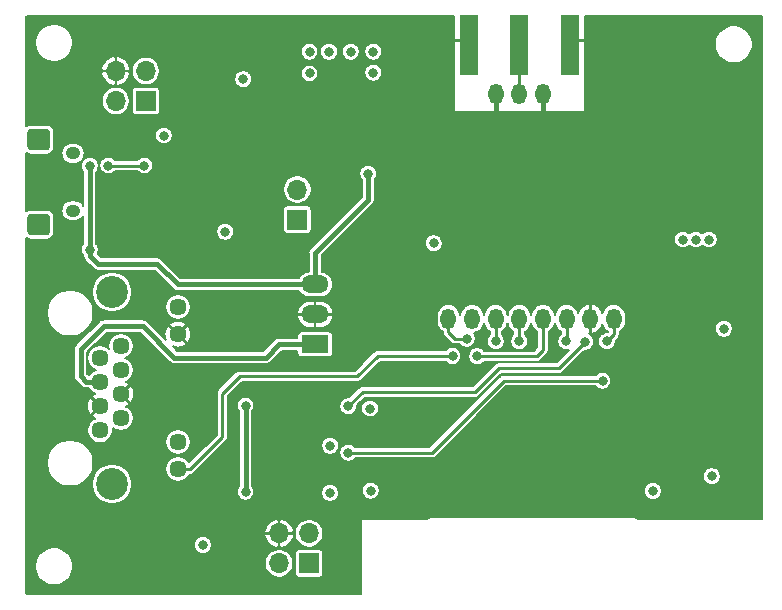
<source format=gbl>
G04 #@! TF.GenerationSoftware,KiCad,Pcbnew,(5.1.9-0-10_14)*
G04 #@! TF.CreationDate,2021-10-19T13:09:04+02:00*
G04 #@! TF.ProjectId,ithowifi_4l,6974686f-7769-4666-995f-346c2e6b6963,rev?*
G04 #@! TF.SameCoordinates,Original*
G04 #@! TF.FileFunction,Copper,L4,Bot*
G04 #@! TF.FilePolarity,Positive*
%FSLAX46Y46*%
G04 Gerber Fmt 4.6, Leading zero omitted, Abs format (unit mm)*
G04 Created by KiCad (PCBNEW (5.1.9-0-10_14)) date 2021-10-19 13:09:04*
%MOMM*%
%LPD*%
G01*
G04 APERTURE LIST*
G04 #@! TA.AperFunction,ComponentPad*
%ADD10O,1.700000X1.700000*%
G04 #@! TD*
G04 #@! TA.AperFunction,ComponentPad*
%ADD11R,1.700000X1.700000*%
G04 #@! TD*
G04 #@! TA.AperFunction,ComponentPad*
%ADD12C,1.500000*%
G04 #@! TD*
G04 #@! TA.AperFunction,ComponentPad*
%ADD13O,1.250000X1.050000*%
G04 #@! TD*
G04 #@! TA.AperFunction,ComponentPad*
%ADD14O,2.300000X1.500000*%
G04 #@! TD*
G04 #@! TA.AperFunction,ComponentPad*
%ADD15R,2.300000X1.500000*%
G04 #@! TD*
G04 #@! TA.AperFunction,ComponentPad*
%ADD16C,1.446000*%
G04 #@! TD*
G04 #@! TA.AperFunction,ComponentPad*
%ADD17C,2.700000*%
G04 #@! TD*
G04 #@! TA.AperFunction,SMDPad,CuDef*
%ADD18O,1.300000X1.750000*%
G04 #@! TD*
G04 #@! TA.AperFunction,SMDPad,CuDef*
%ADD19R,1.500000X5.080000*%
G04 #@! TD*
G04 #@! TA.AperFunction,ViaPad*
%ADD20C,0.800000*%
G04 #@! TD*
G04 #@! TA.AperFunction,Conductor*
%ADD21C,0.406400*%
G04 #@! TD*
G04 #@! TA.AperFunction,Conductor*
%ADD22C,0.254000*%
G04 #@! TD*
G04 #@! TA.AperFunction,Conductor*
%ADD23C,0.250000*%
G04 #@! TD*
G04 #@! TA.AperFunction,Conductor*
%ADD24C,0.203200*%
G04 #@! TD*
G04 #@! TA.AperFunction,Conductor*
%ADD25C,0.100000*%
G04 #@! TD*
G04 APERTURE END LIST*
D10*
X76073000Y-121793000D03*
D11*
X76073000Y-124333000D03*
D12*
X94881700Y-110909100D03*
G04 #@! TA.AperFunction,ComponentPad*
G36*
G01*
X53501200Y-123858000D02*
X54855200Y-123858000D01*
G75*
G02*
X55128200Y-124131000I0J-273000D01*
G01*
X55128200Y-125405000D01*
G75*
G02*
X54855200Y-125678000I-273000J0D01*
G01*
X53501200Y-125678000D01*
G75*
G02*
X53228200Y-125405000I0J273000D01*
G01*
X53228200Y-124131000D01*
G75*
G02*
X53501200Y-123858000I273000J0D01*
G01*
G37*
G04 #@! TD.AperFunction*
D13*
X57078200Y-123593000D03*
X57078200Y-118743000D03*
G04 #@! TA.AperFunction,ComponentPad*
G36*
G01*
X53501200Y-116658000D02*
X54855200Y-116658000D01*
G75*
G02*
X55128200Y-116931000I0J-273000D01*
G01*
X55128200Y-118205000D01*
G75*
G02*
X54855200Y-118478000I-273000J0D01*
G01*
X53501200Y-118478000D01*
G75*
G02*
X53228200Y-118205000I0J273000D01*
G01*
X53228200Y-116931000D01*
G75*
G02*
X53501200Y-116658000I273000J0D01*
G01*
G37*
G04 #@! TD.AperFunction*
D10*
X60706000Y-111760000D03*
X63246000Y-111760000D03*
X60706000Y-114300000D03*
D11*
X63246000Y-114300000D03*
D14*
X77580000Y-129828000D03*
X77580000Y-132368000D03*
D15*
X77580000Y-134908000D03*
D16*
X59372500Y-142176500D03*
X61152500Y-141156500D03*
X59372500Y-140136500D03*
X61152500Y-139116500D03*
X59372500Y-138096500D03*
X61152500Y-137076500D03*
X59372500Y-136056500D03*
X61152500Y-135036500D03*
X65962500Y-145466500D03*
X65962500Y-143176500D03*
X65962500Y-134036500D03*
X65962500Y-131746500D03*
D17*
X60392500Y-130476500D03*
X60392500Y-146736500D03*
D18*
X96872000Y-113739000D03*
X94872000Y-113739000D03*
X92872000Y-113739000D03*
X88872000Y-132739000D03*
X90872000Y-132739000D03*
X92872000Y-132739000D03*
X94872000Y-132739000D03*
X96872000Y-132739000D03*
X98872000Y-132739000D03*
X100872000Y-132739000D03*
X102872000Y-132739000D03*
D10*
X74532000Y-150910000D03*
X77072000Y-150910000D03*
X74532000Y-153450000D03*
D11*
X77072000Y-153450000D03*
D19*
X90631400Y-109548400D03*
X99131400Y-109548400D03*
X94881400Y-109548400D03*
D20*
X95250000Y-139700000D03*
X98806000Y-139700000D03*
X97028000Y-139700000D03*
X98806000Y-142748000D03*
X97028000Y-142748000D03*
X95250000Y-142748000D03*
X95250000Y-141224000D03*
X98806000Y-141224000D03*
X97028000Y-141224000D03*
X89154000Y-148590000D03*
X106172000Y-148590000D03*
X109807000Y-115926500D03*
X110907000Y-115926500D03*
X108707000Y-115926500D03*
X88925000Y-115773000D03*
X90632000Y-115768000D03*
X92332000Y-115768000D03*
X94032000Y-115768000D03*
X95732000Y-115768000D03*
X97432000Y-115768000D03*
X100832000Y-115768000D03*
X99132000Y-115768000D03*
X88932000Y-114068000D03*
X88932000Y-110768000D03*
X88925000Y-112368000D03*
X88925000Y-109168000D03*
X88932000Y-107468000D03*
X100825000Y-112368000D03*
X100832000Y-110768000D03*
X100832000Y-114068000D03*
X100832000Y-107468000D03*
X100825000Y-109168000D03*
X108102400Y-147396200D03*
X77491300Y-120159000D03*
X82077300Y-120462500D03*
X71691500Y-147383500D03*
X71691504Y-140081000D03*
X58510873Y-119790990D03*
X58510873Y-126883727D03*
X106172000Y-147320000D03*
X109807000Y-126026500D03*
X110907000Y-126026500D03*
X108707000Y-126026500D03*
X78850000Y-147481000D03*
X78850000Y-143480506D03*
X77110300Y-111967500D03*
X77110300Y-110126000D03*
X78761300Y-110126000D03*
X80602800Y-110126000D03*
X82507800Y-110126000D03*
X82507800Y-111904000D03*
X112191800Y-133578600D03*
X102281500Y-134654000D03*
X87613000Y-126335498D03*
X82279000Y-147290500D03*
X68072000Y-151892000D03*
X82232500Y-140335000D03*
X111171500Y-146075400D03*
X64770000Y-117221000D03*
X71501000Y-112445800D03*
X69964300Y-125361700D03*
X98852500Y-134654000D03*
X94852000Y-134654000D03*
X91295998Y-135907002D03*
X90424000Y-134429500D03*
X92883500Y-134654000D03*
X100457000Y-134683500D03*
X80391000Y-140144500D03*
X80391000Y-144081500D03*
X101917500Y-137985500D03*
X89217502Y-135890000D03*
X63119000Y-119761000D03*
X60071000Y-119761000D03*
D21*
X92872000Y-115228000D02*
X92332000Y-115768000D01*
X92872000Y-113739000D02*
X92872000Y-115228000D01*
X96872000Y-115208000D02*
X97432000Y-115768000D01*
X96872000Y-113739000D02*
X96872000Y-115208000D01*
D22*
X90251000Y-109168000D02*
X90631400Y-109548400D01*
X88925000Y-109168000D02*
X90251000Y-109168000D01*
X99511800Y-109168000D02*
X99131400Y-109548400D01*
X100825000Y-109168000D02*
X99511800Y-109168000D01*
D21*
X71691500Y-147383500D02*
X71691500Y-140081004D01*
X71691500Y-140081004D02*
X71691504Y-140081000D01*
X58510873Y-126883727D02*
X58510873Y-119790990D01*
X58510873Y-127395673D02*
X58510873Y-126883727D01*
X64223900Y-128104900D02*
X59220100Y-128104900D01*
X59220100Y-128104900D02*
X58510873Y-127395673D01*
X65947000Y-129828000D02*
X64223900Y-128104900D01*
X77580000Y-129828000D02*
X65947000Y-129828000D01*
X77580000Y-129828000D02*
X77580000Y-127144000D01*
X82077300Y-122646700D02*
X82077300Y-120462500D01*
X77580000Y-127144000D02*
X82077300Y-122646700D01*
D22*
X102872000Y-132739000D02*
X102872000Y-134063500D01*
X102872000Y-134063500D02*
X102281500Y-134654000D01*
X98872000Y-134634500D02*
X98852500Y-134654000D01*
X98872000Y-132739000D02*
X98872000Y-134634500D01*
X94852000Y-132759000D02*
X94872000Y-132739000D01*
X94852000Y-134654000D02*
X94852000Y-132759000D01*
X96872000Y-132739000D02*
X96872000Y-135364500D01*
X96872000Y-135364500D02*
X96329498Y-135907002D01*
X96329498Y-135907002D02*
X91295998Y-135907002D01*
X88862000Y-132749000D02*
X88872000Y-132739000D01*
X89408000Y-134429500D02*
X90424000Y-134429500D01*
X88872000Y-133893500D02*
X89408000Y-134429500D01*
X88872000Y-132739000D02*
X88872000Y-133893500D01*
X92883500Y-132750500D02*
X92872000Y-132739000D01*
X92883500Y-134654000D02*
X92883500Y-132750500D01*
X81597500Y-138938000D02*
X80391000Y-140144500D01*
X91122500Y-138938000D02*
X81597500Y-138938000D01*
X93154500Y-136906000D02*
X91122500Y-138938000D01*
X98234500Y-136906000D02*
X93154500Y-136906000D01*
X100457000Y-134683500D02*
X98234500Y-136906000D01*
X93535500Y-137985500D02*
X101917500Y-137985500D01*
X87439500Y-144081500D02*
X93535500Y-137985500D01*
X80391000Y-144081500D02*
X87439500Y-144081500D01*
D21*
X58184000Y-138067000D02*
X59355500Y-138067000D01*
X57721500Y-137604500D02*
X58184000Y-138067000D01*
X65659000Y-136017000D02*
X62992000Y-133350000D01*
X57721500Y-135318500D02*
X57721500Y-137604500D01*
X73406000Y-136017000D02*
X65659000Y-136017000D01*
X74515000Y-134908000D02*
X73406000Y-136017000D01*
X62992000Y-133350000D02*
X59690000Y-133350000D01*
X59690000Y-133350000D02*
X57721500Y-135318500D01*
X77580000Y-134908000D02*
X74515000Y-134908000D01*
D22*
X82867500Y-135890000D02*
X89217502Y-135890000D01*
X69723000Y-142748000D02*
X69723000Y-139065000D01*
X69723000Y-139065000D02*
X71183500Y-137604500D01*
X71183500Y-137604500D02*
X81153000Y-137604500D01*
X81153000Y-137604500D02*
X82867500Y-135890000D01*
X67004500Y-145466500D02*
X69723000Y-142748000D01*
X65962500Y-145466500D02*
X67004500Y-145466500D01*
X63119000Y-119761000D02*
X60071000Y-119761000D01*
D23*
X94872000Y-109557800D02*
X94881400Y-109548400D01*
X94872000Y-113739000D02*
X94872000Y-109557800D01*
D24*
X89330400Y-115168000D02*
X89332352Y-115187821D01*
X89338134Y-115206881D01*
X89347523Y-115224446D01*
X89360158Y-115239842D01*
X89375554Y-115252477D01*
X89393119Y-115261866D01*
X89412179Y-115267648D01*
X89432000Y-115269600D01*
X100332000Y-115269600D01*
X100351821Y-115267648D01*
X100370881Y-115261866D01*
X100388446Y-115252477D01*
X100403842Y-115239842D01*
X100416477Y-115224446D01*
X100425866Y-115206881D01*
X100431648Y-115187821D01*
X100433600Y-115168000D01*
X100433600Y-109349862D01*
X111407400Y-109349862D01*
X111407400Y-109666138D01*
X111469102Y-109976336D01*
X111590136Y-110268537D01*
X111765849Y-110531510D01*
X111989490Y-110755151D01*
X112252463Y-110930864D01*
X112544664Y-111051898D01*
X112854862Y-111113600D01*
X113171138Y-111113600D01*
X113481336Y-111051898D01*
X113773537Y-110930864D01*
X114036510Y-110755151D01*
X114260151Y-110531510D01*
X114435864Y-110268537D01*
X114556898Y-109976336D01*
X114618600Y-109666138D01*
X114618600Y-109349862D01*
X114556898Y-109039664D01*
X114435864Y-108747463D01*
X114260151Y-108484490D01*
X114036510Y-108260849D01*
X113773537Y-108085136D01*
X113481336Y-107964102D01*
X113171138Y-107902400D01*
X112854862Y-107902400D01*
X112544664Y-107964102D01*
X112252463Y-108085136D01*
X111989490Y-108260849D01*
X111765849Y-108484490D01*
X111590136Y-108747463D01*
X111469102Y-109039664D01*
X111407400Y-109349862D01*
X100433600Y-109349862D01*
X100433600Y-107073600D01*
X115312168Y-107073600D01*
X115349957Y-107077305D01*
X115367228Y-107082520D01*
X115383166Y-107090994D01*
X115397144Y-107102394D01*
X115408651Y-107116303D01*
X115417232Y-107132173D01*
X115422567Y-107149410D01*
X115426401Y-107185888D01*
X115426400Y-149666400D01*
X104903850Y-149666400D01*
X104858429Y-149629125D01*
X104787967Y-149591462D01*
X104711511Y-149568269D01*
X104651921Y-149562400D01*
X104632000Y-149560438D01*
X104612079Y-149562400D01*
X87351921Y-149562400D01*
X87332000Y-149560438D01*
X87312079Y-149562400D01*
X87252489Y-149568269D01*
X87176033Y-149591462D01*
X87105571Y-149629125D01*
X87060150Y-149666400D01*
X81532000Y-149666400D01*
X81512179Y-149668352D01*
X81493119Y-149674134D01*
X81475554Y-149683523D01*
X81460158Y-149696158D01*
X81447523Y-149711554D01*
X81438134Y-149729119D01*
X81432352Y-149748179D01*
X81430400Y-149768000D01*
X81430400Y-156062400D01*
X53251832Y-156062400D01*
X53214043Y-156058695D01*
X53196772Y-156053480D01*
X53180834Y-156045006D01*
X53166856Y-156033606D01*
X53155348Y-156019695D01*
X53146769Y-156003829D01*
X53141433Y-155986590D01*
X53137600Y-155950122D01*
X53137600Y-153545862D01*
X53876400Y-153545862D01*
X53876400Y-153862138D01*
X53938102Y-154172336D01*
X54059136Y-154464537D01*
X54234849Y-154727510D01*
X54458490Y-154951151D01*
X54721463Y-155126864D01*
X55013664Y-155247898D01*
X55323862Y-155309600D01*
X55640138Y-155309600D01*
X55950336Y-155247898D01*
X56242537Y-155126864D01*
X56505510Y-154951151D01*
X56729151Y-154727510D01*
X56904864Y-154464537D01*
X57025898Y-154172336D01*
X57087600Y-153862138D01*
X57087600Y-153545862D01*
X57044913Y-153331259D01*
X73326400Y-153331259D01*
X73326400Y-153568741D01*
X73372731Y-153801660D01*
X73463611Y-154021066D01*
X73595550Y-154218525D01*
X73763475Y-154386450D01*
X73960934Y-154518389D01*
X74180340Y-154609269D01*
X74413259Y-154655600D01*
X74650741Y-154655600D01*
X74883660Y-154609269D01*
X75103066Y-154518389D01*
X75300525Y-154386450D01*
X75468450Y-154218525D01*
X75600389Y-154021066D01*
X75691269Y-153801660D01*
X75737600Y-153568741D01*
X75737600Y-153331259D01*
X75691269Y-153098340D01*
X75600389Y-152878934D01*
X75468450Y-152681475D01*
X75386975Y-152600000D01*
X75864680Y-152600000D01*
X75864680Y-154300000D01*
X75871546Y-154369710D01*
X75891879Y-154436740D01*
X75924899Y-154498516D01*
X75969337Y-154552663D01*
X76023484Y-154597101D01*
X76085260Y-154630121D01*
X76152290Y-154650454D01*
X76222000Y-154657320D01*
X77922000Y-154657320D01*
X77991710Y-154650454D01*
X78058740Y-154630121D01*
X78120516Y-154597101D01*
X78174663Y-154552663D01*
X78219101Y-154498516D01*
X78252121Y-154436740D01*
X78272454Y-154369710D01*
X78279320Y-154300000D01*
X78279320Y-152600000D01*
X78272454Y-152530290D01*
X78252121Y-152463260D01*
X78219101Y-152401484D01*
X78174663Y-152347337D01*
X78120516Y-152302899D01*
X78058740Y-152269879D01*
X77991710Y-152249546D01*
X77922000Y-152242680D01*
X76222000Y-152242680D01*
X76152290Y-152249546D01*
X76085260Y-152269879D01*
X76023484Y-152302899D01*
X75969337Y-152347337D01*
X75924899Y-152401484D01*
X75891879Y-152463260D01*
X75871546Y-152530290D01*
X75864680Y-152600000D01*
X75386975Y-152600000D01*
X75300525Y-152513550D01*
X75103066Y-152381611D01*
X74883660Y-152290731D01*
X74650741Y-152244400D01*
X74413259Y-152244400D01*
X74180340Y-152290731D01*
X73960934Y-152381611D01*
X73763475Y-152513550D01*
X73595550Y-152681475D01*
X73463611Y-152878934D01*
X73372731Y-153098340D01*
X73326400Y-153331259D01*
X57044913Y-153331259D01*
X57025898Y-153235664D01*
X56904864Y-152943463D01*
X56729151Y-152680490D01*
X56505510Y-152456849D01*
X56242537Y-152281136D01*
X55950336Y-152160102D01*
X55640138Y-152098400D01*
X55323862Y-152098400D01*
X55013664Y-152160102D01*
X54721463Y-152281136D01*
X54458490Y-152456849D01*
X54234849Y-152680490D01*
X54059136Y-152943463D01*
X53938102Y-153235664D01*
X53876400Y-153545862D01*
X53137600Y-153545862D01*
X53137600Y-151817580D01*
X67316400Y-151817580D01*
X67316400Y-151966420D01*
X67345437Y-152112400D01*
X67402396Y-152249911D01*
X67485087Y-152373667D01*
X67590333Y-152478913D01*
X67714089Y-152561604D01*
X67851600Y-152618563D01*
X67997580Y-152647600D01*
X68146420Y-152647600D01*
X68292400Y-152618563D01*
X68429911Y-152561604D01*
X68553667Y-152478913D01*
X68658913Y-152373667D01*
X68741604Y-152249911D01*
X68798563Y-152112400D01*
X68827600Y-151966420D01*
X68827600Y-151817580D01*
X68798563Y-151671600D01*
X68741604Y-151534089D01*
X68658913Y-151410333D01*
X68553667Y-151305087D01*
X68429911Y-151222396D01*
X68292400Y-151165437D01*
X68146420Y-151136400D01*
X67997580Y-151136400D01*
X67851600Y-151165437D01*
X67714089Y-151222396D01*
X67590333Y-151305087D01*
X67485087Y-151410333D01*
X67402396Y-151534089D01*
X67345437Y-151671600D01*
X67316400Y-151817580D01*
X53137600Y-151817580D01*
X53137600Y-151131591D01*
X73295296Y-151131591D01*
X73304634Y-151178544D01*
X73380608Y-151412831D01*
X73500829Y-151627795D01*
X73660677Y-151815174D01*
X73854010Y-151967768D01*
X74073398Y-152079712D01*
X74310409Y-152146705D01*
X74506600Y-152064544D01*
X74506600Y-150935400D01*
X74557400Y-150935400D01*
X74557400Y-152064544D01*
X74753591Y-152146705D01*
X74990602Y-152079712D01*
X75209990Y-151967768D01*
X75403323Y-151815174D01*
X75563171Y-151627795D01*
X75683392Y-151412831D01*
X75759366Y-151178544D01*
X75768704Y-151131591D01*
X75686521Y-150935400D01*
X74557400Y-150935400D01*
X74506600Y-150935400D01*
X73377479Y-150935400D01*
X73295296Y-151131591D01*
X53137600Y-151131591D01*
X53137600Y-150688409D01*
X73295296Y-150688409D01*
X73377479Y-150884600D01*
X74506600Y-150884600D01*
X74506600Y-149755456D01*
X74557400Y-149755456D01*
X74557400Y-150884600D01*
X75686521Y-150884600D01*
X75725620Y-150791259D01*
X75866400Y-150791259D01*
X75866400Y-151028741D01*
X75912731Y-151261660D01*
X76003611Y-151481066D01*
X76135550Y-151678525D01*
X76303475Y-151846450D01*
X76500934Y-151978389D01*
X76720340Y-152069269D01*
X76953259Y-152115600D01*
X77190741Y-152115600D01*
X77423660Y-152069269D01*
X77643066Y-151978389D01*
X77840525Y-151846450D01*
X78008450Y-151678525D01*
X78140389Y-151481066D01*
X78231269Y-151261660D01*
X78277600Y-151028741D01*
X78277600Y-150791259D01*
X78231269Y-150558340D01*
X78140389Y-150338934D01*
X78008450Y-150141475D01*
X77840525Y-149973550D01*
X77643066Y-149841611D01*
X77423660Y-149750731D01*
X77190741Y-149704400D01*
X76953259Y-149704400D01*
X76720340Y-149750731D01*
X76500934Y-149841611D01*
X76303475Y-149973550D01*
X76135550Y-150141475D01*
X76003611Y-150338934D01*
X75912731Y-150558340D01*
X75866400Y-150791259D01*
X75725620Y-150791259D01*
X75768704Y-150688409D01*
X75759366Y-150641456D01*
X75683392Y-150407169D01*
X75563171Y-150192205D01*
X75403323Y-150004826D01*
X75209990Y-149852232D01*
X74990602Y-149740288D01*
X74753591Y-149673295D01*
X74557400Y-149755456D01*
X74506600Y-149755456D01*
X74310409Y-149673295D01*
X74073398Y-149740288D01*
X73854010Y-149852232D01*
X73660677Y-150004826D01*
X73500829Y-150192205D01*
X73380608Y-150407169D01*
X73304634Y-150641456D01*
X73295296Y-150688409D01*
X53137600Y-150688409D01*
X53137600Y-144761428D01*
X54851900Y-144761428D01*
X54851900Y-145151572D01*
X54928014Y-145534220D01*
X55077315Y-145894666D01*
X55294068Y-146219059D01*
X55569941Y-146494932D01*
X55894334Y-146711685D01*
X56254780Y-146860986D01*
X56637428Y-146937100D01*
X57027572Y-146937100D01*
X57410220Y-146860986D01*
X57770666Y-146711685D01*
X57984937Y-146568513D01*
X58686900Y-146568513D01*
X58686900Y-146904487D01*
X58752445Y-147234005D01*
X58881017Y-147544405D01*
X59067674Y-147823757D01*
X59305243Y-148061326D01*
X59584595Y-148247983D01*
X59894995Y-148376555D01*
X60224513Y-148442100D01*
X60560487Y-148442100D01*
X60890005Y-148376555D01*
X61200405Y-148247983D01*
X61479757Y-148061326D01*
X61717326Y-147823757D01*
X61903983Y-147544405D01*
X62001457Y-147309080D01*
X70935900Y-147309080D01*
X70935900Y-147457920D01*
X70964937Y-147603900D01*
X71021896Y-147741411D01*
X71104587Y-147865167D01*
X71209833Y-147970413D01*
X71333589Y-148053104D01*
X71471100Y-148110063D01*
X71617080Y-148139100D01*
X71765920Y-148139100D01*
X71911900Y-148110063D01*
X72049411Y-148053104D01*
X72173167Y-147970413D01*
X72278413Y-147865167D01*
X72361104Y-147741411D01*
X72418063Y-147603900D01*
X72447100Y-147457920D01*
X72447100Y-147406580D01*
X78094400Y-147406580D01*
X78094400Y-147555420D01*
X78123437Y-147701400D01*
X78180396Y-147838911D01*
X78263087Y-147962667D01*
X78368333Y-148067913D01*
X78492089Y-148150604D01*
X78629600Y-148207563D01*
X78775580Y-148236600D01*
X78924420Y-148236600D01*
X79070400Y-148207563D01*
X79207911Y-148150604D01*
X79331667Y-148067913D01*
X79436913Y-147962667D01*
X79519604Y-147838911D01*
X79576563Y-147701400D01*
X79605600Y-147555420D01*
X79605600Y-147406580D01*
X79576563Y-147260600D01*
X79558123Y-147216080D01*
X81523400Y-147216080D01*
X81523400Y-147364920D01*
X81552437Y-147510900D01*
X81609396Y-147648411D01*
X81692087Y-147772167D01*
X81797333Y-147877413D01*
X81921089Y-147960104D01*
X82058600Y-148017063D01*
X82204580Y-148046100D01*
X82353420Y-148046100D01*
X82499400Y-148017063D01*
X82636911Y-147960104D01*
X82760667Y-147877413D01*
X82865913Y-147772167D01*
X82948604Y-147648411D01*
X83005563Y-147510900D01*
X83034600Y-147364920D01*
X83034600Y-147245580D01*
X105416400Y-147245580D01*
X105416400Y-147394420D01*
X105445437Y-147540400D01*
X105502396Y-147677911D01*
X105585087Y-147801667D01*
X105690333Y-147906913D01*
X105814089Y-147989604D01*
X105951600Y-148046563D01*
X106097580Y-148075600D01*
X106246420Y-148075600D01*
X106392400Y-148046563D01*
X106529911Y-147989604D01*
X106653667Y-147906913D01*
X106758913Y-147801667D01*
X106841604Y-147677911D01*
X106898563Y-147540400D01*
X106927600Y-147394420D01*
X106927600Y-147245580D01*
X106898563Y-147099600D01*
X106841604Y-146962089D01*
X106758913Y-146838333D01*
X106653667Y-146733087D01*
X106529911Y-146650396D01*
X106392400Y-146593437D01*
X106246420Y-146564400D01*
X106097580Y-146564400D01*
X105951600Y-146593437D01*
X105814089Y-146650396D01*
X105690333Y-146733087D01*
X105585087Y-146838333D01*
X105502396Y-146962089D01*
X105445437Y-147099600D01*
X105416400Y-147245580D01*
X83034600Y-147245580D01*
X83034600Y-147216080D01*
X83005563Y-147070100D01*
X82948604Y-146932589D01*
X82865913Y-146808833D01*
X82760667Y-146703587D01*
X82636911Y-146620896D01*
X82499400Y-146563937D01*
X82353420Y-146534900D01*
X82204580Y-146534900D01*
X82058600Y-146563937D01*
X81921089Y-146620896D01*
X81797333Y-146703587D01*
X81692087Y-146808833D01*
X81609396Y-146932589D01*
X81552437Y-147070100D01*
X81523400Y-147216080D01*
X79558123Y-147216080D01*
X79519604Y-147123089D01*
X79436913Y-146999333D01*
X79331667Y-146894087D01*
X79207911Y-146811396D01*
X79070400Y-146754437D01*
X78924420Y-146725400D01*
X78775580Y-146725400D01*
X78629600Y-146754437D01*
X78492089Y-146811396D01*
X78368333Y-146894087D01*
X78263087Y-146999333D01*
X78180396Y-147123089D01*
X78123437Y-147260600D01*
X78094400Y-147406580D01*
X72447100Y-147406580D01*
X72447100Y-147309080D01*
X72418063Y-147163100D01*
X72361104Y-147025589D01*
X72278413Y-146901833D01*
X72250300Y-146873720D01*
X72250300Y-146000980D01*
X110415900Y-146000980D01*
X110415900Y-146149820D01*
X110444937Y-146295800D01*
X110501896Y-146433311D01*
X110584587Y-146557067D01*
X110689833Y-146662313D01*
X110813589Y-146745004D01*
X110951100Y-146801963D01*
X111097080Y-146831000D01*
X111245920Y-146831000D01*
X111391900Y-146801963D01*
X111529411Y-146745004D01*
X111653167Y-146662313D01*
X111758413Y-146557067D01*
X111841104Y-146433311D01*
X111898063Y-146295800D01*
X111927100Y-146149820D01*
X111927100Y-146000980D01*
X111898063Y-145855000D01*
X111841104Y-145717489D01*
X111758413Y-145593733D01*
X111653167Y-145488487D01*
X111529411Y-145405796D01*
X111391900Y-145348837D01*
X111245920Y-145319800D01*
X111097080Y-145319800D01*
X110951100Y-145348837D01*
X110813589Y-145405796D01*
X110689833Y-145488487D01*
X110584587Y-145593733D01*
X110501896Y-145717489D01*
X110444937Y-145855000D01*
X110415900Y-146000980D01*
X72250300Y-146000980D01*
X72250300Y-143406086D01*
X78094400Y-143406086D01*
X78094400Y-143554926D01*
X78123437Y-143700906D01*
X78180396Y-143838417D01*
X78263087Y-143962173D01*
X78368333Y-144067419D01*
X78492089Y-144150110D01*
X78629600Y-144207069D01*
X78775580Y-144236106D01*
X78924420Y-144236106D01*
X79070400Y-144207069D01*
X79207911Y-144150110D01*
X79331667Y-144067419D01*
X79392006Y-144007080D01*
X79635400Y-144007080D01*
X79635400Y-144155920D01*
X79664437Y-144301900D01*
X79721396Y-144439411D01*
X79804087Y-144563167D01*
X79909333Y-144668413D01*
X80033089Y-144751104D01*
X80170600Y-144808063D01*
X80316580Y-144837100D01*
X80465420Y-144837100D01*
X80611400Y-144808063D01*
X80748911Y-144751104D01*
X80872667Y-144668413D01*
X80976980Y-144564100D01*
X87415795Y-144564100D01*
X87439500Y-144566435D01*
X87463205Y-144564100D01*
X87463207Y-144564100D01*
X87534106Y-144557117D01*
X87625077Y-144529522D01*
X87708915Y-144484709D01*
X87782401Y-144424401D01*
X87797517Y-144405982D01*
X93735400Y-138468100D01*
X101331520Y-138468100D01*
X101435833Y-138572413D01*
X101559589Y-138655104D01*
X101697100Y-138712063D01*
X101843080Y-138741100D01*
X101991920Y-138741100D01*
X102137900Y-138712063D01*
X102275411Y-138655104D01*
X102399167Y-138572413D01*
X102504413Y-138467167D01*
X102587104Y-138343411D01*
X102644063Y-138205900D01*
X102673100Y-138059920D01*
X102673100Y-137911080D01*
X102644063Y-137765100D01*
X102587104Y-137627589D01*
X102504413Y-137503833D01*
X102399167Y-137398587D01*
X102275411Y-137315896D01*
X102137900Y-137258937D01*
X101991920Y-137229900D01*
X101843080Y-137229900D01*
X101697100Y-137258937D01*
X101559589Y-137315896D01*
X101435833Y-137398587D01*
X101331520Y-137502900D01*
X93559207Y-137502900D01*
X93535500Y-137500565D01*
X93440893Y-137509883D01*
X93349923Y-137537478D01*
X93266085Y-137582291D01*
X93192599Y-137642599D01*
X93177488Y-137661012D01*
X87239601Y-143598900D01*
X80976980Y-143598900D01*
X80872667Y-143494587D01*
X80748911Y-143411896D01*
X80611400Y-143354937D01*
X80465420Y-143325900D01*
X80316580Y-143325900D01*
X80170600Y-143354937D01*
X80033089Y-143411896D01*
X79909333Y-143494587D01*
X79804087Y-143599833D01*
X79721396Y-143723589D01*
X79664437Y-143861100D01*
X79635400Y-144007080D01*
X79392006Y-144007080D01*
X79436913Y-143962173D01*
X79519604Y-143838417D01*
X79576563Y-143700906D01*
X79605600Y-143554926D01*
X79605600Y-143406086D01*
X79576563Y-143260106D01*
X79519604Y-143122595D01*
X79436913Y-142998839D01*
X79331667Y-142893593D01*
X79207911Y-142810902D01*
X79070400Y-142753943D01*
X78924420Y-142724906D01*
X78775580Y-142724906D01*
X78629600Y-142753943D01*
X78492089Y-142810902D01*
X78368333Y-142893593D01*
X78263087Y-142998839D01*
X78180396Y-143122595D01*
X78123437Y-143260106D01*
X78094400Y-143406086D01*
X72250300Y-143406086D01*
X72250300Y-140590784D01*
X72278417Y-140562667D01*
X72361108Y-140438911D01*
X72418067Y-140301400D01*
X72447104Y-140155420D01*
X72447104Y-140070080D01*
X79635400Y-140070080D01*
X79635400Y-140218920D01*
X79664437Y-140364900D01*
X79721396Y-140502411D01*
X79804087Y-140626167D01*
X79909333Y-140731413D01*
X80033089Y-140814104D01*
X80170600Y-140871063D01*
X80316580Y-140900100D01*
X80465420Y-140900100D01*
X80611400Y-140871063D01*
X80748911Y-140814104D01*
X80872667Y-140731413D01*
X80977913Y-140626167D01*
X81060604Y-140502411D01*
X81117563Y-140364900D01*
X81138313Y-140260580D01*
X81476900Y-140260580D01*
X81476900Y-140409420D01*
X81505937Y-140555400D01*
X81562896Y-140692911D01*
X81645587Y-140816667D01*
X81750833Y-140921913D01*
X81874589Y-141004604D01*
X82012100Y-141061563D01*
X82158080Y-141090600D01*
X82306920Y-141090600D01*
X82452900Y-141061563D01*
X82590411Y-141004604D01*
X82714167Y-140921913D01*
X82819413Y-140816667D01*
X82902104Y-140692911D01*
X82959063Y-140555400D01*
X82988100Y-140409420D01*
X82988100Y-140260580D01*
X82959063Y-140114600D01*
X82902104Y-139977089D01*
X82819413Y-139853333D01*
X82714167Y-139748087D01*
X82590411Y-139665396D01*
X82452900Y-139608437D01*
X82306920Y-139579400D01*
X82158080Y-139579400D01*
X82012100Y-139608437D01*
X81874589Y-139665396D01*
X81750833Y-139748087D01*
X81645587Y-139853333D01*
X81562896Y-139977089D01*
X81505937Y-140114600D01*
X81476900Y-140260580D01*
X81138313Y-140260580D01*
X81146600Y-140218920D01*
X81146600Y-140071399D01*
X81797400Y-139420600D01*
X91098795Y-139420600D01*
X91122500Y-139422935D01*
X91146205Y-139420600D01*
X91146207Y-139420600D01*
X91217106Y-139413617D01*
X91308077Y-139386022D01*
X91391915Y-139341209D01*
X91465401Y-139280901D01*
X91480517Y-139262482D01*
X93354400Y-137388600D01*
X98210795Y-137388600D01*
X98234500Y-137390935D01*
X98258205Y-137388600D01*
X98258207Y-137388600D01*
X98329106Y-137381617D01*
X98420077Y-137354022D01*
X98503915Y-137309209D01*
X98577401Y-137248901D01*
X98592517Y-137230482D01*
X100383900Y-135439100D01*
X100531420Y-135439100D01*
X100677400Y-135410063D01*
X100814911Y-135353104D01*
X100938667Y-135270413D01*
X101043913Y-135165167D01*
X101126604Y-135041411D01*
X101183563Y-134903900D01*
X101212600Y-134757920D01*
X101212600Y-134609080D01*
X101183563Y-134463100D01*
X101126604Y-134325589D01*
X101043913Y-134201833D01*
X100938667Y-134096587D01*
X100814911Y-134013896D01*
X100729568Y-133978546D01*
X100846600Y-133918462D01*
X100846600Y-132764400D01*
X100826600Y-132764400D01*
X100826600Y-132713600D01*
X100846600Y-132713600D01*
X100846600Y-131559538D01*
X100897400Y-131559538D01*
X100897400Y-132713600D01*
X100917400Y-132713600D01*
X100917400Y-132764400D01*
X100897400Y-132764400D01*
X100897400Y-133918462D01*
X101062297Y-134003119D01*
X101252800Y-133949706D01*
X101437785Y-133856475D01*
X101601027Y-133728947D01*
X101736253Y-133572023D01*
X101838266Y-133391733D01*
X101896937Y-133213831D01*
X101938452Y-133350688D01*
X102031830Y-133525384D01*
X102157494Y-133678507D01*
X102310617Y-133804171D01*
X102389401Y-133846282D01*
X102389401Y-133863599D01*
X102354600Y-133898400D01*
X102207080Y-133898400D01*
X102061100Y-133927437D01*
X101923589Y-133984396D01*
X101799833Y-134067087D01*
X101694587Y-134172333D01*
X101611896Y-134296089D01*
X101554937Y-134433600D01*
X101525900Y-134579580D01*
X101525900Y-134728420D01*
X101554937Y-134874400D01*
X101611896Y-135011911D01*
X101694587Y-135135667D01*
X101799833Y-135240913D01*
X101923589Y-135323604D01*
X102061100Y-135380563D01*
X102207080Y-135409600D01*
X102355920Y-135409600D01*
X102501900Y-135380563D01*
X102639411Y-135323604D01*
X102763167Y-135240913D01*
X102868413Y-135135667D01*
X102951104Y-135011911D01*
X103008063Y-134874400D01*
X103037100Y-134728420D01*
X103037100Y-134580900D01*
X103196487Y-134421513D01*
X103214901Y-134406401D01*
X103275209Y-134332915D01*
X103320022Y-134249077D01*
X103347617Y-134158106D01*
X103354600Y-134087207D01*
X103354600Y-134087206D01*
X103356935Y-134063501D01*
X103354600Y-134039796D01*
X103354600Y-133846282D01*
X103433384Y-133804171D01*
X103586507Y-133678507D01*
X103712171Y-133525384D01*
X103723504Y-133504180D01*
X111436200Y-133504180D01*
X111436200Y-133653020D01*
X111465237Y-133799000D01*
X111522196Y-133936511D01*
X111604887Y-134060267D01*
X111710133Y-134165513D01*
X111833889Y-134248204D01*
X111971400Y-134305163D01*
X112117380Y-134334200D01*
X112266220Y-134334200D01*
X112412200Y-134305163D01*
X112549711Y-134248204D01*
X112673467Y-134165513D01*
X112778713Y-134060267D01*
X112861404Y-133936511D01*
X112918363Y-133799000D01*
X112947400Y-133653020D01*
X112947400Y-133504180D01*
X112918363Y-133358200D01*
X112861404Y-133220689D01*
X112778713Y-133096933D01*
X112673467Y-132991687D01*
X112549711Y-132908996D01*
X112412200Y-132852037D01*
X112266220Y-132823000D01*
X112117380Y-132823000D01*
X111971400Y-132852037D01*
X111833889Y-132908996D01*
X111710133Y-132991687D01*
X111604887Y-133096933D01*
X111522196Y-133220689D01*
X111465237Y-133358200D01*
X111436200Y-133504180D01*
X103723504Y-133504180D01*
X103805548Y-133350688D01*
X103863049Y-133161131D01*
X103877600Y-133013394D01*
X103877600Y-132464605D01*
X103863049Y-132316868D01*
X103805548Y-132127312D01*
X103712171Y-131952616D01*
X103586507Y-131799493D01*
X103433384Y-131673829D01*
X103258687Y-131580452D01*
X103069131Y-131522951D01*
X102872000Y-131503535D01*
X102674868Y-131522951D01*
X102485312Y-131580452D01*
X102310616Y-131673829D01*
X102157493Y-131799493D01*
X102031829Y-131952616D01*
X101938452Y-132127313D01*
X101896937Y-132264169D01*
X101838266Y-132086267D01*
X101736253Y-131905977D01*
X101601027Y-131749053D01*
X101437785Y-131621525D01*
X101252800Y-131528294D01*
X101062297Y-131474881D01*
X100897400Y-131559538D01*
X100846600Y-131559538D01*
X100681703Y-131474881D01*
X100491200Y-131528294D01*
X100306215Y-131621525D01*
X100142973Y-131749053D01*
X100007747Y-131905977D01*
X99905734Y-132086267D01*
X99847063Y-132264169D01*
X99805548Y-132127312D01*
X99712171Y-131952616D01*
X99586507Y-131799493D01*
X99433384Y-131673829D01*
X99258687Y-131580452D01*
X99069131Y-131522951D01*
X98872000Y-131503535D01*
X98674868Y-131522951D01*
X98485312Y-131580452D01*
X98310616Y-131673829D01*
X98157493Y-131799493D01*
X98031829Y-131952616D01*
X97938452Y-132127313D01*
X97880951Y-132316869D01*
X97872000Y-132407748D01*
X97863049Y-132316868D01*
X97805548Y-132127312D01*
X97712171Y-131952616D01*
X97586507Y-131799493D01*
X97433384Y-131673829D01*
X97258687Y-131580452D01*
X97069131Y-131522951D01*
X96872000Y-131503535D01*
X96674868Y-131522951D01*
X96485312Y-131580452D01*
X96310616Y-131673829D01*
X96157493Y-131799493D01*
X96031829Y-131952616D01*
X95938452Y-132127313D01*
X95880951Y-132316869D01*
X95872000Y-132407748D01*
X95863049Y-132316868D01*
X95805548Y-132127312D01*
X95712171Y-131952616D01*
X95586507Y-131799493D01*
X95433384Y-131673829D01*
X95258687Y-131580452D01*
X95069131Y-131522951D01*
X94872000Y-131503535D01*
X94674868Y-131522951D01*
X94485312Y-131580452D01*
X94310616Y-131673829D01*
X94157493Y-131799493D01*
X94031829Y-131952616D01*
X93938452Y-132127313D01*
X93880951Y-132316869D01*
X93872000Y-132407748D01*
X93863049Y-132316868D01*
X93805548Y-132127312D01*
X93712171Y-131952616D01*
X93586507Y-131799493D01*
X93433384Y-131673829D01*
X93258687Y-131580452D01*
X93069131Y-131522951D01*
X92872000Y-131503535D01*
X92674868Y-131522951D01*
X92485312Y-131580452D01*
X92310616Y-131673829D01*
X92157493Y-131799493D01*
X92031829Y-131952616D01*
X91938452Y-132127313D01*
X91880951Y-132316869D01*
X91872000Y-132407748D01*
X91863049Y-132316868D01*
X91805548Y-132127312D01*
X91712171Y-131952616D01*
X91586507Y-131799493D01*
X91433384Y-131673829D01*
X91258687Y-131580452D01*
X91069131Y-131522951D01*
X90872000Y-131503535D01*
X90674868Y-131522951D01*
X90485312Y-131580452D01*
X90310616Y-131673829D01*
X90157493Y-131799493D01*
X90031829Y-131952616D01*
X89938452Y-132127313D01*
X89880951Y-132316869D01*
X89872000Y-132407748D01*
X89863049Y-132316868D01*
X89805548Y-132127312D01*
X89712171Y-131952616D01*
X89586507Y-131799493D01*
X89433384Y-131673829D01*
X89258687Y-131580452D01*
X89069131Y-131522951D01*
X88872000Y-131503535D01*
X88674868Y-131522951D01*
X88485312Y-131580452D01*
X88310616Y-131673829D01*
X88157493Y-131799493D01*
X88031829Y-131952616D01*
X87938452Y-132127313D01*
X87880951Y-132316869D01*
X87866400Y-132464606D01*
X87866400Y-133013395D01*
X87880951Y-133161132D01*
X87938452Y-133350688D01*
X88031830Y-133525384D01*
X88157494Y-133678507D01*
X88310617Y-133804171D01*
X88389401Y-133846282D01*
X88389401Y-133869785D01*
X88387065Y-133893500D01*
X88396384Y-133988106D01*
X88423978Y-134079076D01*
X88468792Y-134162915D01*
X88488130Y-134186478D01*
X88529100Y-134236401D01*
X88547513Y-134251512D01*
X89049983Y-134753982D01*
X89065099Y-134772401D01*
X89138585Y-134832709D01*
X89222423Y-134877522D01*
X89313394Y-134905117D01*
X89384293Y-134912100D01*
X89384302Y-134912100D01*
X89407999Y-134914434D01*
X89431696Y-134912100D01*
X89838020Y-134912100D01*
X89942333Y-135016413D01*
X90066089Y-135099104D01*
X90203600Y-135156063D01*
X90349580Y-135185100D01*
X90498420Y-135185100D01*
X90644400Y-135156063D01*
X90781911Y-135099104D01*
X90905667Y-135016413D01*
X91010913Y-134911167D01*
X91093604Y-134787411D01*
X91150563Y-134649900D01*
X91179600Y-134503920D01*
X91179600Y-134355080D01*
X91150563Y-134209100D01*
X91093604Y-134071589D01*
X91019032Y-133959983D01*
X91069132Y-133955049D01*
X91258688Y-133897548D01*
X91433384Y-133804171D01*
X91586507Y-133678507D01*
X91712171Y-133525384D01*
X91805548Y-133350688D01*
X91863049Y-133161131D01*
X91872000Y-133070252D01*
X91880951Y-133161132D01*
X91938452Y-133350688D01*
X92031830Y-133525384D01*
X92157494Y-133678507D01*
X92310617Y-133804171D01*
X92400900Y-133852429D01*
X92400900Y-134068020D01*
X92296587Y-134172333D01*
X92213896Y-134296089D01*
X92156937Y-134433600D01*
X92127900Y-134579580D01*
X92127900Y-134728420D01*
X92156937Y-134874400D01*
X92213896Y-135011911D01*
X92296587Y-135135667D01*
X92401833Y-135240913D01*
X92525589Y-135323604D01*
X92663100Y-135380563D01*
X92809080Y-135409600D01*
X92957920Y-135409600D01*
X93103900Y-135380563D01*
X93241411Y-135323604D01*
X93365167Y-135240913D01*
X93470413Y-135135667D01*
X93553104Y-135011911D01*
X93610063Y-134874400D01*
X93639100Y-134728420D01*
X93639100Y-134579580D01*
X93610063Y-134433600D01*
X93553104Y-134296089D01*
X93470413Y-134172333D01*
X93366100Y-134068020D01*
X93366100Y-133840135D01*
X93433384Y-133804171D01*
X93586507Y-133678507D01*
X93712171Y-133525384D01*
X93805548Y-133350688D01*
X93863049Y-133161131D01*
X93872000Y-133070252D01*
X93880951Y-133161132D01*
X93938452Y-133350688D01*
X94031830Y-133525384D01*
X94157494Y-133678507D01*
X94310617Y-133804171D01*
X94369400Y-133835591D01*
X94369400Y-134068020D01*
X94265087Y-134172333D01*
X94182396Y-134296089D01*
X94125437Y-134433600D01*
X94096400Y-134579580D01*
X94096400Y-134728420D01*
X94125437Y-134874400D01*
X94182396Y-135011911D01*
X94265087Y-135135667D01*
X94370333Y-135240913D01*
X94494089Y-135323604D01*
X94631600Y-135380563D01*
X94777580Y-135409600D01*
X94926420Y-135409600D01*
X95072400Y-135380563D01*
X95209911Y-135323604D01*
X95333667Y-135240913D01*
X95438913Y-135135667D01*
X95521604Y-135011911D01*
X95578563Y-134874400D01*
X95607600Y-134728420D01*
X95607600Y-134579580D01*
X95578563Y-134433600D01*
X95521604Y-134296089D01*
X95438913Y-134172333D01*
X95334600Y-134068020D01*
X95334600Y-133856972D01*
X95433384Y-133804171D01*
X95586507Y-133678507D01*
X95712171Y-133525384D01*
X95805548Y-133350688D01*
X95863049Y-133161131D01*
X95872000Y-133070252D01*
X95880951Y-133161132D01*
X95938452Y-133350688D01*
X96031830Y-133525384D01*
X96157494Y-133678507D01*
X96310617Y-133804171D01*
X96389400Y-133846282D01*
X96389401Y-135164599D01*
X96129599Y-135424402D01*
X91881978Y-135424402D01*
X91777665Y-135320089D01*
X91653909Y-135237398D01*
X91516398Y-135180439D01*
X91370418Y-135151402D01*
X91221578Y-135151402D01*
X91075598Y-135180439D01*
X90938087Y-135237398D01*
X90814331Y-135320089D01*
X90709085Y-135425335D01*
X90626394Y-135549091D01*
X90569435Y-135686602D01*
X90540398Y-135832582D01*
X90540398Y-135981422D01*
X90569435Y-136127402D01*
X90626394Y-136264913D01*
X90709085Y-136388669D01*
X90814331Y-136493915D01*
X90938087Y-136576606D01*
X91075598Y-136633565D01*
X91221578Y-136662602D01*
X91370418Y-136662602D01*
X91516398Y-136633565D01*
X91653909Y-136576606D01*
X91777665Y-136493915D01*
X91881978Y-136389602D01*
X96305793Y-136389602D01*
X96329498Y-136391937D01*
X96353203Y-136389602D01*
X96353205Y-136389602D01*
X96424104Y-136382619D01*
X96515075Y-136355024D01*
X96598913Y-136310211D01*
X96672399Y-136249903D01*
X96687515Y-136231484D01*
X97196487Y-135722513D01*
X97214901Y-135707401D01*
X97275209Y-135633915D01*
X97320022Y-135550077D01*
X97325088Y-135533377D01*
X97347617Y-135459107D01*
X97356935Y-135364500D01*
X97354600Y-135340793D01*
X97354600Y-133846282D01*
X97433384Y-133804171D01*
X97586507Y-133678507D01*
X97712171Y-133525384D01*
X97805548Y-133350688D01*
X97863049Y-133161131D01*
X97872000Y-133070252D01*
X97880951Y-133161132D01*
X97938452Y-133350688D01*
X98031830Y-133525384D01*
X98157494Y-133678507D01*
X98310617Y-133804171D01*
X98389401Y-133846282D01*
X98389401Y-134054680D01*
X98370833Y-134067087D01*
X98265587Y-134172333D01*
X98182896Y-134296089D01*
X98125937Y-134433600D01*
X98096900Y-134579580D01*
X98096900Y-134728420D01*
X98125937Y-134874400D01*
X98182896Y-135011911D01*
X98265587Y-135135667D01*
X98370833Y-135240913D01*
X98494589Y-135323604D01*
X98632100Y-135380563D01*
X98778080Y-135409600D01*
X98926920Y-135409600D01*
X99072900Y-135380563D01*
X99080646Y-135377355D01*
X98034601Y-136423400D01*
X93178207Y-136423400D01*
X93154500Y-136421065D01*
X93059893Y-136430383D01*
X92968923Y-136457978D01*
X92885085Y-136502791D01*
X92811599Y-136563099D01*
X92796488Y-136581512D01*
X90922601Y-138455400D01*
X81621207Y-138455400D01*
X81597500Y-138453065D01*
X81502893Y-138462383D01*
X81477259Y-138470159D01*
X81411923Y-138489978D01*
X81328085Y-138534791D01*
X81254599Y-138595099D01*
X81239488Y-138613512D01*
X80464101Y-139388900D01*
X80316580Y-139388900D01*
X80170600Y-139417937D01*
X80033089Y-139474896D01*
X79909333Y-139557587D01*
X79804087Y-139662833D01*
X79721396Y-139786589D01*
X79664437Y-139924100D01*
X79635400Y-140070080D01*
X72447104Y-140070080D01*
X72447104Y-140006580D01*
X72418067Y-139860600D01*
X72361108Y-139723089D01*
X72278417Y-139599333D01*
X72173171Y-139494087D01*
X72049415Y-139411396D01*
X71911904Y-139354437D01*
X71765924Y-139325400D01*
X71617084Y-139325400D01*
X71471104Y-139354437D01*
X71333593Y-139411396D01*
X71209837Y-139494087D01*
X71104591Y-139599333D01*
X71021900Y-139723089D01*
X70964941Y-139860600D01*
X70935904Y-140006580D01*
X70935904Y-140155420D01*
X70964941Y-140301400D01*
X71021900Y-140438911D01*
X71104591Y-140562667D01*
X71132701Y-140590777D01*
X71132700Y-146873720D01*
X71104587Y-146901833D01*
X71021896Y-147025589D01*
X70964937Y-147163100D01*
X70935900Y-147309080D01*
X62001457Y-147309080D01*
X62032555Y-147234005D01*
X62098100Y-146904487D01*
X62098100Y-146568513D01*
X62032555Y-146238995D01*
X61903983Y-145928595D01*
X61717326Y-145649243D01*
X61479757Y-145411674D01*
X61402821Y-145360267D01*
X64883900Y-145360267D01*
X64883900Y-145572733D01*
X64925350Y-145781116D01*
X65006657Y-145977409D01*
X65124697Y-146154067D01*
X65274933Y-146304303D01*
X65451591Y-146422343D01*
X65647884Y-146503650D01*
X65856267Y-146545100D01*
X66068733Y-146545100D01*
X66277116Y-146503650D01*
X66473409Y-146422343D01*
X66650067Y-146304303D01*
X66800303Y-146154067D01*
X66918343Y-145977409D01*
X66930069Y-145949100D01*
X66980795Y-145949100D01*
X67004500Y-145951435D01*
X67028205Y-145949100D01*
X67028207Y-145949100D01*
X67099106Y-145942117D01*
X67190077Y-145914522D01*
X67273915Y-145869709D01*
X67347401Y-145809401D01*
X67362517Y-145790982D01*
X70047488Y-143106012D01*
X70065901Y-143090901D01*
X70126209Y-143017415D01*
X70171022Y-142933577D01*
X70198617Y-142842606D01*
X70205600Y-142771707D01*
X70205600Y-142771706D01*
X70207935Y-142748000D01*
X70205600Y-142724293D01*
X70205600Y-139264899D01*
X71383400Y-138087100D01*
X81129295Y-138087100D01*
X81153000Y-138089435D01*
X81176705Y-138087100D01*
X81176707Y-138087100D01*
X81247606Y-138080117D01*
X81338577Y-138052522D01*
X81422415Y-138007709D01*
X81495901Y-137947401D01*
X81511017Y-137928982D01*
X83067400Y-136372600D01*
X88631522Y-136372600D01*
X88735835Y-136476913D01*
X88859591Y-136559604D01*
X88997102Y-136616563D01*
X89143082Y-136645600D01*
X89291922Y-136645600D01*
X89437902Y-136616563D01*
X89575413Y-136559604D01*
X89699169Y-136476913D01*
X89804415Y-136371667D01*
X89887106Y-136247911D01*
X89944065Y-136110400D01*
X89973102Y-135964420D01*
X89973102Y-135815580D01*
X89944065Y-135669600D01*
X89887106Y-135532089D01*
X89804415Y-135408333D01*
X89699169Y-135303087D01*
X89575413Y-135220396D01*
X89437902Y-135163437D01*
X89291922Y-135134400D01*
X89143082Y-135134400D01*
X88997102Y-135163437D01*
X88859591Y-135220396D01*
X88735835Y-135303087D01*
X88631522Y-135407400D01*
X82891204Y-135407400D01*
X82867499Y-135405065D01*
X82843794Y-135407400D01*
X82843793Y-135407400D01*
X82772894Y-135414383D01*
X82681923Y-135441978D01*
X82598085Y-135486791D01*
X82524599Y-135547099D01*
X82509488Y-135565512D01*
X80953101Y-137121900D01*
X71207207Y-137121900D01*
X71183500Y-137119565D01*
X71088893Y-137128883D01*
X71050079Y-137140657D01*
X70997923Y-137156478D01*
X70914085Y-137201291D01*
X70840599Y-137261599D01*
X70825488Y-137280012D01*
X69398513Y-138706988D01*
X69380100Y-138722099D01*
X69364989Y-138740512D01*
X69364987Y-138740514D01*
X69319792Y-138795585D01*
X69274978Y-138879424D01*
X69247384Y-138970394D01*
X69238065Y-139065000D01*
X69240401Y-139088715D01*
X69240400Y-142548100D01*
X66884123Y-144904378D01*
X66800303Y-144778933D01*
X66650067Y-144628697D01*
X66473409Y-144510657D01*
X66277116Y-144429350D01*
X66068733Y-144387900D01*
X65856267Y-144387900D01*
X65647884Y-144429350D01*
X65451591Y-144510657D01*
X65274933Y-144628697D01*
X65124697Y-144778933D01*
X65006657Y-144955591D01*
X64925350Y-145151884D01*
X64883900Y-145360267D01*
X61402821Y-145360267D01*
X61200405Y-145225017D01*
X60890005Y-145096445D01*
X60560487Y-145030900D01*
X60224513Y-145030900D01*
X59894995Y-145096445D01*
X59584595Y-145225017D01*
X59305243Y-145411674D01*
X59067674Y-145649243D01*
X58881017Y-145928595D01*
X58752445Y-146238995D01*
X58686900Y-146568513D01*
X57984937Y-146568513D01*
X58095059Y-146494932D01*
X58370932Y-146219059D01*
X58587685Y-145894666D01*
X58736986Y-145534220D01*
X58813100Y-145151572D01*
X58813100Y-144761428D01*
X58736986Y-144378780D01*
X58587685Y-144018334D01*
X58370932Y-143693941D01*
X58095059Y-143418068D01*
X57770666Y-143201315D01*
X57410220Y-143052014D01*
X57027572Y-142975900D01*
X56637428Y-142975900D01*
X56254780Y-143052014D01*
X55894334Y-143201315D01*
X55569941Y-143418068D01*
X55294068Y-143693941D01*
X55077315Y-144018334D01*
X54928014Y-144378780D01*
X54851900Y-144761428D01*
X53137600Y-144761428D01*
X53137600Y-140117337D01*
X58237797Y-140117337D01*
X58255861Y-140339075D01*
X58316837Y-140553028D01*
X58418382Y-140750974D01*
X58439675Y-140782841D01*
X58624131Y-140848948D01*
X59336579Y-140136500D01*
X58624131Y-139424052D01*
X58439675Y-139490159D01*
X58331504Y-139684563D01*
X58263338Y-139896335D01*
X58237797Y-140117337D01*
X53137600Y-140117337D01*
X53137600Y-135318500D01*
X57159997Y-135318500D01*
X57162700Y-135345942D01*
X57162701Y-137577048D01*
X57159997Y-137604500D01*
X57170787Y-137714044D01*
X57202739Y-137819377D01*
X57231891Y-137873916D01*
X57254628Y-137916454D01*
X57324458Y-138001543D01*
X57345776Y-138019038D01*
X57769461Y-138442724D01*
X57786957Y-138464043D01*
X57808274Y-138481537D01*
X57872045Y-138533873D01*
X57969122Y-138585761D01*
X58074455Y-138617714D01*
X58184000Y-138628503D01*
X58211444Y-138625800D01*
X58428946Y-138625800D01*
X58534697Y-138784067D01*
X58684933Y-138934303D01*
X58861591Y-139052343D01*
X58944540Y-139086702D01*
X58758026Y-139182382D01*
X58726159Y-139203675D01*
X58660052Y-139388131D01*
X59372500Y-140100579D01*
X59386643Y-140086437D01*
X59422564Y-140122358D01*
X59408421Y-140136500D01*
X59422564Y-140150643D01*
X59386643Y-140186564D01*
X59372500Y-140172421D01*
X58660052Y-140884869D01*
X58726159Y-141069325D01*
X58920563Y-141177496D01*
X58946014Y-141185688D01*
X58861591Y-141220657D01*
X58684933Y-141338697D01*
X58534697Y-141488933D01*
X58416657Y-141665591D01*
X58335350Y-141861884D01*
X58293900Y-142070267D01*
X58293900Y-142282733D01*
X58335350Y-142491116D01*
X58416657Y-142687409D01*
X58534697Y-142864067D01*
X58684933Y-143014303D01*
X58861591Y-143132343D01*
X59057884Y-143213650D01*
X59266267Y-143255100D01*
X59478733Y-143255100D01*
X59687116Y-143213650D01*
X59883409Y-143132343D01*
X59976311Y-143070267D01*
X64883900Y-143070267D01*
X64883900Y-143282733D01*
X64925350Y-143491116D01*
X65006657Y-143687409D01*
X65124697Y-143864067D01*
X65274933Y-144014303D01*
X65451591Y-144132343D01*
X65647884Y-144213650D01*
X65856267Y-144255100D01*
X66068733Y-144255100D01*
X66277116Y-144213650D01*
X66473409Y-144132343D01*
X66650067Y-144014303D01*
X66800303Y-143864067D01*
X66918343Y-143687409D01*
X66999650Y-143491116D01*
X67041100Y-143282733D01*
X67041100Y-143070267D01*
X66999650Y-142861884D01*
X66918343Y-142665591D01*
X66800303Y-142488933D01*
X66650067Y-142338697D01*
X66473409Y-142220657D01*
X66277116Y-142139350D01*
X66068733Y-142097900D01*
X65856267Y-142097900D01*
X65647884Y-142139350D01*
X65451591Y-142220657D01*
X65274933Y-142338697D01*
X65124697Y-142488933D01*
X65006657Y-142665591D01*
X64925350Y-142861884D01*
X64883900Y-143070267D01*
X59976311Y-143070267D01*
X60060067Y-143014303D01*
X60210303Y-142864067D01*
X60328343Y-142687409D01*
X60409650Y-142491116D01*
X60451100Y-142282733D01*
X60451100Y-142070267D01*
X60428803Y-141958173D01*
X60464933Y-141994303D01*
X60641591Y-142112343D01*
X60837884Y-142193650D01*
X61046267Y-142235100D01*
X61258733Y-142235100D01*
X61467116Y-142193650D01*
X61663409Y-142112343D01*
X61840067Y-141994303D01*
X61990303Y-141844067D01*
X62108343Y-141667409D01*
X62189650Y-141471116D01*
X62231100Y-141262733D01*
X62231100Y-141050267D01*
X62189650Y-140841884D01*
X62108343Y-140645591D01*
X61990303Y-140468933D01*
X61840067Y-140318697D01*
X61663409Y-140200657D01*
X61580460Y-140166298D01*
X61766974Y-140070618D01*
X61798841Y-140049325D01*
X61864948Y-139864869D01*
X61152500Y-139152421D01*
X61138358Y-139166564D01*
X61102437Y-139130643D01*
X61116579Y-139116500D01*
X61188421Y-139116500D01*
X61900869Y-139828948D01*
X62085325Y-139762841D01*
X62193496Y-139568437D01*
X62261662Y-139356665D01*
X62287203Y-139135663D01*
X62269139Y-138913925D01*
X62208163Y-138699972D01*
X62106618Y-138502026D01*
X62085325Y-138470159D01*
X61900869Y-138404052D01*
X61188421Y-139116500D01*
X61116579Y-139116500D01*
X61102437Y-139102358D01*
X61138358Y-139066437D01*
X61152500Y-139080579D01*
X61864948Y-138368131D01*
X61798841Y-138183675D01*
X61604437Y-138075504D01*
X61578986Y-138067312D01*
X61663409Y-138032343D01*
X61840067Y-137914303D01*
X61990303Y-137764067D01*
X62108343Y-137587409D01*
X62189650Y-137391116D01*
X62231100Y-137182733D01*
X62231100Y-136970267D01*
X62189650Y-136761884D01*
X62108343Y-136565591D01*
X61990303Y-136388933D01*
X61840067Y-136238697D01*
X61663409Y-136120657D01*
X61508520Y-136056500D01*
X61663409Y-135992343D01*
X61840067Y-135874303D01*
X61990303Y-135724067D01*
X62108343Y-135547409D01*
X62189650Y-135351116D01*
X62231100Y-135142733D01*
X62231100Y-134930267D01*
X62189650Y-134721884D01*
X62108343Y-134525591D01*
X61990303Y-134348933D01*
X61840067Y-134198697D01*
X61663409Y-134080657D01*
X61467116Y-133999350D01*
X61258733Y-133957900D01*
X61046267Y-133957900D01*
X60837884Y-133999350D01*
X60641591Y-134080657D01*
X60464933Y-134198697D01*
X60314697Y-134348933D01*
X60196657Y-134525591D01*
X60115350Y-134721884D01*
X60073900Y-134930267D01*
X60073900Y-135142733D01*
X60096197Y-135254827D01*
X60060067Y-135218697D01*
X59883409Y-135100657D01*
X59687116Y-135019350D01*
X59478733Y-134977900D01*
X59266267Y-134977900D01*
X59057884Y-135019350D01*
X58861591Y-135100657D01*
X58684933Y-135218697D01*
X58534697Y-135368933D01*
X58416657Y-135545591D01*
X58335350Y-135741884D01*
X58293900Y-135950267D01*
X58293900Y-136162733D01*
X58335350Y-136371116D01*
X58416657Y-136567409D01*
X58534697Y-136744067D01*
X58684933Y-136894303D01*
X58861591Y-137012343D01*
X59016480Y-137076500D01*
X58861591Y-137140657D01*
X58684933Y-137258697D01*
X58534697Y-137408933D01*
X58468368Y-137508200D01*
X58415463Y-137508200D01*
X58280300Y-137373038D01*
X58280300Y-135549962D01*
X59921462Y-133908800D01*
X62760538Y-133908800D01*
X65244462Y-136392725D01*
X65261957Y-136414043D01*
X65283274Y-136431537D01*
X65347046Y-136483873D01*
X65444122Y-136535761D01*
X65549456Y-136567714D01*
X65659000Y-136578503D01*
X65686444Y-136575800D01*
X73378558Y-136575800D01*
X73406000Y-136578503D01*
X73433442Y-136575800D01*
X73433444Y-136575800D01*
X73515544Y-136567714D01*
X73620878Y-136535761D01*
X73717954Y-136483873D01*
X73803043Y-136414043D01*
X73820543Y-136392719D01*
X74746463Y-135466800D01*
X76072680Y-135466800D01*
X76072680Y-135658000D01*
X76079546Y-135727710D01*
X76099879Y-135794740D01*
X76132899Y-135856516D01*
X76177337Y-135910663D01*
X76231484Y-135955101D01*
X76293260Y-135988121D01*
X76360290Y-136008454D01*
X76430000Y-136015320D01*
X78730000Y-136015320D01*
X78799710Y-136008454D01*
X78866740Y-135988121D01*
X78928516Y-135955101D01*
X78982663Y-135910663D01*
X79027101Y-135856516D01*
X79060121Y-135794740D01*
X79080454Y-135727710D01*
X79087320Y-135658000D01*
X79087320Y-134158000D01*
X79080454Y-134088290D01*
X79060121Y-134021260D01*
X79027101Y-133959484D01*
X78982663Y-133905337D01*
X78928516Y-133860899D01*
X78866740Y-133827879D01*
X78799710Y-133807546D01*
X78730000Y-133800680D01*
X76430000Y-133800680D01*
X76360290Y-133807546D01*
X76293260Y-133827879D01*
X76231484Y-133860899D01*
X76177337Y-133905337D01*
X76132899Y-133959484D01*
X76099879Y-134021260D01*
X76079546Y-134088290D01*
X76072680Y-134158000D01*
X76072680Y-134349200D01*
X74542442Y-134349200D01*
X74515000Y-134346497D01*
X74487558Y-134349200D01*
X74487556Y-134349200D01*
X74405456Y-134357286D01*
X74335738Y-134378435D01*
X74300122Y-134389239D01*
X74203045Y-134441127D01*
X74171874Y-134466709D01*
X74117957Y-134510957D01*
X74100462Y-134532275D01*
X73174538Y-135458200D01*
X65890463Y-135458200D01*
X65508750Y-135076487D01*
X65510563Y-135077496D01*
X65722335Y-135145662D01*
X65943337Y-135171203D01*
X66165075Y-135153139D01*
X66379028Y-135092163D01*
X66576974Y-134990618D01*
X66608841Y-134969325D01*
X66674948Y-134784869D01*
X65962500Y-134072421D01*
X65948358Y-134086564D01*
X65912437Y-134050643D01*
X65926579Y-134036500D01*
X65998421Y-134036500D01*
X66710869Y-134748948D01*
X66895325Y-134682841D01*
X67003496Y-134488437D01*
X67071662Y-134276665D01*
X67097203Y-134055663D01*
X67079139Y-133833925D01*
X67018163Y-133619972D01*
X66916618Y-133422026D01*
X66895325Y-133390159D01*
X66710869Y-133324052D01*
X65998421Y-134036500D01*
X65926579Y-134036500D01*
X65214131Y-133324052D01*
X65029675Y-133390159D01*
X64921504Y-133584563D01*
X64853338Y-133796335D01*
X64827797Y-134017337D01*
X64845861Y-134239075D01*
X64906837Y-134453028D01*
X64929533Y-134497271D01*
X63720393Y-133288131D01*
X65250052Y-133288131D01*
X65962500Y-134000579D01*
X66674948Y-133288131D01*
X66608841Y-133103675D01*
X66414437Y-132995504D01*
X66202665Y-132927338D01*
X65981663Y-132901797D01*
X65759925Y-132919861D01*
X65545972Y-132980837D01*
X65348026Y-133082382D01*
X65316159Y-133103675D01*
X65250052Y-133288131D01*
X63720393Y-133288131D01*
X63406543Y-132974281D01*
X63389043Y-132952957D01*
X63303954Y-132883127D01*
X63206878Y-132831239D01*
X63101544Y-132799286D01*
X63019444Y-132791200D01*
X63019442Y-132791200D01*
X62992000Y-132788497D01*
X62964558Y-132791200D01*
X59717441Y-132791200D01*
X59689999Y-132788497D01*
X59662557Y-132791200D01*
X59662556Y-132791200D01*
X59580456Y-132799286D01*
X59475122Y-132831239D01*
X59378046Y-132883127D01*
X59292957Y-132952957D01*
X59275457Y-132974281D01*
X57345781Y-134903957D01*
X57324457Y-134921457D01*
X57254627Y-135006546D01*
X57202739Y-135103623D01*
X57170786Y-135208957D01*
X57163422Y-135283726D01*
X57159997Y-135318500D01*
X53137600Y-135318500D01*
X53137600Y-132061428D01*
X54851900Y-132061428D01*
X54851900Y-132451572D01*
X54928014Y-132834220D01*
X55077315Y-133194666D01*
X55294068Y-133519059D01*
X55569941Y-133794932D01*
X55894334Y-134011685D01*
X56254780Y-134160986D01*
X56637428Y-134237100D01*
X57027572Y-134237100D01*
X57410220Y-134160986D01*
X57770666Y-134011685D01*
X58095059Y-133794932D01*
X58370932Y-133519059D01*
X58587685Y-133194666D01*
X58736986Y-132834220D01*
X58813100Y-132451572D01*
X58813100Y-132061428D01*
X58736986Y-131678780D01*
X58587685Y-131318334D01*
X58370932Y-130993941D01*
X58095059Y-130718068D01*
X57770666Y-130501315D01*
X57410220Y-130352014D01*
X57191528Y-130308513D01*
X58686900Y-130308513D01*
X58686900Y-130644487D01*
X58752445Y-130974005D01*
X58881017Y-131284405D01*
X59067674Y-131563757D01*
X59305243Y-131801326D01*
X59584595Y-131987983D01*
X59894995Y-132116555D01*
X60224513Y-132182100D01*
X60560487Y-132182100D01*
X60890005Y-132116555D01*
X61200405Y-131987983D01*
X61479757Y-131801326D01*
X61640816Y-131640267D01*
X64883900Y-131640267D01*
X64883900Y-131852733D01*
X64925350Y-132061116D01*
X65006657Y-132257409D01*
X65124697Y-132434067D01*
X65274933Y-132584303D01*
X65451591Y-132702343D01*
X65647884Y-132783650D01*
X65856267Y-132825100D01*
X66068733Y-132825100D01*
X66277116Y-132783650D01*
X66473409Y-132702343D01*
X66650067Y-132584303D01*
X66660426Y-132573944D01*
X76042086Y-132573944D01*
X76101906Y-132787069D01*
X76204378Y-132989342D01*
X76344342Y-133167738D01*
X76516420Y-133315400D01*
X76713999Y-133426654D01*
X76929486Y-133497225D01*
X77154600Y-133524400D01*
X77554600Y-133524400D01*
X77554600Y-132393400D01*
X77605400Y-132393400D01*
X77605400Y-133524400D01*
X78005400Y-133524400D01*
X78230514Y-133497225D01*
X78446001Y-133426654D01*
X78643580Y-133315400D01*
X78815658Y-133167738D01*
X78955622Y-132989342D01*
X79058094Y-132787069D01*
X79117914Y-132573944D01*
X79034494Y-132393400D01*
X77605400Y-132393400D01*
X77554600Y-132393400D01*
X76125506Y-132393400D01*
X76042086Y-132573944D01*
X66660426Y-132573944D01*
X66800303Y-132434067D01*
X66918343Y-132257409D01*
X66957839Y-132162056D01*
X76042086Y-132162056D01*
X76125506Y-132342600D01*
X77554600Y-132342600D01*
X77554600Y-131211600D01*
X77605400Y-131211600D01*
X77605400Y-132342600D01*
X79034494Y-132342600D01*
X79117914Y-132162056D01*
X79058094Y-131948931D01*
X78955622Y-131746658D01*
X78815658Y-131568262D01*
X78643580Y-131420600D01*
X78446001Y-131309346D01*
X78230514Y-131238775D01*
X78005400Y-131211600D01*
X77605400Y-131211600D01*
X77554600Y-131211600D01*
X77154600Y-131211600D01*
X76929486Y-131238775D01*
X76713999Y-131309346D01*
X76516420Y-131420600D01*
X76344342Y-131568262D01*
X76204378Y-131746658D01*
X76101906Y-131948931D01*
X76042086Y-132162056D01*
X66957839Y-132162056D01*
X66999650Y-132061116D01*
X67041100Y-131852733D01*
X67041100Y-131640267D01*
X66999650Y-131431884D01*
X66918343Y-131235591D01*
X66800303Y-131058933D01*
X66650067Y-130908697D01*
X66473409Y-130790657D01*
X66277116Y-130709350D01*
X66068733Y-130667900D01*
X65856267Y-130667900D01*
X65647884Y-130709350D01*
X65451591Y-130790657D01*
X65274933Y-130908697D01*
X65124697Y-131058933D01*
X65006657Y-131235591D01*
X64925350Y-131431884D01*
X64883900Y-131640267D01*
X61640816Y-131640267D01*
X61717326Y-131563757D01*
X61903983Y-131284405D01*
X62032555Y-130974005D01*
X62098100Y-130644487D01*
X62098100Y-130308513D01*
X62032555Y-129978995D01*
X61903983Y-129668595D01*
X61717326Y-129389243D01*
X61479757Y-129151674D01*
X61200405Y-128965017D01*
X60890005Y-128836445D01*
X60560487Y-128770900D01*
X60224513Y-128770900D01*
X59894995Y-128836445D01*
X59584595Y-128965017D01*
X59305243Y-129151674D01*
X59067674Y-129389243D01*
X58881017Y-129668595D01*
X58752445Y-129978995D01*
X58686900Y-130308513D01*
X57191528Y-130308513D01*
X57027572Y-130275900D01*
X56637428Y-130275900D01*
X56254780Y-130352014D01*
X55894334Y-130501315D01*
X55569941Y-130718068D01*
X55294068Y-130993941D01*
X55077315Y-131318334D01*
X54928014Y-131678780D01*
X54851900Y-132061428D01*
X53137600Y-132061428D01*
X53137600Y-125918084D01*
X53151013Y-125929092D01*
X53259987Y-125987340D01*
X53378231Y-126023209D01*
X53501200Y-126035320D01*
X54855200Y-126035320D01*
X54978169Y-126023209D01*
X55096413Y-125987340D01*
X55205387Y-125929092D01*
X55300904Y-125850704D01*
X55379292Y-125755187D01*
X55437540Y-125646213D01*
X55473409Y-125527969D01*
X55485520Y-125405000D01*
X55485520Y-124131000D01*
X55473409Y-124008031D01*
X55437540Y-123889787D01*
X55379292Y-123780813D01*
X55300904Y-123685296D01*
X55205387Y-123606908D01*
X55179368Y-123593000D01*
X56093340Y-123593000D01*
X56110342Y-123765628D01*
X56160696Y-123931621D01*
X56242466Y-124084602D01*
X56352509Y-124218691D01*
X56486598Y-124328734D01*
X56639579Y-124410504D01*
X56805572Y-124460858D01*
X56934947Y-124473600D01*
X57221453Y-124473600D01*
X57350828Y-124460858D01*
X57516821Y-124410504D01*
X57669802Y-124328734D01*
X57803891Y-124218691D01*
X57913934Y-124084602D01*
X57952073Y-124013248D01*
X57952073Y-126373947D01*
X57923960Y-126402060D01*
X57841269Y-126525816D01*
X57784310Y-126663327D01*
X57755273Y-126809307D01*
X57755273Y-126958147D01*
X57784310Y-127104127D01*
X57841269Y-127241638D01*
X57923960Y-127365394D01*
X57949807Y-127391241D01*
X57949370Y-127395673D01*
X57952073Y-127423115D01*
X57952073Y-127423116D01*
X57960159Y-127505216D01*
X57992112Y-127610550D01*
X58044000Y-127707627D01*
X58113830Y-127792716D01*
X58135154Y-127810216D01*
X58805557Y-128480619D01*
X58823057Y-128501943D01*
X58908146Y-128571773D01*
X59005222Y-128623661D01*
X59110556Y-128655614D01*
X59192656Y-128663700D01*
X59192657Y-128663700D01*
X59220099Y-128666403D01*
X59247541Y-128663700D01*
X63992438Y-128663700D01*
X65532457Y-130203719D01*
X65549957Y-130225043D01*
X65635046Y-130294873D01*
X65732122Y-130346761D01*
X65837456Y-130378714D01*
X65919556Y-130386800D01*
X65919557Y-130386800D01*
X65946999Y-130389503D01*
X65974441Y-130386800D01*
X76225059Y-130386800D01*
X76256280Y-130445210D01*
X76394440Y-130613560D01*
X76562790Y-130751720D01*
X76754858Y-130854383D01*
X76963265Y-130917602D01*
X77125692Y-130933600D01*
X78034308Y-130933600D01*
X78196735Y-130917602D01*
X78405142Y-130854383D01*
X78597210Y-130751720D01*
X78765560Y-130613560D01*
X78903720Y-130445210D01*
X79006383Y-130253142D01*
X79069602Y-130044735D01*
X79090949Y-129828000D01*
X79069602Y-129611265D01*
X79006383Y-129402858D01*
X78903720Y-129210790D01*
X78765560Y-129042440D01*
X78597210Y-128904280D01*
X78405142Y-128801617D01*
X78196735Y-128738398D01*
X78138800Y-128732692D01*
X78138800Y-127375462D01*
X79253184Y-126261078D01*
X86857400Y-126261078D01*
X86857400Y-126409918D01*
X86886437Y-126555898D01*
X86943396Y-126693409D01*
X87026087Y-126817165D01*
X87131333Y-126922411D01*
X87255089Y-127005102D01*
X87392600Y-127062061D01*
X87538580Y-127091098D01*
X87687420Y-127091098D01*
X87833400Y-127062061D01*
X87970911Y-127005102D01*
X88094667Y-126922411D01*
X88199913Y-126817165D01*
X88282604Y-126693409D01*
X88339563Y-126555898D01*
X88368600Y-126409918D01*
X88368600Y-126261078D01*
X88339563Y-126115098D01*
X88282604Y-125977587D01*
X88265561Y-125952080D01*
X107951400Y-125952080D01*
X107951400Y-126100920D01*
X107980437Y-126246900D01*
X108037396Y-126384411D01*
X108120087Y-126508167D01*
X108225333Y-126613413D01*
X108349089Y-126696104D01*
X108486600Y-126753063D01*
X108632580Y-126782100D01*
X108781420Y-126782100D01*
X108927400Y-126753063D01*
X109064911Y-126696104D01*
X109188667Y-126613413D01*
X109257000Y-126545080D01*
X109325333Y-126613413D01*
X109449089Y-126696104D01*
X109586600Y-126753063D01*
X109732580Y-126782100D01*
X109881420Y-126782100D01*
X110027400Y-126753063D01*
X110164911Y-126696104D01*
X110288667Y-126613413D01*
X110357000Y-126545080D01*
X110425333Y-126613413D01*
X110549089Y-126696104D01*
X110686600Y-126753063D01*
X110832580Y-126782100D01*
X110981420Y-126782100D01*
X111127400Y-126753063D01*
X111264911Y-126696104D01*
X111388667Y-126613413D01*
X111493913Y-126508167D01*
X111576604Y-126384411D01*
X111633563Y-126246900D01*
X111662600Y-126100920D01*
X111662600Y-125952080D01*
X111633563Y-125806100D01*
X111576604Y-125668589D01*
X111493913Y-125544833D01*
X111388667Y-125439587D01*
X111264911Y-125356896D01*
X111127400Y-125299937D01*
X110981420Y-125270900D01*
X110832580Y-125270900D01*
X110686600Y-125299937D01*
X110549089Y-125356896D01*
X110425333Y-125439587D01*
X110357000Y-125507920D01*
X110288667Y-125439587D01*
X110164911Y-125356896D01*
X110027400Y-125299937D01*
X109881420Y-125270900D01*
X109732580Y-125270900D01*
X109586600Y-125299937D01*
X109449089Y-125356896D01*
X109325333Y-125439587D01*
X109257000Y-125507920D01*
X109188667Y-125439587D01*
X109064911Y-125356896D01*
X108927400Y-125299937D01*
X108781420Y-125270900D01*
X108632580Y-125270900D01*
X108486600Y-125299937D01*
X108349089Y-125356896D01*
X108225333Y-125439587D01*
X108120087Y-125544833D01*
X108037396Y-125668589D01*
X107980437Y-125806100D01*
X107951400Y-125952080D01*
X88265561Y-125952080D01*
X88199913Y-125853831D01*
X88094667Y-125748585D01*
X87970911Y-125665894D01*
X87833400Y-125608935D01*
X87687420Y-125579898D01*
X87538580Y-125579898D01*
X87392600Y-125608935D01*
X87255089Y-125665894D01*
X87131333Y-125748585D01*
X87026087Y-125853831D01*
X86943396Y-125977587D01*
X86886437Y-126115098D01*
X86857400Y-126261078D01*
X79253184Y-126261078D01*
X82453025Y-123061238D01*
X82474343Y-123043743D01*
X82511391Y-122998600D01*
X82544173Y-122958655D01*
X82596061Y-122861578D01*
X82628014Y-122756245D01*
X82638803Y-122646700D01*
X82636100Y-122619256D01*
X82636100Y-120972280D01*
X82664213Y-120944167D01*
X82746904Y-120820411D01*
X82803863Y-120682900D01*
X82832900Y-120536920D01*
X82832900Y-120388080D01*
X82803863Y-120242100D01*
X82746904Y-120104589D01*
X82664213Y-119980833D01*
X82558967Y-119875587D01*
X82435211Y-119792896D01*
X82297700Y-119735937D01*
X82151720Y-119706900D01*
X82002880Y-119706900D01*
X81856900Y-119735937D01*
X81719389Y-119792896D01*
X81595633Y-119875587D01*
X81490387Y-119980833D01*
X81407696Y-120104589D01*
X81350737Y-120242100D01*
X81321700Y-120388080D01*
X81321700Y-120536920D01*
X81350737Y-120682900D01*
X81407696Y-120820411D01*
X81490387Y-120944167D01*
X81518501Y-120972281D01*
X81518500Y-122415237D01*
X77204276Y-126729462D01*
X77182958Y-126746957D01*
X77165463Y-126768275D01*
X77113128Y-126832046D01*
X77061239Y-126929123D01*
X77029287Y-127034456D01*
X77018497Y-127144000D01*
X77021201Y-127171452D01*
X77021200Y-128732692D01*
X76963265Y-128738398D01*
X76754858Y-128801617D01*
X76562790Y-128904280D01*
X76394440Y-129042440D01*
X76256280Y-129210790D01*
X76225059Y-129269200D01*
X66178462Y-129269200D01*
X64638443Y-127729181D01*
X64620943Y-127707857D01*
X64535854Y-127638027D01*
X64438778Y-127586139D01*
X64333444Y-127554186D01*
X64251344Y-127546100D01*
X64251342Y-127546100D01*
X64223900Y-127543397D01*
X64196458Y-127546100D01*
X59451562Y-127546100D01*
X59167108Y-127261646D01*
X59180477Y-127241638D01*
X59237436Y-127104127D01*
X59266473Y-126958147D01*
X59266473Y-126809307D01*
X59237436Y-126663327D01*
X59180477Y-126525816D01*
X59097786Y-126402060D01*
X59069673Y-126373947D01*
X59069673Y-125287280D01*
X69208700Y-125287280D01*
X69208700Y-125436120D01*
X69237737Y-125582100D01*
X69294696Y-125719611D01*
X69377387Y-125843367D01*
X69482633Y-125948613D01*
X69606389Y-126031304D01*
X69743900Y-126088263D01*
X69889880Y-126117300D01*
X70038720Y-126117300D01*
X70184700Y-126088263D01*
X70322211Y-126031304D01*
X70445967Y-125948613D01*
X70551213Y-125843367D01*
X70633904Y-125719611D01*
X70690863Y-125582100D01*
X70719900Y-125436120D01*
X70719900Y-125287280D01*
X70690863Y-125141300D01*
X70633904Y-125003789D01*
X70551213Y-124880033D01*
X70445967Y-124774787D01*
X70322211Y-124692096D01*
X70184700Y-124635137D01*
X70038720Y-124606100D01*
X69889880Y-124606100D01*
X69743900Y-124635137D01*
X69606389Y-124692096D01*
X69482633Y-124774787D01*
X69377387Y-124880033D01*
X69294696Y-125003789D01*
X69237737Y-125141300D01*
X69208700Y-125287280D01*
X59069673Y-125287280D01*
X59069673Y-123483000D01*
X74865680Y-123483000D01*
X74865680Y-125183000D01*
X74872546Y-125252710D01*
X74892879Y-125319740D01*
X74925899Y-125381516D01*
X74970337Y-125435663D01*
X75024484Y-125480101D01*
X75086260Y-125513121D01*
X75153290Y-125533454D01*
X75223000Y-125540320D01*
X76923000Y-125540320D01*
X76992710Y-125533454D01*
X77059740Y-125513121D01*
X77121516Y-125480101D01*
X77175663Y-125435663D01*
X77220101Y-125381516D01*
X77253121Y-125319740D01*
X77273454Y-125252710D01*
X77280320Y-125183000D01*
X77280320Y-123483000D01*
X77273454Y-123413290D01*
X77253121Y-123346260D01*
X77220101Y-123284484D01*
X77175663Y-123230337D01*
X77121516Y-123185899D01*
X77059740Y-123152879D01*
X76992710Y-123132546D01*
X76923000Y-123125680D01*
X75223000Y-123125680D01*
X75153290Y-123132546D01*
X75086260Y-123152879D01*
X75024484Y-123185899D01*
X74970337Y-123230337D01*
X74925899Y-123284484D01*
X74892879Y-123346260D01*
X74872546Y-123413290D01*
X74865680Y-123483000D01*
X59069673Y-123483000D01*
X59069673Y-121674259D01*
X74867400Y-121674259D01*
X74867400Y-121911741D01*
X74913731Y-122144660D01*
X75004611Y-122364066D01*
X75136550Y-122561525D01*
X75304475Y-122729450D01*
X75501934Y-122861389D01*
X75721340Y-122952269D01*
X75954259Y-122998600D01*
X76191741Y-122998600D01*
X76424660Y-122952269D01*
X76644066Y-122861389D01*
X76841525Y-122729450D01*
X77009450Y-122561525D01*
X77141389Y-122364066D01*
X77232269Y-122144660D01*
X77278600Y-121911741D01*
X77278600Y-121674259D01*
X77232269Y-121441340D01*
X77141389Y-121221934D01*
X77009450Y-121024475D01*
X76841525Y-120856550D01*
X76644066Y-120724611D01*
X76424660Y-120633731D01*
X76191741Y-120587400D01*
X75954259Y-120587400D01*
X75721340Y-120633731D01*
X75501934Y-120724611D01*
X75304475Y-120856550D01*
X75136550Y-121024475D01*
X75004611Y-121221934D01*
X74913731Y-121441340D01*
X74867400Y-121674259D01*
X59069673Y-121674259D01*
X59069673Y-120300770D01*
X59097786Y-120272657D01*
X59180477Y-120148901D01*
X59237436Y-120011390D01*
X59266473Y-119865410D01*
X59266473Y-119716570D01*
X59260508Y-119686580D01*
X59315400Y-119686580D01*
X59315400Y-119835420D01*
X59344437Y-119981400D01*
X59401396Y-120118911D01*
X59484087Y-120242667D01*
X59589333Y-120347913D01*
X59713089Y-120430604D01*
X59850600Y-120487563D01*
X59996580Y-120516600D01*
X60145420Y-120516600D01*
X60291400Y-120487563D01*
X60428911Y-120430604D01*
X60552667Y-120347913D01*
X60656980Y-120243600D01*
X62533020Y-120243600D01*
X62637333Y-120347913D01*
X62761089Y-120430604D01*
X62898600Y-120487563D01*
X63044580Y-120516600D01*
X63193420Y-120516600D01*
X63339400Y-120487563D01*
X63476911Y-120430604D01*
X63600667Y-120347913D01*
X63705913Y-120242667D01*
X63788604Y-120118911D01*
X63845563Y-119981400D01*
X63874600Y-119835420D01*
X63874600Y-119686580D01*
X63845563Y-119540600D01*
X63788604Y-119403089D01*
X63705913Y-119279333D01*
X63600667Y-119174087D01*
X63476911Y-119091396D01*
X63339400Y-119034437D01*
X63193420Y-119005400D01*
X63044580Y-119005400D01*
X62898600Y-119034437D01*
X62761089Y-119091396D01*
X62637333Y-119174087D01*
X62533020Y-119278400D01*
X60656980Y-119278400D01*
X60552667Y-119174087D01*
X60428911Y-119091396D01*
X60291400Y-119034437D01*
X60145420Y-119005400D01*
X59996580Y-119005400D01*
X59850600Y-119034437D01*
X59713089Y-119091396D01*
X59589333Y-119174087D01*
X59484087Y-119279333D01*
X59401396Y-119403089D01*
X59344437Y-119540600D01*
X59315400Y-119686580D01*
X59260508Y-119686580D01*
X59237436Y-119570590D01*
X59180477Y-119433079D01*
X59097786Y-119309323D01*
X58992540Y-119204077D01*
X58868784Y-119121386D01*
X58731273Y-119064427D01*
X58585293Y-119035390D01*
X58436453Y-119035390D01*
X58290473Y-119064427D01*
X58152962Y-119121386D01*
X58029206Y-119204077D01*
X57923960Y-119309323D01*
X57841269Y-119433079D01*
X57784310Y-119570590D01*
X57755273Y-119716570D01*
X57755273Y-119865410D01*
X57784310Y-120011390D01*
X57841269Y-120148901D01*
X57923960Y-120272657D01*
X57952074Y-120300771D01*
X57952074Y-123172752D01*
X57913934Y-123101398D01*
X57803891Y-122967309D01*
X57669802Y-122857266D01*
X57516821Y-122775496D01*
X57350828Y-122725142D01*
X57221453Y-122712400D01*
X56934947Y-122712400D01*
X56805572Y-122725142D01*
X56639579Y-122775496D01*
X56486598Y-122857266D01*
X56352509Y-122967309D01*
X56242466Y-123101398D01*
X56160696Y-123254379D01*
X56110342Y-123420372D01*
X56093340Y-123593000D01*
X55179368Y-123593000D01*
X55096413Y-123548660D01*
X54978169Y-123512791D01*
X54855200Y-123500680D01*
X53501200Y-123500680D01*
X53378231Y-123512791D01*
X53259987Y-123548660D01*
X53151013Y-123606908D01*
X53137600Y-123617916D01*
X53137600Y-118718084D01*
X53151013Y-118729092D01*
X53259987Y-118787340D01*
X53378231Y-118823209D01*
X53501200Y-118835320D01*
X54855200Y-118835320D01*
X54978169Y-118823209D01*
X55096413Y-118787340D01*
X55179367Y-118743000D01*
X56093340Y-118743000D01*
X56110342Y-118915628D01*
X56160696Y-119081621D01*
X56242466Y-119234602D01*
X56352509Y-119368691D01*
X56486598Y-119478734D01*
X56639579Y-119560504D01*
X56805572Y-119610858D01*
X56934947Y-119623600D01*
X57221453Y-119623600D01*
X57350828Y-119610858D01*
X57516821Y-119560504D01*
X57669802Y-119478734D01*
X57803891Y-119368691D01*
X57913934Y-119234602D01*
X57995704Y-119081621D01*
X58046058Y-118915628D01*
X58063060Y-118743000D01*
X58046058Y-118570372D01*
X57995704Y-118404379D01*
X57913934Y-118251398D01*
X57803891Y-118117309D01*
X57669802Y-118007266D01*
X57516821Y-117925496D01*
X57350828Y-117875142D01*
X57221453Y-117862400D01*
X56934947Y-117862400D01*
X56805572Y-117875142D01*
X56639579Y-117925496D01*
X56486598Y-118007266D01*
X56352509Y-118117309D01*
X56242466Y-118251398D01*
X56160696Y-118404379D01*
X56110342Y-118570372D01*
X56093340Y-118743000D01*
X55179367Y-118743000D01*
X55205387Y-118729092D01*
X55300904Y-118650704D01*
X55379292Y-118555187D01*
X55437540Y-118446213D01*
X55473409Y-118327969D01*
X55485520Y-118205000D01*
X55485520Y-117146580D01*
X64014400Y-117146580D01*
X64014400Y-117295420D01*
X64043437Y-117441400D01*
X64100396Y-117578911D01*
X64183087Y-117702667D01*
X64288333Y-117807913D01*
X64412089Y-117890604D01*
X64549600Y-117947563D01*
X64695580Y-117976600D01*
X64844420Y-117976600D01*
X64990400Y-117947563D01*
X65127911Y-117890604D01*
X65251667Y-117807913D01*
X65356913Y-117702667D01*
X65439604Y-117578911D01*
X65496563Y-117441400D01*
X65525600Y-117295420D01*
X65525600Y-117146580D01*
X65496563Y-117000600D01*
X65439604Y-116863089D01*
X65356913Y-116739333D01*
X65251667Y-116634087D01*
X65127911Y-116551396D01*
X64990400Y-116494437D01*
X64844420Y-116465400D01*
X64695580Y-116465400D01*
X64549600Y-116494437D01*
X64412089Y-116551396D01*
X64288333Y-116634087D01*
X64183087Y-116739333D01*
X64100396Y-116863089D01*
X64043437Y-117000600D01*
X64014400Y-117146580D01*
X55485520Y-117146580D01*
X55485520Y-116931000D01*
X55473409Y-116808031D01*
X55437540Y-116689787D01*
X55379292Y-116580813D01*
X55300904Y-116485296D01*
X55205387Y-116406908D01*
X55096413Y-116348660D01*
X54978169Y-116312791D01*
X54855200Y-116300680D01*
X53501200Y-116300680D01*
X53378231Y-116312791D01*
X53259987Y-116348660D01*
X53151013Y-116406908D01*
X53137600Y-116417916D01*
X53137600Y-114181259D01*
X59500400Y-114181259D01*
X59500400Y-114418741D01*
X59546731Y-114651660D01*
X59637611Y-114871066D01*
X59769550Y-115068525D01*
X59937475Y-115236450D01*
X60134934Y-115368389D01*
X60354340Y-115459269D01*
X60587259Y-115505600D01*
X60824741Y-115505600D01*
X61057660Y-115459269D01*
X61277066Y-115368389D01*
X61474525Y-115236450D01*
X61642450Y-115068525D01*
X61774389Y-114871066D01*
X61865269Y-114651660D01*
X61911600Y-114418741D01*
X61911600Y-114181259D01*
X61865269Y-113948340D01*
X61774389Y-113728934D01*
X61642450Y-113531475D01*
X61560975Y-113450000D01*
X62038680Y-113450000D01*
X62038680Y-115150000D01*
X62045546Y-115219710D01*
X62065879Y-115286740D01*
X62098899Y-115348516D01*
X62143337Y-115402663D01*
X62197484Y-115447101D01*
X62259260Y-115480121D01*
X62326290Y-115500454D01*
X62396000Y-115507320D01*
X64096000Y-115507320D01*
X64165710Y-115500454D01*
X64232740Y-115480121D01*
X64294516Y-115447101D01*
X64348663Y-115402663D01*
X64393101Y-115348516D01*
X64426121Y-115286740D01*
X64446454Y-115219710D01*
X64453320Y-115150000D01*
X64453320Y-113450000D01*
X64446454Y-113380290D01*
X64426121Y-113313260D01*
X64393101Y-113251484D01*
X64348663Y-113197337D01*
X64294516Y-113152899D01*
X64232740Y-113119879D01*
X64165710Y-113099546D01*
X64096000Y-113092680D01*
X62396000Y-113092680D01*
X62326290Y-113099546D01*
X62259260Y-113119879D01*
X62197484Y-113152899D01*
X62143337Y-113197337D01*
X62098899Y-113251484D01*
X62065879Y-113313260D01*
X62045546Y-113380290D01*
X62038680Y-113450000D01*
X61560975Y-113450000D01*
X61474525Y-113363550D01*
X61277066Y-113231611D01*
X61057660Y-113140731D01*
X60824741Y-113094400D01*
X60587259Y-113094400D01*
X60354340Y-113140731D01*
X60134934Y-113231611D01*
X59937475Y-113363550D01*
X59769550Y-113531475D01*
X59637611Y-113728934D01*
X59546731Y-113948340D01*
X59500400Y-114181259D01*
X53137600Y-114181259D01*
X53137600Y-111981591D01*
X59469296Y-111981591D01*
X59478634Y-112028544D01*
X59554608Y-112262831D01*
X59674829Y-112477795D01*
X59834677Y-112665174D01*
X60028010Y-112817768D01*
X60247398Y-112929712D01*
X60484409Y-112996705D01*
X60680600Y-112914544D01*
X60680600Y-111785400D01*
X60731400Y-111785400D01*
X60731400Y-112914544D01*
X60927591Y-112996705D01*
X61164602Y-112929712D01*
X61383990Y-112817768D01*
X61577323Y-112665174D01*
X61737171Y-112477795D01*
X61857392Y-112262831D01*
X61933366Y-112028544D01*
X61942704Y-111981591D01*
X61860521Y-111785400D01*
X60731400Y-111785400D01*
X60680600Y-111785400D01*
X59551479Y-111785400D01*
X59469296Y-111981591D01*
X53137600Y-111981591D01*
X53137600Y-111538409D01*
X59469296Y-111538409D01*
X59551479Y-111734600D01*
X60680600Y-111734600D01*
X60680600Y-110605456D01*
X60731400Y-110605456D01*
X60731400Y-111734600D01*
X61860521Y-111734600D01*
X61899620Y-111641259D01*
X62040400Y-111641259D01*
X62040400Y-111878741D01*
X62086731Y-112111660D01*
X62177611Y-112331066D01*
X62309550Y-112528525D01*
X62477475Y-112696450D01*
X62674934Y-112828389D01*
X62894340Y-112919269D01*
X63127259Y-112965600D01*
X63364741Y-112965600D01*
X63597660Y-112919269D01*
X63817066Y-112828389D01*
X64014525Y-112696450D01*
X64182450Y-112528525D01*
X64287451Y-112371380D01*
X70745400Y-112371380D01*
X70745400Y-112520220D01*
X70774437Y-112666200D01*
X70831396Y-112803711D01*
X70914087Y-112927467D01*
X71019333Y-113032713D01*
X71143089Y-113115404D01*
X71280600Y-113172363D01*
X71426580Y-113201400D01*
X71575420Y-113201400D01*
X71721400Y-113172363D01*
X71858911Y-113115404D01*
X71982667Y-113032713D01*
X72087913Y-112927467D01*
X72170604Y-112803711D01*
X72227563Y-112666200D01*
X72256600Y-112520220D01*
X72256600Y-112371380D01*
X72227563Y-112225400D01*
X72170604Y-112087889D01*
X72087913Y-111964133D01*
X72016860Y-111893080D01*
X76354700Y-111893080D01*
X76354700Y-112041920D01*
X76383737Y-112187900D01*
X76440696Y-112325411D01*
X76523387Y-112449167D01*
X76628633Y-112554413D01*
X76752389Y-112637104D01*
X76889900Y-112694063D01*
X77035880Y-112723100D01*
X77184720Y-112723100D01*
X77330700Y-112694063D01*
X77468211Y-112637104D01*
X77591967Y-112554413D01*
X77697213Y-112449167D01*
X77779904Y-112325411D01*
X77836863Y-112187900D01*
X77865900Y-112041920D01*
X77865900Y-111893080D01*
X77853270Y-111829580D01*
X81752200Y-111829580D01*
X81752200Y-111978420D01*
X81781237Y-112124400D01*
X81838196Y-112261911D01*
X81920887Y-112385667D01*
X82026133Y-112490913D01*
X82149889Y-112573604D01*
X82287400Y-112630563D01*
X82433380Y-112659600D01*
X82582220Y-112659600D01*
X82728200Y-112630563D01*
X82865711Y-112573604D01*
X82989467Y-112490913D01*
X83094713Y-112385667D01*
X83177404Y-112261911D01*
X83234363Y-112124400D01*
X83263400Y-111978420D01*
X83263400Y-111829580D01*
X83234363Y-111683600D01*
X83177404Y-111546089D01*
X83094713Y-111422333D01*
X82989467Y-111317087D01*
X82865711Y-111234396D01*
X82728200Y-111177437D01*
X82582220Y-111148400D01*
X82433380Y-111148400D01*
X82287400Y-111177437D01*
X82149889Y-111234396D01*
X82026133Y-111317087D01*
X81920887Y-111422333D01*
X81838196Y-111546089D01*
X81781237Y-111683600D01*
X81752200Y-111829580D01*
X77853270Y-111829580D01*
X77836863Y-111747100D01*
X77779904Y-111609589D01*
X77697213Y-111485833D01*
X77591967Y-111380587D01*
X77468211Y-111297896D01*
X77330700Y-111240937D01*
X77184720Y-111211900D01*
X77035880Y-111211900D01*
X76889900Y-111240937D01*
X76752389Y-111297896D01*
X76628633Y-111380587D01*
X76523387Y-111485833D01*
X76440696Y-111609589D01*
X76383737Y-111747100D01*
X76354700Y-111893080D01*
X72016860Y-111893080D01*
X71982667Y-111858887D01*
X71858911Y-111776196D01*
X71721400Y-111719237D01*
X71575420Y-111690200D01*
X71426580Y-111690200D01*
X71280600Y-111719237D01*
X71143089Y-111776196D01*
X71019333Y-111858887D01*
X70914087Y-111964133D01*
X70831396Y-112087889D01*
X70774437Y-112225400D01*
X70745400Y-112371380D01*
X64287451Y-112371380D01*
X64314389Y-112331066D01*
X64405269Y-112111660D01*
X64451600Y-111878741D01*
X64451600Y-111641259D01*
X64405269Y-111408340D01*
X64314389Y-111188934D01*
X64182450Y-110991475D01*
X64014525Y-110823550D01*
X63817066Y-110691611D01*
X63597660Y-110600731D01*
X63364741Y-110554400D01*
X63127259Y-110554400D01*
X62894340Y-110600731D01*
X62674934Y-110691611D01*
X62477475Y-110823550D01*
X62309550Y-110991475D01*
X62177611Y-111188934D01*
X62086731Y-111408340D01*
X62040400Y-111641259D01*
X61899620Y-111641259D01*
X61942704Y-111538409D01*
X61933366Y-111491456D01*
X61857392Y-111257169D01*
X61737171Y-111042205D01*
X61577323Y-110854826D01*
X61383990Y-110702232D01*
X61164602Y-110590288D01*
X60927591Y-110523295D01*
X60731400Y-110605456D01*
X60680600Y-110605456D01*
X60484409Y-110523295D01*
X60247398Y-110590288D01*
X60028010Y-110702232D01*
X59834677Y-110854826D01*
X59674829Y-111042205D01*
X59554608Y-111257169D01*
X59478634Y-111491456D01*
X59469296Y-111538409D01*
X53137600Y-111538409D01*
X53137600Y-109222862D01*
X53876400Y-109222862D01*
X53876400Y-109539138D01*
X53938102Y-109849336D01*
X54059136Y-110141537D01*
X54234849Y-110404510D01*
X54458490Y-110628151D01*
X54721463Y-110803864D01*
X55013664Y-110924898D01*
X55323862Y-110986600D01*
X55640138Y-110986600D01*
X55950336Y-110924898D01*
X56242537Y-110803864D01*
X56505510Y-110628151D01*
X56729151Y-110404510D01*
X56904864Y-110141537D01*
X56942125Y-110051580D01*
X76354700Y-110051580D01*
X76354700Y-110200420D01*
X76383737Y-110346400D01*
X76440696Y-110483911D01*
X76523387Y-110607667D01*
X76628633Y-110712913D01*
X76752389Y-110795604D01*
X76889900Y-110852563D01*
X77035880Y-110881600D01*
X77184720Y-110881600D01*
X77330700Y-110852563D01*
X77468211Y-110795604D01*
X77591967Y-110712913D01*
X77697213Y-110607667D01*
X77779904Y-110483911D01*
X77836863Y-110346400D01*
X77865900Y-110200420D01*
X77865900Y-110051580D01*
X78005700Y-110051580D01*
X78005700Y-110200420D01*
X78034737Y-110346400D01*
X78091696Y-110483911D01*
X78174387Y-110607667D01*
X78279633Y-110712913D01*
X78403389Y-110795604D01*
X78540900Y-110852563D01*
X78686880Y-110881600D01*
X78835720Y-110881600D01*
X78981700Y-110852563D01*
X79119211Y-110795604D01*
X79242967Y-110712913D01*
X79348213Y-110607667D01*
X79430904Y-110483911D01*
X79487863Y-110346400D01*
X79516900Y-110200420D01*
X79516900Y-110051580D01*
X79847200Y-110051580D01*
X79847200Y-110200420D01*
X79876237Y-110346400D01*
X79933196Y-110483911D01*
X80015887Y-110607667D01*
X80121133Y-110712913D01*
X80244889Y-110795604D01*
X80382400Y-110852563D01*
X80528380Y-110881600D01*
X80677220Y-110881600D01*
X80823200Y-110852563D01*
X80960711Y-110795604D01*
X81084467Y-110712913D01*
X81189713Y-110607667D01*
X81272404Y-110483911D01*
X81329363Y-110346400D01*
X81358400Y-110200420D01*
X81358400Y-110051580D01*
X81752200Y-110051580D01*
X81752200Y-110200420D01*
X81781237Y-110346400D01*
X81838196Y-110483911D01*
X81920887Y-110607667D01*
X82026133Y-110712913D01*
X82149889Y-110795604D01*
X82287400Y-110852563D01*
X82433380Y-110881600D01*
X82582220Y-110881600D01*
X82728200Y-110852563D01*
X82865711Y-110795604D01*
X82989467Y-110712913D01*
X83094713Y-110607667D01*
X83177404Y-110483911D01*
X83234363Y-110346400D01*
X83263400Y-110200420D01*
X83263400Y-110051580D01*
X83234363Y-109905600D01*
X83177404Y-109768089D01*
X83094713Y-109644333D01*
X82989467Y-109539087D01*
X82865711Y-109456396D01*
X82728200Y-109399437D01*
X82582220Y-109370400D01*
X82433380Y-109370400D01*
X82287400Y-109399437D01*
X82149889Y-109456396D01*
X82026133Y-109539087D01*
X81920887Y-109644333D01*
X81838196Y-109768089D01*
X81781237Y-109905600D01*
X81752200Y-110051580D01*
X81358400Y-110051580D01*
X81329363Y-109905600D01*
X81272404Y-109768089D01*
X81189713Y-109644333D01*
X81084467Y-109539087D01*
X80960711Y-109456396D01*
X80823200Y-109399437D01*
X80677220Y-109370400D01*
X80528380Y-109370400D01*
X80382400Y-109399437D01*
X80244889Y-109456396D01*
X80121133Y-109539087D01*
X80015887Y-109644333D01*
X79933196Y-109768089D01*
X79876237Y-109905600D01*
X79847200Y-110051580D01*
X79516900Y-110051580D01*
X79487863Y-109905600D01*
X79430904Y-109768089D01*
X79348213Y-109644333D01*
X79242967Y-109539087D01*
X79119211Y-109456396D01*
X78981700Y-109399437D01*
X78835720Y-109370400D01*
X78686880Y-109370400D01*
X78540900Y-109399437D01*
X78403389Y-109456396D01*
X78279633Y-109539087D01*
X78174387Y-109644333D01*
X78091696Y-109768089D01*
X78034737Y-109905600D01*
X78005700Y-110051580D01*
X77865900Y-110051580D01*
X77836863Y-109905600D01*
X77779904Y-109768089D01*
X77697213Y-109644333D01*
X77591967Y-109539087D01*
X77468211Y-109456396D01*
X77330700Y-109399437D01*
X77184720Y-109370400D01*
X77035880Y-109370400D01*
X76889900Y-109399437D01*
X76752389Y-109456396D01*
X76628633Y-109539087D01*
X76523387Y-109644333D01*
X76440696Y-109768089D01*
X76383737Y-109905600D01*
X76354700Y-110051580D01*
X56942125Y-110051580D01*
X57025898Y-109849336D01*
X57087600Y-109539138D01*
X57087600Y-109222862D01*
X57025898Y-108912664D01*
X56904864Y-108620463D01*
X56729151Y-108357490D01*
X56505510Y-108133849D01*
X56242537Y-107958136D01*
X55950336Y-107837102D01*
X55640138Y-107775400D01*
X55323862Y-107775400D01*
X55013664Y-107837102D01*
X54721463Y-107958136D01*
X54458490Y-108133849D01*
X54234849Y-108357490D01*
X54059136Y-108620463D01*
X53938102Y-108912664D01*
X53876400Y-109222862D01*
X53137600Y-109222862D01*
X53137600Y-107187832D01*
X53141305Y-107150043D01*
X53146520Y-107132772D01*
X53154994Y-107116834D01*
X53166394Y-107102856D01*
X53180303Y-107091349D01*
X53196173Y-107082768D01*
X53213410Y-107077433D01*
X53249879Y-107073600D01*
X89330400Y-107073600D01*
X89330400Y-115168000D01*
G04 #@! TA.AperFunction,Conductor*
D25*
G36*
X89330400Y-115168000D02*
G01*
X89332352Y-115187821D01*
X89338134Y-115206881D01*
X89347523Y-115224446D01*
X89360158Y-115239842D01*
X89375554Y-115252477D01*
X89393119Y-115261866D01*
X89412179Y-115267648D01*
X89432000Y-115269600D01*
X100332000Y-115269600D01*
X100351821Y-115267648D01*
X100370881Y-115261866D01*
X100388446Y-115252477D01*
X100403842Y-115239842D01*
X100416477Y-115224446D01*
X100425866Y-115206881D01*
X100431648Y-115187821D01*
X100433600Y-115168000D01*
X100433600Y-109349862D01*
X111407400Y-109349862D01*
X111407400Y-109666138D01*
X111469102Y-109976336D01*
X111590136Y-110268537D01*
X111765849Y-110531510D01*
X111989490Y-110755151D01*
X112252463Y-110930864D01*
X112544664Y-111051898D01*
X112854862Y-111113600D01*
X113171138Y-111113600D01*
X113481336Y-111051898D01*
X113773537Y-110930864D01*
X114036510Y-110755151D01*
X114260151Y-110531510D01*
X114435864Y-110268537D01*
X114556898Y-109976336D01*
X114618600Y-109666138D01*
X114618600Y-109349862D01*
X114556898Y-109039664D01*
X114435864Y-108747463D01*
X114260151Y-108484490D01*
X114036510Y-108260849D01*
X113773537Y-108085136D01*
X113481336Y-107964102D01*
X113171138Y-107902400D01*
X112854862Y-107902400D01*
X112544664Y-107964102D01*
X112252463Y-108085136D01*
X111989490Y-108260849D01*
X111765849Y-108484490D01*
X111590136Y-108747463D01*
X111469102Y-109039664D01*
X111407400Y-109349862D01*
X100433600Y-109349862D01*
X100433600Y-107073600D01*
X115312168Y-107073600D01*
X115349957Y-107077305D01*
X115367228Y-107082520D01*
X115383166Y-107090994D01*
X115397144Y-107102394D01*
X115408651Y-107116303D01*
X115417232Y-107132173D01*
X115422567Y-107149410D01*
X115426401Y-107185888D01*
X115426400Y-149666400D01*
X104903850Y-149666400D01*
X104858429Y-149629125D01*
X104787967Y-149591462D01*
X104711511Y-149568269D01*
X104651921Y-149562400D01*
X104632000Y-149560438D01*
X104612079Y-149562400D01*
X87351921Y-149562400D01*
X87332000Y-149560438D01*
X87312079Y-149562400D01*
X87252489Y-149568269D01*
X87176033Y-149591462D01*
X87105571Y-149629125D01*
X87060150Y-149666400D01*
X81532000Y-149666400D01*
X81512179Y-149668352D01*
X81493119Y-149674134D01*
X81475554Y-149683523D01*
X81460158Y-149696158D01*
X81447523Y-149711554D01*
X81438134Y-149729119D01*
X81432352Y-149748179D01*
X81430400Y-149768000D01*
X81430400Y-156062400D01*
X53251832Y-156062400D01*
X53214043Y-156058695D01*
X53196772Y-156053480D01*
X53180834Y-156045006D01*
X53166856Y-156033606D01*
X53155348Y-156019695D01*
X53146769Y-156003829D01*
X53141433Y-155986590D01*
X53137600Y-155950122D01*
X53137600Y-153545862D01*
X53876400Y-153545862D01*
X53876400Y-153862138D01*
X53938102Y-154172336D01*
X54059136Y-154464537D01*
X54234849Y-154727510D01*
X54458490Y-154951151D01*
X54721463Y-155126864D01*
X55013664Y-155247898D01*
X55323862Y-155309600D01*
X55640138Y-155309600D01*
X55950336Y-155247898D01*
X56242537Y-155126864D01*
X56505510Y-154951151D01*
X56729151Y-154727510D01*
X56904864Y-154464537D01*
X57025898Y-154172336D01*
X57087600Y-153862138D01*
X57087600Y-153545862D01*
X57044913Y-153331259D01*
X73326400Y-153331259D01*
X73326400Y-153568741D01*
X73372731Y-153801660D01*
X73463611Y-154021066D01*
X73595550Y-154218525D01*
X73763475Y-154386450D01*
X73960934Y-154518389D01*
X74180340Y-154609269D01*
X74413259Y-154655600D01*
X74650741Y-154655600D01*
X74883660Y-154609269D01*
X75103066Y-154518389D01*
X75300525Y-154386450D01*
X75468450Y-154218525D01*
X75600389Y-154021066D01*
X75691269Y-153801660D01*
X75737600Y-153568741D01*
X75737600Y-153331259D01*
X75691269Y-153098340D01*
X75600389Y-152878934D01*
X75468450Y-152681475D01*
X75386975Y-152600000D01*
X75864680Y-152600000D01*
X75864680Y-154300000D01*
X75871546Y-154369710D01*
X75891879Y-154436740D01*
X75924899Y-154498516D01*
X75969337Y-154552663D01*
X76023484Y-154597101D01*
X76085260Y-154630121D01*
X76152290Y-154650454D01*
X76222000Y-154657320D01*
X77922000Y-154657320D01*
X77991710Y-154650454D01*
X78058740Y-154630121D01*
X78120516Y-154597101D01*
X78174663Y-154552663D01*
X78219101Y-154498516D01*
X78252121Y-154436740D01*
X78272454Y-154369710D01*
X78279320Y-154300000D01*
X78279320Y-152600000D01*
X78272454Y-152530290D01*
X78252121Y-152463260D01*
X78219101Y-152401484D01*
X78174663Y-152347337D01*
X78120516Y-152302899D01*
X78058740Y-152269879D01*
X77991710Y-152249546D01*
X77922000Y-152242680D01*
X76222000Y-152242680D01*
X76152290Y-152249546D01*
X76085260Y-152269879D01*
X76023484Y-152302899D01*
X75969337Y-152347337D01*
X75924899Y-152401484D01*
X75891879Y-152463260D01*
X75871546Y-152530290D01*
X75864680Y-152600000D01*
X75386975Y-152600000D01*
X75300525Y-152513550D01*
X75103066Y-152381611D01*
X74883660Y-152290731D01*
X74650741Y-152244400D01*
X74413259Y-152244400D01*
X74180340Y-152290731D01*
X73960934Y-152381611D01*
X73763475Y-152513550D01*
X73595550Y-152681475D01*
X73463611Y-152878934D01*
X73372731Y-153098340D01*
X73326400Y-153331259D01*
X57044913Y-153331259D01*
X57025898Y-153235664D01*
X56904864Y-152943463D01*
X56729151Y-152680490D01*
X56505510Y-152456849D01*
X56242537Y-152281136D01*
X55950336Y-152160102D01*
X55640138Y-152098400D01*
X55323862Y-152098400D01*
X55013664Y-152160102D01*
X54721463Y-152281136D01*
X54458490Y-152456849D01*
X54234849Y-152680490D01*
X54059136Y-152943463D01*
X53938102Y-153235664D01*
X53876400Y-153545862D01*
X53137600Y-153545862D01*
X53137600Y-151817580D01*
X67316400Y-151817580D01*
X67316400Y-151966420D01*
X67345437Y-152112400D01*
X67402396Y-152249911D01*
X67485087Y-152373667D01*
X67590333Y-152478913D01*
X67714089Y-152561604D01*
X67851600Y-152618563D01*
X67997580Y-152647600D01*
X68146420Y-152647600D01*
X68292400Y-152618563D01*
X68429911Y-152561604D01*
X68553667Y-152478913D01*
X68658913Y-152373667D01*
X68741604Y-152249911D01*
X68798563Y-152112400D01*
X68827600Y-151966420D01*
X68827600Y-151817580D01*
X68798563Y-151671600D01*
X68741604Y-151534089D01*
X68658913Y-151410333D01*
X68553667Y-151305087D01*
X68429911Y-151222396D01*
X68292400Y-151165437D01*
X68146420Y-151136400D01*
X67997580Y-151136400D01*
X67851600Y-151165437D01*
X67714089Y-151222396D01*
X67590333Y-151305087D01*
X67485087Y-151410333D01*
X67402396Y-151534089D01*
X67345437Y-151671600D01*
X67316400Y-151817580D01*
X53137600Y-151817580D01*
X53137600Y-151131591D01*
X73295296Y-151131591D01*
X73304634Y-151178544D01*
X73380608Y-151412831D01*
X73500829Y-151627795D01*
X73660677Y-151815174D01*
X73854010Y-151967768D01*
X74073398Y-152079712D01*
X74310409Y-152146705D01*
X74506600Y-152064544D01*
X74506600Y-150935400D01*
X74557400Y-150935400D01*
X74557400Y-152064544D01*
X74753591Y-152146705D01*
X74990602Y-152079712D01*
X75209990Y-151967768D01*
X75403323Y-151815174D01*
X75563171Y-151627795D01*
X75683392Y-151412831D01*
X75759366Y-151178544D01*
X75768704Y-151131591D01*
X75686521Y-150935400D01*
X74557400Y-150935400D01*
X74506600Y-150935400D01*
X73377479Y-150935400D01*
X73295296Y-151131591D01*
X53137600Y-151131591D01*
X53137600Y-150688409D01*
X73295296Y-150688409D01*
X73377479Y-150884600D01*
X74506600Y-150884600D01*
X74506600Y-149755456D01*
X74557400Y-149755456D01*
X74557400Y-150884600D01*
X75686521Y-150884600D01*
X75725620Y-150791259D01*
X75866400Y-150791259D01*
X75866400Y-151028741D01*
X75912731Y-151261660D01*
X76003611Y-151481066D01*
X76135550Y-151678525D01*
X76303475Y-151846450D01*
X76500934Y-151978389D01*
X76720340Y-152069269D01*
X76953259Y-152115600D01*
X77190741Y-152115600D01*
X77423660Y-152069269D01*
X77643066Y-151978389D01*
X77840525Y-151846450D01*
X78008450Y-151678525D01*
X78140389Y-151481066D01*
X78231269Y-151261660D01*
X78277600Y-151028741D01*
X78277600Y-150791259D01*
X78231269Y-150558340D01*
X78140389Y-150338934D01*
X78008450Y-150141475D01*
X77840525Y-149973550D01*
X77643066Y-149841611D01*
X77423660Y-149750731D01*
X77190741Y-149704400D01*
X76953259Y-149704400D01*
X76720340Y-149750731D01*
X76500934Y-149841611D01*
X76303475Y-149973550D01*
X76135550Y-150141475D01*
X76003611Y-150338934D01*
X75912731Y-150558340D01*
X75866400Y-150791259D01*
X75725620Y-150791259D01*
X75768704Y-150688409D01*
X75759366Y-150641456D01*
X75683392Y-150407169D01*
X75563171Y-150192205D01*
X75403323Y-150004826D01*
X75209990Y-149852232D01*
X74990602Y-149740288D01*
X74753591Y-149673295D01*
X74557400Y-149755456D01*
X74506600Y-149755456D01*
X74310409Y-149673295D01*
X74073398Y-149740288D01*
X73854010Y-149852232D01*
X73660677Y-150004826D01*
X73500829Y-150192205D01*
X73380608Y-150407169D01*
X73304634Y-150641456D01*
X73295296Y-150688409D01*
X53137600Y-150688409D01*
X53137600Y-144761428D01*
X54851900Y-144761428D01*
X54851900Y-145151572D01*
X54928014Y-145534220D01*
X55077315Y-145894666D01*
X55294068Y-146219059D01*
X55569941Y-146494932D01*
X55894334Y-146711685D01*
X56254780Y-146860986D01*
X56637428Y-146937100D01*
X57027572Y-146937100D01*
X57410220Y-146860986D01*
X57770666Y-146711685D01*
X57984937Y-146568513D01*
X58686900Y-146568513D01*
X58686900Y-146904487D01*
X58752445Y-147234005D01*
X58881017Y-147544405D01*
X59067674Y-147823757D01*
X59305243Y-148061326D01*
X59584595Y-148247983D01*
X59894995Y-148376555D01*
X60224513Y-148442100D01*
X60560487Y-148442100D01*
X60890005Y-148376555D01*
X61200405Y-148247983D01*
X61479757Y-148061326D01*
X61717326Y-147823757D01*
X61903983Y-147544405D01*
X62001457Y-147309080D01*
X70935900Y-147309080D01*
X70935900Y-147457920D01*
X70964937Y-147603900D01*
X71021896Y-147741411D01*
X71104587Y-147865167D01*
X71209833Y-147970413D01*
X71333589Y-148053104D01*
X71471100Y-148110063D01*
X71617080Y-148139100D01*
X71765920Y-148139100D01*
X71911900Y-148110063D01*
X72049411Y-148053104D01*
X72173167Y-147970413D01*
X72278413Y-147865167D01*
X72361104Y-147741411D01*
X72418063Y-147603900D01*
X72447100Y-147457920D01*
X72447100Y-147406580D01*
X78094400Y-147406580D01*
X78094400Y-147555420D01*
X78123437Y-147701400D01*
X78180396Y-147838911D01*
X78263087Y-147962667D01*
X78368333Y-148067913D01*
X78492089Y-148150604D01*
X78629600Y-148207563D01*
X78775580Y-148236600D01*
X78924420Y-148236600D01*
X79070400Y-148207563D01*
X79207911Y-148150604D01*
X79331667Y-148067913D01*
X79436913Y-147962667D01*
X79519604Y-147838911D01*
X79576563Y-147701400D01*
X79605600Y-147555420D01*
X79605600Y-147406580D01*
X79576563Y-147260600D01*
X79558123Y-147216080D01*
X81523400Y-147216080D01*
X81523400Y-147364920D01*
X81552437Y-147510900D01*
X81609396Y-147648411D01*
X81692087Y-147772167D01*
X81797333Y-147877413D01*
X81921089Y-147960104D01*
X82058600Y-148017063D01*
X82204580Y-148046100D01*
X82353420Y-148046100D01*
X82499400Y-148017063D01*
X82636911Y-147960104D01*
X82760667Y-147877413D01*
X82865913Y-147772167D01*
X82948604Y-147648411D01*
X83005563Y-147510900D01*
X83034600Y-147364920D01*
X83034600Y-147245580D01*
X105416400Y-147245580D01*
X105416400Y-147394420D01*
X105445437Y-147540400D01*
X105502396Y-147677911D01*
X105585087Y-147801667D01*
X105690333Y-147906913D01*
X105814089Y-147989604D01*
X105951600Y-148046563D01*
X106097580Y-148075600D01*
X106246420Y-148075600D01*
X106392400Y-148046563D01*
X106529911Y-147989604D01*
X106653667Y-147906913D01*
X106758913Y-147801667D01*
X106841604Y-147677911D01*
X106898563Y-147540400D01*
X106927600Y-147394420D01*
X106927600Y-147245580D01*
X106898563Y-147099600D01*
X106841604Y-146962089D01*
X106758913Y-146838333D01*
X106653667Y-146733087D01*
X106529911Y-146650396D01*
X106392400Y-146593437D01*
X106246420Y-146564400D01*
X106097580Y-146564400D01*
X105951600Y-146593437D01*
X105814089Y-146650396D01*
X105690333Y-146733087D01*
X105585087Y-146838333D01*
X105502396Y-146962089D01*
X105445437Y-147099600D01*
X105416400Y-147245580D01*
X83034600Y-147245580D01*
X83034600Y-147216080D01*
X83005563Y-147070100D01*
X82948604Y-146932589D01*
X82865913Y-146808833D01*
X82760667Y-146703587D01*
X82636911Y-146620896D01*
X82499400Y-146563937D01*
X82353420Y-146534900D01*
X82204580Y-146534900D01*
X82058600Y-146563937D01*
X81921089Y-146620896D01*
X81797333Y-146703587D01*
X81692087Y-146808833D01*
X81609396Y-146932589D01*
X81552437Y-147070100D01*
X81523400Y-147216080D01*
X79558123Y-147216080D01*
X79519604Y-147123089D01*
X79436913Y-146999333D01*
X79331667Y-146894087D01*
X79207911Y-146811396D01*
X79070400Y-146754437D01*
X78924420Y-146725400D01*
X78775580Y-146725400D01*
X78629600Y-146754437D01*
X78492089Y-146811396D01*
X78368333Y-146894087D01*
X78263087Y-146999333D01*
X78180396Y-147123089D01*
X78123437Y-147260600D01*
X78094400Y-147406580D01*
X72447100Y-147406580D01*
X72447100Y-147309080D01*
X72418063Y-147163100D01*
X72361104Y-147025589D01*
X72278413Y-146901833D01*
X72250300Y-146873720D01*
X72250300Y-146000980D01*
X110415900Y-146000980D01*
X110415900Y-146149820D01*
X110444937Y-146295800D01*
X110501896Y-146433311D01*
X110584587Y-146557067D01*
X110689833Y-146662313D01*
X110813589Y-146745004D01*
X110951100Y-146801963D01*
X111097080Y-146831000D01*
X111245920Y-146831000D01*
X111391900Y-146801963D01*
X111529411Y-146745004D01*
X111653167Y-146662313D01*
X111758413Y-146557067D01*
X111841104Y-146433311D01*
X111898063Y-146295800D01*
X111927100Y-146149820D01*
X111927100Y-146000980D01*
X111898063Y-145855000D01*
X111841104Y-145717489D01*
X111758413Y-145593733D01*
X111653167Y-145488487D01*
X111529411Y-145405796D01*
X111391900Y-145348837D01*
X111245920Y-145319800D01*
X111097080Y-145319800D01*
X110951100Y-145348837D01*
X110813589Y-145405796D01*
X110689833Y-145488487D01*
X110584587Y-145593733D01*
X110501896Y-145717489D01*
X110444937Y-145855000D01*
X110415900Y-146000980D01*
X72250300Y-146000980D01*
X72250300Y-143406086D01*
X78094400Y-143406086D01*
X78094400Y-143554926D01*
X78123437Y-143700906D01*
X78180396Y-143838417D01*
X78263087Y-143962173D01*
X78368333Y-144067419D01*
X78492089Y-144150110D01*
X78629600Y-144207069D01*
X78775580Y-144236106D01*
X78924420Y-144236106D01*
X79070400Y-144207069D01*
X79207911Y-144150110D01*
X79331667Y-144067419D01*
X79392006Y-144007080D01*
X79635400Y-144007080D01*
X79635400Y-144155920D01*
X79664437Y-144301900D01*
X79721396Y-144439411D01*
X79804087Y-144563167D01*
X79909333Y-144668413D01*
X80033089Y-144751104D01*
X80170600Y-144808063D01*
X80316580Y-144837100D01*
X80465420Y-144837100D01*
X80611400Y-144808063D01*
X80748911Y-144751104D01*
X80872667Y-144668413D01*
X80976980Y-144564100D01*
X87415795Y-144564100D01*
X87439500Y-144566435D01*
X87463205Y-144564100D01*
X87463207Y-144564100D01*
X87534106Y-144557117D01*
X87625077Y-144529522D01*
X87708915Y-144484709D01*
X87782401Y-144424401D01*
X87797517Y-144405982D01*
X93735400Y-138468100D01*
X101331520Y-138468100D01*
X101435833Y-138572413D01*
X101559589Y-138655104D01*
X101697100Y-138712063D01*
X101843080Y-138741100D01*
X101991920Y-138741100D01*
X102137900Y-138712063D01*
X102275411Y-138655104D01*
X102399167Y-138572413D01*
X102504413Y-138467167D01*
X102587104Y-138343411D01*
X102644063Y-138205900D01*
X102673100Y-138059920D01*
X102673100Y-137911080D01*
X102644063Y-137765100D01*
X102587104Y-137627589D01*
X102504413Y-137503833D01*
X102399167Y-137398587D01*
X102275411Y-137315896D01*
X102137900Y-137258937D01*
X101991920Y-137229900D01*
X101843080Y-137229900D01*
X101697100Y-137258937D01*
X101559589Y-137315896D01*
X101435833Y-137398587D01*
X101331520Y-137502900D01*
X93559207Y-137502900D01*
X93535500Y-137500565D01*
X93440893Y-137509883D01*
X93349923Y-137537478D01*
X93266085Y-137582291D01*
X93192599Y-137642599D01*
X93177488Y-137661012D01*
X87239601Y-143598900D01*
X80976980Y-143598900D01*
X80872667Y-143494587D01*
X80748911Y-143411896D01*
X80611400Y-143354937D01*
X80465420Y-143325900D01*
X80316580Y-143325900D01*
X80170600Y-143354937D01*
X80033089Y-143411896D01*
X79909333Y-143494587D01*
X79804087Y-143599833D01*
X79721396Y-143723589D01*
X79664437Y-143861100D01*
X79635400Y-144007080D01*
X79392006Y-144007080D01*
X79436913Y-143962173D01*
X79519604Y-143838417D01*
X79576563Y-143700906D01*
X79605600Y-143554926D01*
X79605600Y-143406086D01*
X79576563Y-143260106D01*
X79519604Y-143122595D01*
X79436913Y-142998839D01*
X79331667Y-142893593D01*
X79207911Y-142810902D01*
X79070400Y-142753943D01*
X78924420Y-142724906D01*
X78775580Y-142724906D01*
X78629600Y-142753943D01*
X78492089Y-142810902D01*
X78368333Y-142893593D01*
X78263087Y-142998839D01*
X78180396Y-143122595D01*
X78123437Y-143260106D01*
X78094400Y-143406086D01*
X72250300Y-143406086D01*
X72250300Y-140590784D01*
X72278417Y-140562667D01*
X72361108Y-140438911D01*
X72418067Y-140301400D01*
X72447104Y-140155420D01*
X72447104Y-140070080D01*
X79635400Y-140070080D01*
X79635400Y-140218920D01*
X79664437Y-140364900D01*
X79721396Y-140502411D01*
X79804087Y-140626167D01*
X79909333Y-140731413D01*
X80033089Y-140814104D01*
X80170600Y-140871063D01*
X80316580Y-140900100D01*
X80465420Y-140900100D01*
X80611400Y-140871063D01*
X80748911Y-140814104D01*
X80872667Y-140731413D01*
X80977913Y-140626167D01*
X81060604Y-140502411D01*
X81117563Y-140364900D01*
X81138313Y-140260580D01*
X81476900Y-140260580D01*
X81476900Y-140409420D01*
X81505937Y-140555400D01*
X81562896Y-140692911D01*
X81645587Y-140816667D01*
X81750833Y-140921913D01*
X81874589Y-141004604D01*
X82012100Y-141061563D01*
X82158080Y-141090600D01*
X82306920Y-141090600D01*
X82452900Y-141061563D01*
X82590411Y-141004604D01*
X82714167Y-140921913D01*
X82819413Y-140816667D01*
X82902104Y-140692911D01*
X82959063Y-140555400D01*
X82988100Y-140409420D01*
X82988100Y-140260580D01*
X82959063Y-140114600D01*
X82902104Y-139977089D01*
X82819413Y-139853333D01*
X82714167Y-139748087D01*
X82590411Y-139665396D01*
X82452900Y-139608437D01*
X82306920Y-139579400D01*
X82158080Y-139579400D01*
X82012100Y-139608437D01*
X81874589Y-139665396D01*
X81750833Y-139748087D01*
X81645587Y-139853333D01*
X81562896Y-139977089D01*
X81505937Y-140114600D01*
X81476900Y-140260580D01*
X81138313Y-140260580D01*
X81146600Y-140218920D01*
X81146600Y-140071399D01*
X81797400Y-139420600D01*
X91098795Y-139420600D01*
X91122500Y-139422935D01*
X91146205Y-139420600D01*
X91146207Y-139420600D01*
X91217106Y-139413617D01*
X91308077Y-139386022D01*
X91391915Y-139341209D01*
X91465401Y-139280901D01*
X91480517Y-139262482D01*
X93354400Y-137388600D01*
X98210795Y-137388600D01*
X98234500Y-137390935D01*
X98258205Y-137388600D01*
X98258207Y-137388600D01*
X98329106Y-137381617D01*
X98420077Y-137354022D01*
X98503915Y-137309209D01*
X98577401Y-137248901D01*
X98592517Y-137230482D01*
X100383900Y-135439100D01*
X100531420Y-135439100D01*
X100677400Y-135410063D01*
X100814911Y-135353104D01*
X100938667Y-135270413D01*
X101043913Y-135165167D01*
X101126604Y-135041411D01*
X101183563Y-134903900D01*
X101212600Y-134757920D01*
X101212600Y-134609080D01*
X101183563Y-134463100D01*
X101126604Y-134325589D01*
X101043913Y-134201833D01*
X100938667Y-134096587D01*
X100814911Y-134013896D01*
X100729568Y-133978546D01*
X100846600Y-133918462D01*
X100846600Y-132764400D01*
X100826600Y-132764400D01*
X100826600Y-132713600D01*
X100846600Y-132713600D01*
X100846600Y-131559538D01*
X100897400Y-131559538D01*
X100897400Y-132713600D01*
X100917400Y-132713600D01*
X100917400Y-132764400D01*
X100897400Y-132764400D01*
X100897400Y-133918462D01*
X101062297Y-134003119D01*
X101252800Y-133949706D01*
X101437785Y-133856475D01*
X101601027Y-133728947D01*
X101736253Y-133572023D01*
X101838266Y-133391733D01*
X101896937Y-133213831D01*
X101938452Y-133350688D01*
X102031830Y-133525384D01*
X102157494Y-133678507D01*
X102310617Y-133804171D01*
X102389401Y-133846282D01*
X102389401Y-133863599D01*
X102354600Y-133898400D01*
X102207080Y-133898400D01*
X102061100Y-133927437D01*
X101923589Y-133984396D01*
X101799833Y-134067087D01*
X101694587Y-134172333D01*
X101611896Y-134296089D01*
X101554937Y-134433600D01*
X101525900Y-134579580D01*
X101525900Y-134728420D01*
X101554937Y-134874400D01*
X101611896Y-135011911D01*
X101694587Y-135135667D01*
X101799833Y-135240913D01*
X101923589Y-135323604D01*
X102061100Y-135380563D01*
X102207080Y-135409600D01*
X102355920Y-135409600D01*
X102501900Y-135380563D01*
X102639411Y-135323604D01*
X102763167Y-135240913D01*
X102868413Y-135135667D01*
X102951104Y-135011911D01*
X103008063Y-134874400D01*
X103037100Y-134728420D01*
X103037100Y-134580900D01*
X103196487Y-134421513D01*
X103214901Y-134406401D01*
X103275209Y-134332915D01*
X103320022Y-134249077D01*
X103347617Y-134158106D01*
X103354600Y-134087207D01*
X103354600Y-134087206D01*
X103356935Y-134063501D01*
X103354600Y-134039796D01*
X103354600Y-133846282D01*
X103433384Y-133804171D01*
X103586507Y-133678507D01*
X103712171Y-133525384D01*
X103723504Y-133504180D01*
X111436200Y-133504180D01*
X111436200Y-133653020D01*
X111465237Y-133799000D01*
X111522196Y-133936511D01*
X111604887Y-134060267D01*
X111710133Y-134165513D01*
X111833889Y-134248204D01*
X111971400Y-134305163D01*
X112117380Y-134334200D01*
X112266220Y-134334200D01*
X112412200Y-134305163D01*
X112549711Y-134248204D01*
X112673467Y-134165513D01*
X112778713Y-134060267D01*
X112861404Y-133936511D01*
X112918363Y-133799000D01*
X112947400Y-133653020D01*
X112947400Y-133504180D01*
X112918363Y-133358200D01*
X112861404Y-133220689D01*
X112778713Y-133096933D01*
X112673467Y-132991687D01*
X112549711Y-132908996D01*
X112412200Y-132852037D01*
X112266220Y-132823000D01*
X112117380Y-132823000D01*
X111971400Y-132852037D01*
X111833889Y-132908996D01*
X111710133Y-132991687D01*
X111604887Y-133096933D01*
X111522196Y-133220689D01*
X111465237Y-133358200D01*
X111436200Y-133504180D01*
X103723504Y-133504180D01*
X103805548Y-133350688D01*
X103863049Y-133161131D01*
X103877600Y-133013394D01*
X103877600Y-132464605D01*
X103863049Y-132316868D01*
X103805548Y-132127312D01*
X103712171Y-131952616D01*
X103586507Y-131799493D01*
X103433384Y-131673829D01*
X103258687Y-131580452D01*
X103069131Y-131522951D01*
X102872000Y-131503535D01*
X102674868Y-131522951D01*
X102485312Y-131580452D01*
X102310616Y-131673829D01*
X102157493Y-131799493D01*
X102031829Y-131952616D01*
X101938452Y-132127313D01*
X101896937Y-132264169D01*
X101838266Y-132086267D01*
X101736253Y-131905977D01*
X101601027Y-131749053D01*
X101437785Y-131621525D01*
X101252800Y-131528294D01*
X101062297Y-131474881D01*
X100897400Y-131559538D01*
X100846600Y-131559538D01*
X100681703Y-131474881D01*
X100491200Y-131528294D01*
X100306215Y-131621525D01*
X100142973Y-131749053D01*
X100007747Y-131905977D01*
X99905734Y-132086267D01*
X99847063Y-132264169D01*
X99805548Y-132127312D01*
X99712171Y-131952616D01*
X99586507Y-131799493D01*
X99433384Y-131673829D01*
X99258687Y-131580452D01*
X99069131Y-131522951D01*
X98872000Y-131503535D01*
X98674868Y-131522951D01*
X98485312Y-131580452D01*
X98310616Y-131673829D01*
X98157493Y-131799493D01*
X98031829Y-131952616D01*
X97938452Y-132127313D01*
X97880951Y-132316869D01*
X97872000Y-132407748D01*
X97863049Y-132316868D01*
X97805548Y-132127312D01*
X97712171Y-131952616D01*
X97586507Y-131799493D01*
X97433384Y-131673829D01*
X97258687Y-131580452D01*
X97069131Y-131522951D01*
X96872000Y-131503535D01*
X96674868Y-131522951D01*
X96485312Y-131580452D01*
X96310616Y-131673829D01*
X96157493Y-131799493D01*
X96031829Y-131952616D01*
X95938452Y-132127313D01*
X95880951Y-132316869D01*
X95872000Y-132407748D01*
X95863049Y-132316868D01*
X95805548Y-132127312D01*
X95712171Y-131952616D01*
X95586507Y-131799493D01*
X95433384Y-131673829D01*
X95258687Y-131580452D01*
X95069131Y-131522951D01*
X94872000Y-131503535D01*
X94674868Y-131522951D01*
X94485312Y-131580452D01*
X94310616Y-131673829D01*
X94157493Y-131799493D01*
X94031829Y-131952616D01*
X93938452Y-132127313D01*
X93880951Y-132316869D01*
X93872000Y-132407748D01*
X93863049Y-132316868D01*
X93805548Y-132127312D01*
X93712171Y-131952616D01*
X93586507Y-131799493D01*
X93433384Y-131673829D01*
X93258687Y-131580452D01*
X93069131Y-131522951D01*
X92872000Y-131503535D01*
X92674868Y-131522951D01*
X92485312Y-131580452D01*
X92310616Y-131673829D01*
X92157493Y-131799493D01*
X92031829Y-131952616D01*
X91938452Y-132127313D01*
X91880951Y-132316869D01*
X91872000Y-132407748D01*
X91863049Y-132316868D01*
X91805548Y-132127312D01*
X91712171Y-131952616D01*
X91586507Y-131799493D01*
X91433384Y-131673829D01*
X91258687Y-131580452D01*
X91069131Y-131522951D01*
X90872000Y-131503535D01*
X90674868Y-131522951D01*
X90485312Y-131580452D01*
X90310616Y-131673829D01*
X90157493Y-131799493D01*
X90031829Y-131952616D01*
X89938452Y-132127313D01*
X89880951Y-132316869D01*
X89872000Y-132407748D01*
X89863049Y-132316868D01*
X89805548Y-132127312D01*
X89712171Y-131952616D01*
X89586507Y-131799493D01*
X89433384Y-131673829D01*
X89258687Y-131580452D01*
X89069131Y-131522951D01*
X88872000Y-131503535D01*
X88674868Y-131522951D01*
X88485312Y-131580452D01*
X88310616Y-131673829D01*
X88157493Y-131799493D01*
X88031829Y-131952616D01*
X87938452Y-132127313D01*
X87880951Y-132316869D01*
X87866400Y-132464606D01*
X87866400Y-133013395D01*
X87880951Y-133161132D01*
X87938452Y-133350688D01*
X88031830Y-133525384D01*
X88157494Y-133678507D01*
X88310617Y-133804171D01*
X88389401Y-133846282D01*
X88389401Y-133869785D01*
X88387065Y-133893500D01*
X88396384Y-133988106D01*
X88423978Y-134079076D01*
X88468792Y-134162915D01*
X88488130Y-134186478D01*
X88529100Y-134236401D01*
X88547513Y-134251512D01*
X89049983Y-134753982D01*
X89065099Y-134772401D01*
X89138585Y-134832709D01*
X89222423Y-134877522D01*
X89313394Y-134905117D01*
X89384293Y-134912100D01*
X89384302Y-134912100D01*
X89407999Y-134914434D01*
X89431696Y-134912100D01*
X89838020Y-134912100D01*
X89942333Y-135016413D01*
X90066089Y-135099104D01*
X90203600Y-135156063D01*
X90349580Y-135185100D01*
X90498420Y-135185100D01*
X90644400Y-135156063D01*
X90781911Y-135099104D01*
X90905667Y-135016413D01*
X91010913Y-134911167D01*
X91093604Y-134787411D01*
X91150563Y-134649900D01*
X91179600Y-134503920D01*
X91179600Y-134355080D01*
X91150563Y-134209100D01*
X91093604Y-134071589D01*
X91019032Y-133959983D01*
X91069132Y-133955049D01*
X91258688Y-133897548D01*
X91433384Y-133804171D01*
X91586507Y-133678507D01*
X91712171Y-133525384D01*
X91805548Y-133350688D01*
X91863049Y-133161131D01*
X91872000Y-133070252D01*
X91880951Y-133161132D01*
X91938452Y-133350688D01*
X92031830Y-133525384D01*
X92157494Y-133678507D01*
X92310617Y-133804171D01*
X92400900Y-133852429D01*
X92400900Y-134068020D01*
X92296587Y-134172333D01*
X92213896Y-134296089D01*
X92156937Y-134433600D01*
X92127900Y-134579580D01*
X92127900Y-134728420D01*
X92156937Y-134874400D01*
X92213896Y-135011911D01*
X92296587Y-135135667D01*
X92401833Y-135240913D01*
X92525589Y-135323604D01*
X92663100Y-135380563D01*
X92809080Y-135409600D01*
X92957920Y-135409600D01*
X93103900Y-135380563D01*
X93241411Y-135323604D01*
X93365167Y-135240913D01*
X93470413Y-135135667D01*
X93553104Y-135011911D01*
X93610063Y-134874400D01*
X93639100Y-134728420D01*
X93639100Y-134579580D01*
X93610063Y-134433600D01*
X93553104Y-134296089D01*
X93470413Y-134172333D01*
X93366100Y-134068020D01*
X93366100Y-133840135D01*
X93433384Y-133804171D01*
X93586507Y-133678507D01*
X93712171Y-133525384D01*
X93805548Y-133350688D01*
X93863049Y-133161131D01*
X93872000Y-133070252D01*
X93880951Y-133161132D01*
X93938452Y-133350688D01*
X94031830Y-133525384D01*
X94157494Y-133678507D01*
X94310617Y-133804171D01*
X94369400Y-133835591D01*
X94369400Y-134068020D01*
X94265087Y-134172333D01*
X94182396Y-134296089D01*
X94125437Y-134433600D01*
X94096400Y-134579580D01*
X94096400Y-134728420D01*
X94125437Y-134874400D01*
X94182396Y-135011911D01*
X94265087Y-135135667D01*
X94370333Y-135240913D01*
X94494089Y-135323604D01*
X94631600Y-135380563D01*
X94777580Y-135409600D01*
X94926420Y-135409600D01*
X95072400Y-135380563D01*
X95209911Y-135323604D01*
X95333667Y-135240913D01*
X95438913Y-135135667D01*
X95521604Y-135011911D01*
X95578563Y-134874400D01*
X95607600Y-134728420D01*
X95607600Y-134579580D01*
X95578563Y-134433600D01*
X95521604Y-134296089D01*
X95438913Y-134172333D01*
X95334600Y-134068020D01*
X95334600Y-133856972D01*
X95433384Y-133804171D01*
X95586507Y-133678507D01*
X95712171Y-133525384D01*
X95805548Y-133350688D01*
X95863049Y-133161131D01*
X95872000Y-133070252D01*
X95880951Y-133161132D01*
X95938452Y-133350688D01*
X96031830Y-133525384D01*
X96157494Y-133678507D01*
X96310617Y-133804171D01*
X96389400Y-133846282D01*
X96389401Y-135164599D01*
X96129599Y-135424402D01*
X91881978Y-135424402D01*
X91777665Y-135320089D01*
X91653909Y-135237398D01*
X91516398Y-135180439D01*
X91370418Y-135151402D01*
X91221578Y-135151402D01*
X91075598Y-135180439D01*
X90938087Y-135237398D01*
X90814331Y-135320089D01*
X90709085Y-135425335D01*
X90626394Y-135549091D01*
X90569435Y-135686602D01*
X90540398Y-135832582D01*
X90540398Y-135981422D01*
X90569435Y-136127402D01*
X90626394Y-136264913D01*
X90709085Y-136388669D01*
X90814331Y-136493915D01*
X90938087Y-136576606D01*
X91075598Y-136633565D01*
X91221578Y-136662602D01*
X91370418Y-136662602D01*
X91516398Y-136633565D01*
X91653909Y-136576606D01*
X91777665Y-136493915D01*
X91881978Y-136389602D01*
X96305793Y-136389602D01*
X96329498Y-136391937D01*
X96353203Y-136389602D01*
X96353205Y-136389602D01*
X96424104Y-136382619D01*
X96515075Y-136355024D01*
X96598913Y-136310211D01*
X96672399Y-136249903D01*
X96687515Y-136231484D01*
X97196487Y-135722513D01*
X97214901Y-135707401D01*
X97275209Y-135633915D01*
X97320022Y-135550077D01*
X97325088Y-135533377D01*
X97347617Y-135459107D01*
X97356935Y-135364500D01*
X97354600Y-135340793D01*
X97354600Y-133846282D01*
X97433384Y-133804171D01*
X97586507Y-133678507D01*
X97712171Y-133525384D01*
X97805548Y-133350688D01*
X97863049Y-133161131D01*
X97872000Y-133070252D01*
X97880951Y-133161132D01*
X97938452Y-133350688D01*
X98031830Y-133525384D01*
X98157494Y-133678507D01*
X98310617Y-133804171D01*
X98389401Y-133846282D01*
X98389401Y-134054680D01*
X98370833Y-134067087D01*
X98265587Y-134172333D01*
X98182896Y-134296089D01*
X98125937Y-134433600D01*
X98096900Y-134579580D01*
X98096900Y-134728420D01*
X98125937Y-134874400D01*
X98182896Y-135011911D01*
X98265587Y-135135667D01*
X98370833Y-135240913D01*
X98494589Y-135323604D01*
X98632100Y-135380563D01*
X98778080Y-135409600D01*
X98926920Y-135409600D01*
X99072900Y-135380563D01*
X99080646Y-135377355D01*
X98034601Y-136423400D01*
X93178207Y-136423400D01*
X93154500Y-136421065D01*
X93059893Y-136430383D01*
X92968923Y-136457978D01*
X92885085Y-136502791D01*
X92811599Y-136563099D01*
X92796488Y-136581512D01*
X90922601Y-138455400D01*
X81621207Y-138455400D01*
X81597500Y-138453065D01*
X81502893Y-138462383D01*
X81477259Y-138470159D01*
X81411923Y-138489978D01*
X81328085Y-138534791D01*
X81254599Y-138595099D01*
X81239488Y-138613512D01*
X80464101Y-139388900D01*
X80316580Y-139388900D01*
X80170600Y-139417937D01*
X80033089Y-139474896D01*
X79909333Y-139557587D01*
X79804087Y-139662833D01*
X79721396Y-139786589D01*
X79664437Y-139924100D01*
X79635400Y-140070080D01*
X72447104Y-140070080D01*
X72447104Y-140006580D01*
X72418067Y-139860600D01*
X72361108Y-139723089D01*
X72278417Y-139599333D01*
X72173171Y-139494087D01*
X72049415Y-139411396D01*
X71911904Y-139354437D01*
X71765924Y-139325400D01*
X71617084Y-139325400D01*
X71471104Y-139354437D01*
X71333593Y-139411396D01*
X71209837Y-139494087D01*
X71104591Y-139599333D01*
X71021900Y-139723089D01*
X70964941Y-139860600D01*
X70935904Y-140006580D01*
X70935904Y-140155420D01*
X70964941Y-140301400D01*
X71021900Y-140438911D01*
X71104591Y-140562667D01*
X71132701Y-140590777D01*
X71132700Y-146873720D01*
X71104587Y-146901833D01*
X71021896Y-147025589D01*
X70964937Y-147163100D01*
X70935900Y-147309080D01*
X62001457Y-147309080D01*
X62032555Y-147234005D01*
X62098100Y-146904487D01*
X62098100Y-146568513D01*
X62032555Y-146238995D01*
X61903983Y-145928595D01*
X61717326Y-145649243D01*
X61479757Y-145411674D01*
X61402821Y-145360267D01*
X64883900Y-145360267D01*
X64883900Y-145572733D01*
X64925350Y-145781116D01*
X65006657Y-145977409D01*
X65124697Y-146154067D01*
X65274933Y-146304303D01*
X65451591Y-146422343D01*
X65647884Y-146503650D01*
X65856267Y-146545100D01*
X66068733Y-146545100D01*
X66277116Y-146503650D01*
X66473409Y-146422343D01*
X66650067Y-146304303D01*
X66800303Y-146154067D01*
X66918343Y-145977409D01*
X66930069Y-145949100D01*
X66980795Y-145949100D01*
X67004500Y-145951435D01*
X67028205Y-145949100D01*
X67028207Y-145949100D01*
X67099106Y-145942117D01*
X67190077Y-145914522D01*
X67273915Y-145869709D01*
X67347401Y-145809401D01*
X67362517Y-145790982D01*
X70047488Y-143106012D01*
X70065901Y-143090901D01*
X70126209Y-143017415D01*
X70171022Y-142933577D01*
X70198617Y-142842606D01*
X70205600Y-142771707D01*
X70205600Y-142771706D01*
X70207935Y-142748000D01*
X70205600Y-142724293D01*
X70205600Y-139264899D01*
X71383400Y-138087100D01*
X81129295Y-138087100D01*
X81153000Y-138089435D01*
X81176705Y-138087100D01*
X81176707Y-138087100D01*
X81247606Y-138080117D01*
X81338577Y-138052522D01*
X81422415Y-138007709D01*
X81495901Y-137947401D01*
X81511017Y-137928982D01*
X83067400Y-136372600D01*
X88631522Y-136372600D01*
X88735835Y-136476913D01*
X88859591Y-136559604D01*
X88997102Y-136616563D01*
X89143082Y-136645600D01*
X89291922Y-136645600D01*
X89437902Y-136616563D01*
X89575413Y-136559604D01*
X89699169Y-136476913D01*
X89804415Y-136371667D01*
X89887106Y-136247911D01*
X89944065Y-136110400D01*
X89973102Y-135964420D01*
X89973102Y-135815580D01*
X89944065Y-135669600D01*
X89887106Y-135532089D01*
X89804415Y-135408333D01*
X89699169Y-135303087D01*
X89575413Y-135220396D01*
X89437902Y-135163437D01*
X89291922Y-135134400D01*
X89143082Y-135134400D01*
X88997102Y-135163437D01*
X88859591Y-135220396D01*
X88735835Y-135303087D01*
X88631522Y-135407400D01*
X82891204Y-135407400D01*
X82867499Y-135405065D01*
X82843794Y-135407400D01*
X82843793Y-135407400D01*
X82772894Y-135414383D01*
X82681923Y-135441978D01*
X82598085Y-135486791D01*
X82524599Y-135547099D01*
X82509488Y-135565512D01*
X80953101Y-137121900D01*
X71207207Y-137121900D01*
X71183500Y-137119565D01*
X71088893Y-137128883D01*
X71050079Y-137140657D01*
X70997923Y-137156478D01*
X70914085Y-137201291D01*
X70840599Y-137261599D01*
X70825488Y-137280012D01*
X69398513Y-138706988D01*
X69380100Y-138722099D01*
X69364989Y-138740512D01*
X69364987Y-138740514D01*
X69319792Y-138795585D01*
X69274978Y-138879424D01*
X69247384Y-138970394D01*
X69238065Y-139065000D01*
X69240401Y-139088715D01*
X69240400Y-142548100D01*
X66884123Y-144904378D01*
X66800303Y-144778933D01*
X66650067Y-144628697D01*
X66473409Y-144510657D01*
X66277116Y-144429350D01*
X66068733Y-144387900D01*
X65856267Y-144387900D01*
X65647884Y-144429350D01*
X65451591Y-144510657D01*
X65274933Y-144628697D01*
X65124697Y-144778933D01*
X65006657Y-144955591D01*
X64925350Y-145151884D01*
X64883900Y-145360267D01*
X61402821Y-145360267D01*
X61200405Y-145225017D01*
X60890005Y-145096445D01*
X60560487Y-145030900D01*
X60224513Y-145030900D01*
X59894995Y-145096445D01*
X59584595Y-145225017D01*
X59305243Y-145411674D01*
X59067674Y-145649243D01*
X58881017Y-145928595D01*
X58752445Y-146238995D01*
X58686900Y-146568513D01*
X57984937Y-146568513D01*
X58095059Y-146494932D01*
X58370932Y-146219059D01*
X58587685Y-145894666D01*
X58736986Y-145534220D01*
X58813100Y-145151572D01*
X58813100Y-144761428D01*
X58736986Y-144378780D01*
X58587685Y-144018334D01*
X58370932Y-143693941D01*
X58095059Y-143418068D01*
X57770666Y-143201315D01*
X57410220Y-143052014D01*
X57027572Y-142975900D01*
X56637428Y-142975900D01*
X56254780Y-143052014D01*
X55894334Y-143201315D01*
X55569941Y-143418068D01*
X55294068Y-143693941D01*
X55077315Y-144018334D01*
X54928014Y-144378780D01*
X54851900Y-144761428D01*
X53137600Y-144761428D01*
X53137600Y-140117337D01*
X58237797Y-140117337D01*
X58255861Y-140339075D01*
X58316837Y-140553028D01*
X58418382Y-140750974D01*
X58439675Y-140782841D01*
X58624131Y-140848948D01*
X59336579Y-140136500D01*
X58624131Y-139424052D01*
X58439675Y-139490159D01*
X58331504Y-139684563D01*
X58263338Y-139896335D01*
X58237797Y-140117337D01*
X53137600Y-140117337D01*
X53137600Y-135318500D01*
X57159997Y-135318500D01*
X57162700Y-135345942D01*
X57162701Y-137577048D01*
X57159997Y-137604500D01*
X57170787Y-137714044D01*
X57202739Y-137819377D01*
X57231891Y-137873916D01*
X57254628Y-137916454D01*
X57324458Y-138001543D01*
X57345776Y-138019038D01*
X57769461Y-138442724D01*
X57786957Y-138464043D01*
X57808274Y-138481537D01*
X57872045Y-138533873D01*
X57969122Y-138585761D01*
X58074455Y-138617714D01*
X58184000Y-138628503D01*
X58211444Y-138625800D01*
X58428946Y-138625800D01*
X58534697Y-138784067D01*
X58684933Y-138934303D01*
X58861591Y-139052343D01*
X58944540Y-139086702D01*
X58758026Y-139182382D01*
X58726159Y-139203675D01*
X58660052Y-139388131D01*
X59372500Y-140100579D01*
X59386643Y-140086437D01*
X59422564Y-140122358D01*
X59408421Y-140136500D01*
X59422564Y-140150643D01*
X59386643Y-140186564D01*
X59372500Y-140172421D01*
X58660052Y-140884869D01*
X58726159Y-141069325D01*
X58920563Y-141177496D01*
X58946014Y-141185688D01*
X58861591Y-141220657D01*
X58684933Y-141338697D01*
X58534697Y-141488933D01*
X58416657Y-141665591D01*
X58335350Y-141861884D01*
X58293900Y-142070267D01*
X58293900Y-142282733D01*
X58335350Y-142491116D01*
X58416657Y-142687409D01*
X58534697Y-142864067D01*
X58684933Y-143014303D01*
X58861591Y-143132343D01*
X59057884Y-143213650D01*
X59266267Y-143255100D01*
X59478733Y-143255100D01*
X59687116Y-143213650D01*
X59883409Y-143132343D01*
X59976311Y-143070267D01*
X64883900Y-143070267D01*
X64883900Y-143282733D01*
X64925350Y-143491116D01*
X65006657Y-143687409D01*
X65124697Y-143864067D01*
X65274933Y-144014303D01*
X65451591Y-144132343D01*
X65647884Y-144213650D01*
X65856267Y-144255100D01*
X66068733Y-144255100D01*
X66277116Y-144213650D01*
X66473409Y-144132343D01*
X66650067Y-144014303D01*
X66800303Y-143864067D01*
X66918343Y-143687409D01*
X66999650Y-143491116D01*
X67041100Y-143282733D01*
X67041100Y-143070267D01*
X66999650Y-142861884D01*
X66918343Y-142665591D01*
X66800303Y-142488933D01*
X66650067Y-142338697D01*
X66473409Y-142220657D01*
X66277116Y-142139350D01*
X66068733Y-142097900D01*
X65856267Y-142097900D01*
X65647884Y-142139350D01*
X65451591Y-142220657D01*
X65274933Y-142338697D01*
X65124697Y-142488933D01*
X65006657Y-142665591D01*
X64925350Y-142861884D01*
X64883900Y-143070267D01*
X59976311Y-143070267D01*
X60060067Y-143014303D01*
X60210303Y-142864067D01*
X60328343Y-142687409D01*
X60409650Y-142491116D01*
X60451100Y-142282733D01*
X60451100Y-142070267D01*
X60428803Y-141958173D01*
X60464933Y-141994303D01*
X60641591Y-142112343D01*
X60837884Y-142193650D01*
X61046267Y-142235100D01*
X61258733Y-142235100D01*
X61467116Y-142193650D01*
X61663409Y-142112343D01*
X61840067Y-141994303D01*
X61990303Y-141844067D01*
X62108343Y-141667409D01*
X62189650Y-141471116D01*
X62231100Y-141262733D01*
X62231100Y-141050267D01*
X62189650Y-140841884D01*
X62108343Y-140645591D01*
X61990303Y-140468933D01*
X61840067Y-140318697D01*
X61663409Y-140200657D01*
X61580460Y-140166298D01*
X61766974Y-140070618D01*
X61798841Y-140049325D01*
X61864948Y-139864869D01*
X61152500Y-139152421D01*
X61138358Y-139166564D01*
X61102437Y-139130643D01*
X61116579Y-139116500D01*
X61188421Y-139116500D01*
X61900869Y-139828948D01*
X62085325Y-139762841D01*
X62193496Y-139568437D01*
X62261662Y-139356665D01*
X62287203Y-139135663D01*
X62269139Y-138913925D01*
X62208163Y-138699972D01*
X62106618Y-138502026D01*
X62085325Y-138470159D01*
X61900869Y-138404052D01*
X61188421Y-139116500D01*
X61116579Y-139116500D01*
X61102437Y-139102358D01*
X61138358Y-139066437D01*
X61152500Y-139080579D01*
X61864948Y-138368131D01*
X61798841Y-138183675D01*
X61604437Y-138075504D01*
X61578986Y-138067312D01*
X61663409Y-138032343D01*
X61840067Y-137914303D01*
X61990303Y-137764067D01*
X62108343Y-137587409D01*
X62189650Y-137391116D01*
X62231100Y-137182733D01*
X62231100Y-136970267D01*
X62189650Y-136761884D01*
X62108343Y-136565591D01*
X61990303Y-136388933D01*
X61840067Y-136238697D01*
X61663409Y-136120657D01*
X61508520Y-136056500D01*
X61663409Y-135992343D01*
X61840067Y-135874303D01*
X61990303Y-135724067D01*
X62108343Y-135547409D01*
X62189650Y-135351116D01*
X62231100Y-135142733D01*
X62231100Y-134930267D01*
X62189650Y-134721884D01*
X62108343Y-134525591D01*
X61990303Y-134348933D01*
X61840067Y-134198697D01*
X61663409Y-134080657D01*
X61467116Y-133999350D01*
X61258733Y-133957900D01*
X61046267Y-133957900D01*
X60837884Y-133999350D01*
X60641591Y-134080657D01*
X60464933Y-134198697D01*
X60314697Y-134348933D01*
X60196657Y-134525591D01*
X60115350Y-134721884D01*
X60073900Y-134930267D01*
X60073900Y-135142733D01*
X60096197Y-135254827D01*
X60060067Y-135218697D01*
X59883409Y-135100657D01*
X59687116Y-135019350D01*
X59478733Y-134977900D01*
X59266267Y-134977900D01*
X59057884Y-135019350D01*
X58861591Y-135100657D01*
X58684933Y-135218697D01*
X58534697Y-135368933D01*
X58416657Y-135545591D01*
X58335350Y-135741884D01*
X58293900Y-135950267D01*
X58293900Y-136162733D01*
X58335350Y-136371116D01*
X58416657Y-136567409D01*
X58534697Y-136744067D01*
X58684933Y-136894303D01*
X58861591Y-137012343D01*
X59016480Y-137076500D01*
X58861591Y-137140657D01*
X58684933Y-137258697D01*
X58534697Y-137408933D01*
X58468368Y-137508200D01*
X58415463Y-137508200D01*
X58280300Y-137373038D01*
X58280300Y-135549962D01*
X59921462Y-133908800D01*
X62760538Y-133908800D01*
X65244462Y-136392725D01*
X65261957Y-136414043D01*
X65283274Y-136431537D01*
X65347046Y-136483873D01*
X65444122Y-136535761D01*
X65549456Y-136567714D01*
X65659000Y-136578503D01*
X65686444Y-136575800D01*
X73378558Y-136575800D01*
X73406000Y-136578503D01*
X73433442Y-136575800D01*
X73433444Y-136575800D01*
X73515544Y-136567714D01*
X73620878Y-136535761D01*
X73717954Y-136483873D01*
X73803043Y-136414043D01*
X73820543Y-136392719D01*
X74746463Y-135466800D01*
X76072680Y-135466800D01*
X76072680Y-135658000D01*
X76079546Y-135727710D01*
X76099879Y-135794740D01*
X76132899Y-135856516D01*
X76177337Y-135910663D01*
X76231484Y-135955101D01*
X76293260Y-135988121D01*
X76360290Y-136008454D01*
X76430000Y-136015320D01*
X78730000Y-136015320D01*
X78799710Y-136008454D01*
X78866740Y-135988121D01*
X78928516Y-135955101D01*
X78982663Y-135910663D01*
X79027101Y-135856516D01*
X79060121Y-135794740D01*
X79080454Y-135727710D01*
X79087320Y-135658000D01*
X79087320Y-134158000D01*
X79080454Y-134088290D01*
X79060121Y-134021260D01*
X79027101Y-133959484D01*
X78982663Y-133905337D01*
X78928516Y-133860899D01*
X78866740Y-133827879D01*
X78799710Y-133807546D01*
X78730000Y-133800680D01*
X76430000Y-133800680D01*
X76360290Y-133807546D01*
X76293260Y-133827879D01*
X76231484Y-133860899D01*
X76177337Y-133905337D01*
X76132899Y-133959484D01*
X76099879Y-134021260D01*
X76079546Y-134088290D01*
X76072680Y-134158000D01*
X76072680Y-134349200D01*
X74542442Y-134349200D01*
X74515000Y-134346497D01*
X74487558Y-134349200D01*
X74487556Y-134349200D01*
X74405456Y-134357286D01*
X74335738Y-134378435D01*
X74300122Y-134389239D01*
X74203045Y-134441127D01*
X74171874Y-134466709D01*
X74117957Y-134510957D01*
X74100462Y-134532275D01*
X73174538Y-135458200D01*
X65890463Y-135458200D01*
X65508750Y-135076487D01*
X65510563Y-135077496D01*
X65722335Y-135145662D01*
X65943337Y-135171203D01*
X66165075Y-135153139D01*
X66379028Y-135092163D01*
X66576974Y-134990618D01*
X66608841Y-134969325D01*
X66674948Y-134784869D01*
X65962500Y-134072421D01*
X65948358Y-134086564D01*
X65912437Y-134050643D01*
X65926579Y-134036500D01*
X65998421Y-134036500D01*
X66710869Y-134748948D01*
X66895325Y-134682841D01*
X67003496Y-134488437D01*
X67071662Y-134276665D01*
X67097203Y-134055663D01*
X67079139Y-133833925D01*
X67018163Y-133619972D01*
X66916618Y-133422026D01*
X66895325Y-133390159D01*
X66710869Y-133324052D01*
X65998421Y-134036500D01*
X65926579Y-134036500D01*
X65214131Y-133324052D01*
X65029675Y-133390159D01*
X64921504Y-133584563D01*
X64853338Y-133796335D01*
X64827797Y-134017337D01*
X64845861Y-134239075D01*
X64906837Y-134453028D01*
X64929533Y-134497271D01*
X63720393Y-133288131D01*
X65250052Y-133288131D01*
X65962500Y-134000579D01*
X66674948Y-133288131D01*
X66608841Y-133103675D01*
X66414437Y-132995504D01*
X66202665Y-132927338D01*
X65981663Y-132901797D01*
X65759925Y-132919861D01*
X65545972Y-132980837D01*
X65348026Y-133082382D01*
X65316159Y-133103675D01*
X65250052Y-133288131D01*
X63720393Y-133288131D01*
X63406543Y-132974281D01*
X63389043Y-132952957D01*
X63303954Y-132883127D01*
X63206878Y-132831239D01*
X63101544Y-132799286D01*
X63019444Y-132791200D01*
X63019442Y-132791200D01*
X62992000Y-132788497D01*
X62964558Y-132791200D01*
X59717441Y-132791200D01*
X59689999Y-132788497D01*
X59662557Y-132791200D01*
X59662556Y-132791200D01*
X59580456Y-132799286D01*
X59475122Y-132831239D01*
X59378046Y-132883127D01*
X59292957Y-132952957D01*
X59275457Y-132974281D01*
X57345781Y-134903957D01*
X57324457Y-134921457D01*
X57254627Y-135006546D01*
X57202739Y-135103623D01*
X57170786Y-135208957D01*
X57163422Y-135283726D01*
X57159997Y-135318500D01*
X53137600Y-135318500D01*
X53137600Y-132061428D01*
X54851900Y-132061428D01*
X54851900Y-132451572D01*
X54928014Y-132834220D01*
X55077315Y-133194666D01*
X55294068Y-133519059D01*
X55569941Y-133794932D01*
X55894334Y-134011685D01*
X56254780Y-134160986D01*
X56637428Y-134237100D01*
X57027572Y-134237100D01*
X57410220Y-134160986D01*
X57770666Y-134011685D01*
X58095059Y-133794932D01*
X58370932Y-133519059D01*
X58587685Y-133194666D01*
X58736986Y-132834220D01*
X58813100Y-132451572D01*
X58813100Y-132061428D01*
X58736986Y-131678780D01*
X58587685Y-131318334D01*
X58370932Y-130993941D01*
X58095059Y-130718068D01*
X57770666Y-130501315D01*
X57410220Y-130352014D01*
X57191528Y-130308513D01*
X58686900Y-130308513D01*
X58686900Y-130644487D01*
X58752445Y-130974005D01*
X58881017Y-131284405D01*
X59067674Y-131563757D01*
X59305243Y-131801326D01*
X59584595Y-131987983D01*
X59894995Y-132116555D01*
X60224513Y-132182100D01*
X60560487Y-132182100D01*
X60890005Y-132116555D01*
X61200405Y-131987983D01*
X61479757Y-131801326D01*
X61640816Y-131640267D01*
X64883900Y-131640267D01*
X64883900Y-131852733D01*
X64925350Y-132061116D01*
X65006657Y-132257409D01*
X65124697Y-132434067D01*
X65274933Y-132584303D01*
X65451591Y-132702343D01*
X65647884Y-132783650D01*
X65856267Y-132825100D01*
X66068733Y-132825100D01*
X66277116Y-132783650D01*
X66473409Y-132702343D01*
X66650067Y-132584303D01*
X66660426Y-132573944D01*
X76042086Y-132573944D01*
X76101906Y-132787069D01*
X76204378Y-132989342D01*
X76344342Y-133167738D01*
X76516420Y-133315400D01*
X76713999Y-133426654D01*
X76929486Y-133497225D01*
X77154600Y-133524400D01*
X77554600Y-133524400D01*
X77554600Y-132393400D01*
X77605400Y-132393400D01*
X77605400Y-133524400D01*
X78005400Y-133524400D01*
X78230514Y-133497225D01*
X78446001Y-133426654D01*
X78643580Y-133315400D01*
X78815658Y-133167738D01*
X78955622Y-132989342D01*
X79058094Y-132787069D01*
X79117914Y-132573944D01*
X79034494Y-132393400D01*
X77605400Y-132393400D01*
X77554600Y-132393400D01*
X76125506Y-132393400D01*
X76042086Y-132573944D01*
X66660426Y-132573944D01*
X66800303Y-132434067D01*
X66918343Y-132257409D01*
X66957839Y-132162056D01*
X76042086Y-132162056D01*
X76125506Y-132342600D01*
X77554600Y-132342600D01*
X77554600Y-131211600D01*
X77605400Y-131211600D01*
X77605400Y-132342600D01*
X79034494Y-132342600D01*
X79117914Y-132162056D01*
X79058094Y-131948931D01*
X78955622Y-131746658D01*
X78815658Y-131568262D01*
X78643580Y-131420600D01*
X78446001Y-131309346D01*
X78230514Y-131238775D01*
X78005400Y-131211600D01*
X77605400Y-131211600D01*
X77554600Y-131211600D01*
X77154600Y-131211600D01*
X76929486Y-131238775D01*
X76713999Y-131309346D01*
X76516420Y-131420600D01*
X76344342Y-131568262D01*
X76204378Y-131746658D01*
X76101906Y-131948931D01*
X76042086Y-132162056D01*
X66957839Y-132162056D01*
X66999650Y-132061116D01*
X67041100Y-131852733D01*
X67041100Y-131640267D01*
X66999650Y-131431884D01*
X66918343Y-131235591D01*
X66800303Y-131058933D01*
X66650067Y-130908697D01*
X66473409Y-130790657D01*
X66277116Y-130709350D01*
X66068733Y-130667900D01*
X65856267Y-130667900D01*
X65647884Y-130709350D01*
X65451591Y-130790657D01*
X65274933Y-130908697D01*
X65124697Y-131058933D01*
X65006657Y-131235591D01*
X64925350Y-131431884D01*
X64883900Y-131640267D01*
X61640816Y-131640267D01*
X61717326Y-131563757D01*
X61903983Y-131284405D01*
X62032555Y-130974005D01*
X62098100Y-130644487D01*
X62098100Y-130308513D01*
X62032555Y-129978995D01*
X61903983Y-129668595D01*
X61717326Y-129389243D01*
X61479757Y-129151674D01*
X61200405Y-128965017D01*
X60890005Y-128836445D01*
X60560487Y-128770900D01*
X60224513Y-128770900D01*
X59894995Y-128836445D01*
X59584595Y-128965017D01*
X59305243Y-129151674D01*
X59067674Y-129389243D01*
X58881017Y-129668595D01*
X58752445Y-129978995D01*
X58686900Y-130308513D01*
X57191528Y-130308513D01*
X57027572Y-130275900D01*
X56637428Y-130275900D01*
X56254780Y-130352014D01*
X55894334Y-130501315D01*
X55569941Y-130718068D01*
X55294068Y-130993941D01*
X55077315Y-131318334D01*
X54928014Y-131678780D01*
X54851900Y-132061428D01*
X53137600Y-132061428D01*
X53137600Y-125918084D01*
X53151013Y-125929092D01*
X53259987Y-125987340D01*
X53378231Y-126023209D01*
X53501200Y-126035320D01*
X54855200Y-126035320D01*
X54978169Y-126023209D01*
X55096413Y-125987340D01*
X55205387Y-125929092D01*
X55300904Y-125850704D01*
X55379292Y-125755187D01*
X55437540Y-125646213D01*
X55473409Y-125527969D01*
X55485520Y-125405000D01*
X55485520Y-124131000D01*
X55473409Y-124008031D01*
X55437540Y-123889787D01*
X55379292Y-123780813D01*
X55300904Y-123685296D01*
X55205387Y-123606908D01*
X55179368Y-123593000D01*
X56093340Y-123593000D01*
X56110342Y-123765628D01*
X56160696Y-123931621D01*
X56242466Y-124084602D01*
X56352509Y-124218691D01*
X56486598Y-124328734D01*
X56639579Y-124410504D01*
X56805572Y-124460858D01*
X56934947Y-124473600D01*
X57221453Y-124473600D01*
X57350828Y-124460858D01*
X57516821Y-124410504D01*
X57669802Y-124328734D01*
X57803891Y-124218691D01*
X57913934Y-124084602D01*
X57952073Y-124013248D01*
X57952073Y-126373947D01*
X57923960Y-126402060D01*
X57841269Y-126525816D01*
X57784310Y-126663327D01*
X57755273Y-126809307D01*
X57755273Y-126958147D01*
X57784310Y-127104127D01*
X57841269Y-127241638D01*
X57923960Y-127365394D01*
X57949807Y-127391241D01*
X57949370Y-127395673D01*
X57952073Y-127423115D01*
X57952073Y-127423116D01*
X57960159Y-127505216D01*
X57992112Y-127610550D01*
X58044000Y-127707627D01*
X58113830Y-127792716D01*
X58135154Y-127810216D01*
X58805557Y-128480619D01*
X58823057Y-128501943D01*
X58908146Y-128571773D01*
X59005222Y-128623661D01*
X59110556Y-128655614D01*
X59192656Y-128663700D01*
X59192657Y-128663700D01*
X59220099Y-128666403D01*
X59247541Y-128663700D01*
X63992438Y-128663700D01*
X65532457Y-130203719D01*
X65549957Y-130225043D01*
X65635046Y-130294873D01*
X65732122Y-130346761D01*
X65837456Y-130378714D01*
X65919556Y-130386800D01*
X65919557Y-130386800D01*
X65946999Y-130389503D01*
X65974441Y-130386800D01*
X76225059Y-130386800D01*
X76256280Y-130445210D01*
X76394440Y-130613560D01*
X76562790Y-130751720D01*
X76754858Y-130854383D01*
X76963265Y-130917602D01*
X77125692Y-130933600D01*
X78034308Y-130933600D01*
X78196735Y-130917602D01*
X78405142Y-130854383D01*
X78597210Y-130751720D01*
X78765560Y-130613560D01*
X78903720Y-130445210D01*
X79006383Y-130253142D01*
X79069602Y-130044735D01*
X79090949Y-129828000D01*
X79069602Y-129611265D01*
X79006383Y-129402858D01*
X78903720Y-129210790D01*
X78765560Y-129042440D01*
X78597210Y-128904280D01*
X78405142Y-128801617D01*
X78196735Y-128738398D01*
X78138800Y-128732692D01*
X78138800Y-127375462D01*
X79253184Y-126261078D01*
X86857400Y-126261078D01*
X86857400Y-126409918D01*
X86886437Y-126555898D01*
X86943396Y-126693409D01*
X87026087Y-126817165D01*
X87131333Y-126922411D01*
X87255089Y-127005102D01*
X87392600Y-127062061D01*
X87538580Y-127091098D01*
X87687420Y-127091098D01*
X87833400Y-127062061D01*
X87970911Y-127005102D01*
X88094667Y-126922411D01*
X88199913Y-126817165D01*
X88282604Y-126693409D01*
X88339563Y-126555898D01*
X88368600Y-126409918D01*
X88368600Y-126261078D01*
X88339563Y-126115098D01*
X88282604Y-125977587D01*
X88265561Y-125952080D01*
X107951400Y-125952080D01*
X107951400Y-126100920D01*
X107980437Y-126246900D01*
X108037396Y-126384411D01*
X108120087Y-126508167D01*
X108225333Y-126613413D01*
X108349089Y-126696104D01*
X108486600Y-126753063D01*
X108632580Y-126782100D01*
X108781420Y-126782100D01*
X108927400Y-126753063D01*
X109064911Y-126696104D01*
X109188667Y-126613413D01*
X109257000Y-126545080D01*
X109325333Y-126613413D01*
X109449089Y-126696104D01*
X109586600Y-126753063D01*
X109732580Y-126782100D01*
X109881420Y-126782100D01*
X110027400Y-126753063D01*
X110164911Y-126696104D01*
X110288667Y-126613413D01*
X110357000Y-126545080D01*
X110425333Y-126613413D01*
X110549089Y-126696104D01*
X110686600Y-126753063D01*
X110832580Y-126782100D01*
X110981420Y-126782100D01*
X111127400Y-126753063D01*
X111264911Y-126696104D01*
X111388667Y-126613413D01*
X111493913Y-126508167D01*
X111576604Y-126384411D01*
X111633563Y-126246900D01*
X111662600Y-126100920D01*
X111662600Y-125952080D01*
X111633563Y-125806100D01*
X111576604Y-125668589D01*
X111493913Y-125544833D01*
X111388667Y-125439587D01*
X111264911Y-125356896D01*
X111127400Y-125299937D01*
X110981420Y-125270900D01*
X110832580Y-125270900D01*
X110686600Y-125299937D01*
X110549089Y-125356896D01*
X110425333Y-125439587D01*
X110357000Y-125507920D01*
X110288667Y-125439587D01*
X110164911Y-125356896D01*
X110027400Y-125299937D01*
X109881420Y-125270900D01*
X109732580Y-125270900D01*
X109586600Y-125299937D01*
X109449089Y-125356896D01*
X109325333Y-125439587D01*
X109257000Y-125507920D01*
X109188667Y-125439587D01*
X109064911Y-125356896D01*
X108927400Y-125299937D01*
X108781420Y-125270900D01*
X108632580Y-125270900D01*
X108486600Y-125299937D01*
X108349089Y-125356896D01*
X108225333Y-125439587D01*
X108120087Y-125544833D01*
X108037396Y-125668589D01*
X107980437Y-125806100D01*
X107951400Y-125952080D01*
X88265561Y-125952080D01*
X88199913Y-125853831D01*
X88094667Y-125748585D01*
X87970911Y-125665894D01*
X87833400Y-125608935D01*
X87687420Y-125579898D01*
X87538580Y-125579898D01*
X87392600Y-125608935D01*
X87255089Y-125665894D01*
X87131333Y-125748585D01*
X87026087Y-125853831D01*
X86943396Y-125977587D01*
X86886437Y-126115098D01*
X86857400Y-126261078D01*
X79253184Y-126261078D01*
X82453025Y-123061238D01*
X82474343Y-123043743D01*
X82511391Y-122998600D01*
X82544173Y-122958655D01*
X82596061Y-122861578D01*
X82628014Y-122756245D01*
X82638803Y-122646700D01*
X82636100Y-122619256D01*
X82636100Y-120972280D01*
X82664213Y-120944167D01*
X82746904Y-120820411D01*
X82803863Y-120682900D01*
X82832900Y-120536920D01*
X82832900Y-120388080D01*
X82803863Y-120242100D01*
X82746904Y-120104589D01*
X82664213Y-119980833D01*
X82558967Y-119875587D01*
X82435211Y-119792896D01*
X82297700Y-119735937D01*
X82151720Y-119706900D01*
X82002880Y-119706900D01*
X81856900Y-119735937D01*
X81719389Y-119792896D01*
X81595633Y-119875587D01*
X81490387Y-119980833D01*
X81407696Y-120104589D01*
X81350737Y-120242100D01*
X81321700Y-120388080D01*
X81321700Y-120536920D01*
X81350737Y-120682900D01*
X81407696Y-120820411D01*
X81490387Y-120944167D01*
X81518501Y-120972281D01*
X81518500Y-122415237D01*
X77204276Y-126729462D01*
X77182958Y-126746957D01*
X77165463Y-126768275D01*
X77113128Y-126832046D01*
X77061239Y-126929123D01*
X77029287Y-127034456D01*
X77018497Y-127144000D01*
X77021201Y-127171452D01*
X77021200Y-128732692D01*
X76963265Y-128738398D01*
X76754858Y-128801617D01*
X76562790Y-128904280D01*
X76394440Y-129042440D01*
X76256280Y-129210790D01*
X76225059Y-129269200D01*
X66178462Y-129269200D01*
X64638443Y-127729181D01*
X64620943Y-127707857D01*
X64535854Y-127638027D01*
X64438778Y-127586139D01*
X64333444Y-127554186D01*
X64251344Y-127546100D01*
X64251342Y-127546100D01*
X64223900Y-127543397D01*
X64196458Y-127546100D01*
X59451562Y-127546100D01*
X59167108Y-127261646D01*
X59180477Y-127241638D01*
X59237436Y-127104127D01*
X59266473Y-126958147D01*
X59266473Y-126809307D01*
X59237436Y-126663327D01*
X59180477Y-126525816D01*
X59097786Y-126402060D01*
X59069673Y-126373947D01*
X59069673Y-125287280D01*
X69208700Y-125287280D01*
X69208700Y-125436120D01*
X69237737Y-125582100D01*
X69294696Y-125719611D01*
X69377387Y-125843367D01*
X69482633Y-125948613D01*
X69606389Y-126031304D01*
X69743900Y-126088263D01*
X69889880Y-126117300D01*
X70038720Y-126117300D01*
X70184700Y-126088263D01*
X70322211Y-126031304D01*
X70445967Y-125948613D01*
X70551213Y-125843367D01*
X70633904Y-125719611D01*
X70690863Y-125582100D01*
X70719900Y-125436120D01*
X70719900Y-125287280D01*
X70690863Y-125141300D01*
X70633904Y-125003789D01*
X70551213Y-124880033D01*
X70445967Y-124774787D01*
X70322211Y-124692096D01*
X70184700Y-124635137D01*
X70038720Y-124606100D01*
X69889880Y-124606100D01*
X69743900Y-124635137D01*
X69606389Y-124692096D01*
X69482633Y-124774787D01*
X69377387Y-124880033D01*
X69294696Y-125003789D01*
X69237737Y-125141300D01*
X69208700Y-125287280D01*
X59069673Y-125287280D01*
X59069673Y-123483000D01*
X74865680Y-123483000D01*
X74865680Y-125183000D01*
X74872546Y-125252710D01*
X74892879Y-125319740D01*
X74925899Y-125381516D01*
X74970337Y-125435663D01*
X75024484Y-125480101D01*
X75086260Y-125513121D01*
X75153290Y-125533454D01*
X75223000Y-125540320D01*
X76923000Y-125540320D01*
X76992710Y-125533454D01*
X77059740Y-125513121D01*
X77121516Y-125480101D01*
X77175663Y-125435663D01*
X77220101Y-125381516D01*
X77253121Y-125319740D01*
X77273454Y-125252710D01*
X77280320Y-125183000D01*
X77280320Y-123483000D01*
X77273454Y-123413290D01*
X77253121Y-123346260D01*
X77220101Y-123284484D01*
X77175663Y-123230337D01*
X77121516Y-123185899D01*
X77059740Y-123152879D01*
X76992710Y-123132546D01*
X76923000Y-123125680D01*
X75223000Y-123125680D01*
X75153290Y-123132546D01*
X75086260Y-123152879D01*
X75024484Y-123185899D01*
X74970337Y-123230337D01*
X74925899Y-123284484D01*
X74892879Y-123346260D01*
X74872546Y-123413290D01*
X74865680Y-123483000D01*
X59069673Y-123483000D01*
X59069673Y-121674259D01*
X74867400Y-121674259D01*
X74867400Y-121911741D01*
X74913731Y-122144660D01*
X75004611Y-122364066D01*
X75136550Y-122561525D01*
X75304475Y-122729450D01*
X75501934Y-122861389D01*
X75721340Y-122952269D01*
X75954259Y-122998600D01*
X76191741Y-122998600D01*
X76424660Y-122952269D01*
X76644066Y-122861389D01*
X76841525Y-122729450D01*
X77009450Y-122561525D01*
X77141389Y-122364066D01*
X77232269Y-122144660D01*
X77278600Y-121911741D01*
X77278600Y-121674259D01*
X77232269Y-121441340D01*
X77141389Y-121221934D01*
X77009450Y-121024475D01*
X76841525Y-120856550D01*
X76644066Y-120724611D01*
X76424660Y-120633731D01*
X76191741Y-120587400D01*
X75954259Y-120587400D01*
X75721340Y-120633731D01*
X75501934Y-120724611D01*
X75304475Y-120856550D01*
X75136550Y-121024475D01*
X75004611Y-121221934D01*
X74913731Y-121441340D01*
X74867400Y-121674259D01*
X59069673Y-121674259D01*
X59069673Y-120300770D01*
X59097786Y-120272657D01*
X59180477Y-120148901D01*
X59237436Y-120011390D01*
X59266473Y-119865410D01*
X59266473Y-119716570D01*
X59260508Y-119686580D01*
X59315400Y-119686580D01*
X59315400Y-119835420D01*
X59344437Y-119981400D01*
X59401396Y-120118911D01*
X59484087Y-120242667D01*
X59589333Y-120347913D01*
X59713089Y-120430604D01*
X59850600Y-120487563D01*
X59996580Y-120516600D01*
X60145420Y-120516600D01*
X60291400Y-120487563D01*
X60428911Y-120430604D01*
X60552667Y-120347913D01*
X60656980Y-120243600D01*
X62533020Y-120243600D01*
X62637333Y-120347913D01*
X62761089Y-120430604D01*
X62898600Y-120487563D01*
X63044580Y-120516600D01*
X63193420Y-120516600D01*
X63339400Y-120487563D01*
X63476911Y-120430604D01*
X63600667Y-120347913D01*
X63705913Y-120242667D01*
X63788604Y-120118911D01*
X63845563Y-119981400D01*
X63874600Y-119835420D01*
X63874600Y-119686580D01*
X63845563Y-119540600D01*
X63788604Y-119403089D01*
X63705913Y-119279333D01*
X63600667Y-119174087D01*
X63476911Y-119091396D01*
X63339400Y-119034437D01*
X63193420Y-119005400D01*
X63044580Y-119005400D01*
X62898600Y-119034437D01*
X62761089Y-119091396D01*
X62637333Y-119174087D01*
X62533020Y-119278400D01*
X60656980Y-119278400D01*
X60552667Y-119174087D01*
X60428911Y-119091396D01*
X60291400Y-119034437D01*
X60145420Y-119005400D01*
X59996580Y-119005400D01*
X59850600Y-119034437D01*
X59713089Y-119091396D01*
X59589333Y-119174087D01*
X59484087Y-119279333D01*
X59401396Y-119403089D01*
X59344437Y-119540600D01*
X59315400Y-119686580D01*
X59260508Y-119686580D01*
X59237436Y-119570590D01*
X59180477Y-119433079D01*
X59097786Y-119309323D01*
X58992540Y-119204077D01*
X58868784Y-119121386D01*
X58731273Y-119064427D01*
X58585293Y-119035390D01*
X58436453Y-119035390D01*
X58290473Y-119064427D01*
X58152962Y-119121386D01*
X58029206Y-119204077D01*
X57923960Y-119309323D01*
X57841269Y-119433079D01*
X57784310Y-119570590D01*
X57755273Y-119716570D01*
X57755273Y-119865410D01*
X57784310Y-120011390D01*
X57841269Y-120148901D01*
X57923960Y-120272657D01*
X57952074Y-120300771D01*
X57952074Y-123172752D01*
X57913934Y-123101398D01*
X57803891Y-122967309D01*
X57669802Y-122857266D01*
X57516821Y-122775496D01*
X57350828Y-122725142D01*
X57221453Y-122712400D01*
X56934947Y-122712400D01*
X56805572Y-122725142D01*
X56639579Y-122775496D01*
X56486598Y-122857266D01*
X56352509Y-122967309D01*
X56242466Y-123101398D01*
X56160696Y-123254379D01*
X56110342Y-123420372D01*
X56093340Y-123593000D01*
X55179368Y-123593000D01*
X55096413Y-123548660D01*
X54978169Y-123512791D01*
X54855200Y-123500680D01*
X53501200Y-123500680D01*
X53378231Y-123512791D01*
X53259987Y-123548660D01*
X53151013Y-123606908D01*
X53137600Y-123617916D01*
X53137600Y-118718084D01*
X53151013Y-118729092D01*
X53259987Y-118787340D01*
X53378231Y-118823209D01*
X53501200Y-118835320D01*
X54855200Y-118835320D01*
X54978169Y-118823209D01*
X55096413Y-118787340D01*
X55179367Y-118743000D01*
X56093340Y-118743000D01*
X56110342Y-118915628D01*
X56160696Y-119081621D01*
X56242466Y-119234602D01*
X56352509Y-119368691D01*
X56486598Y-119478734D01*
X56639579Y-119560504D01*
X56805572Y-119610858D01*
X56934947Y-119623600D01*
X57221453Y-119623600D01*
X57350828Y-119610858D01*
X57516821Y-119560504D01*
X57669802Y-119478734D01*
X57803891Y-119368691D01*
X57913934Y-119234602D01*
X57995704Y-119081621D01*
X58046058Y-118915628D01*
X58063060Y-118743000D01*
X58046058Y-118570372D01*
X57995704Y-118404379D01*
X57913934Y-118251398D01*
X57803891Y-118117309D01*
X57669802Y-118007266D01*
X57516821Y-117925496D01*
X57350828Y-117875142D01*
X57221453Y-117862400D01*
X56934947Y-117862400D01*
X56805572Y-117875142D01*
X56639579Y-117925496D01*
X56486598Y-118007266D01*
X56352509Y-118117309D01*
X56242466Y-118251398D01*
X56160696Y-118404379D01*
X56110342Y-118570372D01*
X56093340Y-118743000D01*
X55179367Y-118743000D01*
X55205387Y-118729092D01*
X55300904Y-118650704D01*
X55379292Y-118555187D01*
X55437540Y-118446213D01*
X55473409Y-118327969D01*
X55485520Y-118205000D01*
X55485520Y-117146580D01*
X64014400Y-117146580D01*
X64014400Y-117295420D01*
X64043437Y-117441400D01*
X64100396Y-117578911D01*
X64183087Y-117702667D01*
X64288333Y-117807913D01*
X64412089Y-117890604D01*
X64549600Y-117947563D01*
X64695580Y-117976600D01*
X64844420Y-117976600D01*
X64990400Y-117947563D01*
X65127911Y-117890604D01*
X65251667Y-117807913D01*
X65356913Y-117702667D01*
X65439604Y-117578911D01*
X65496563Y-117441400D01*
X65525600Y-117295420D01*
X65525600Y-117146580D01*
X65496563Y-117000600D01*
X65439604Y-116863089D01*
X65356913Y-116739333D01*
X65251667Y-116634087D01*
X65127911Y-116551396D01*
X64990400Y-116494437D01*
X64844420Y-116465400D01*
X64695580Y-116465400D01*
X64549600Y-116494437D01*
X64412089Y-116551396D01*
X64288333Y-116634087D01*
X64183087Y-116739333D01*
X64100396Y-116863089D01*
X64043437Y-117000600D01*
X64014400Y-117146580D01*
X55485520Y-117146580D01*
X55485520Y-116931000D01*
X55473409Y-116808031D01*
X55437540Y-116689787D01*
X55379292Y-116580813D01*
X55300904Y-116485296D01*
X55205387Y-116406908D01*
X55096413Y-116348660D01*
X54978169Y-116312791D01*
X54855200Y-116300680D01*
X53501200Y-116300680D01*
X53378231Y-116312791D01*
X53259987Y-116348660D01*
X53151013Y-116406908D01*
X53137600Y-116417916D01*
X53137600Y-114181259D01*
X59500400Y-114181259D01*
X59500400Y-114418741D01*
X59546731Y-114651660D01*
X59637611Y-114871066D01*
X59769550Y-115068525D01*
X59937475Y-115236450D01*
X60134934Y-115368389D01*
X60354340Y-115459269D01*
X60587259Y-115505600D01*
X60824741Y-115505600D01*
X61057660Y-115459269D01*
X61277066Y-115368389D01*
X61474525Y-115236450D01*
X61642450Y-115068525D01*
X61774389Y-114871066D01*
X61865269Y-114651660D01*
X61911600Y-114418741D01*
X61911600Y-114181259D01*
X61865269Y-113948340D01*
X61774389Y-113728934D01*
X61642450Y-113531475D01*
X61560975Y-113450000D01*
X62038680Y-113450000D01*
X62038680Y-115150000D01*
X62045546Y-115219710D01*
X62065879Y-115286740D01*
X62098899Y-115348516D01*
X62143337Y-115402663D01*
X62197484Y-115447101D01*
X62259260Y-115480121D01*
X62326290Y-115500454D01*
X62396000Y-115507320D01*
X64096000Y-115507320D01*
X64165710Y-115500454D01*
X64232740Y-115480121D01*
X64294516Y-115447101D01*
X64348663Y-115402663D01*
X64393101Y-115348516D01*
X64426121Y-115286740D01*
X64446454Y-115219710D01*
X64453320Y-115150000D01*
X64453320Y-113450000D01*
X64446454Y-113380290D01*
X64426121Y-113313260D01*
X64393101Y-113251484D01*
X64348663Y-113197337D01*
X64294516Y-113152899D01*
X64232740Y-113119879D01*
X64165710Y-113099546D01*
X64096000Y-113092680D01*
X62396000Y-113092680D01*
X62326290Y-113099546D01*
X62259260Y-113119879D01*
X62197484Y-113152899D01*
X62143337Y-113197337D01*
X62098899Y-113251484D01*
X62065879Y-113313260D01*
X62045546Y-113380290D01*
X62038680Y-113450000D01*
X61560975Y-113450000D01*
X61474525Y-113363550D01*
X61277066Y-113231611D01*
X61057660Y-113140731D01*
X60824741Y-113094400D01*
X60587259Y-113094400D01*
X60354340Y-113140731D01*
X60134934Y-113231611D01*
X59937475Y-113363550D01*
X59769550Y-113531475D01*
X59637611Y-113728934D01*
X59546731Y-113948340D01*
X59500400Y-114181259D01*
X53137600Y-114181259D01*
X53137600Y-111981591D01*
X59469296Y-111981591D01*
X59478634Y-112028544D01*
X59554608Y-112262831D01*
X59674829Y-112477795D01*
X59834677Y-112665174D01*
X60028010Y-112817768D01*
X60247398Y-112929712D01*
X60484409Y-112996705D01*
X60680600Y-112914544D01*
X60680600Y-111785400D01*
X60731400Y-111785400D01*
X60731400Y-112914544D01*
X60927591Y-112996705D01*
X61164602Y-112929712D01*
X61383990Y-112817768D01*
X61577323Y-112665174D01*
X61737171Y-112477795D01*
X61857392Y-112262831D01*
X61933366Y-112028544D01*
X61942704Y-111981591D01*
X61860521Y-111785400D01*
X60731400Y-111785400D01*
X60680600Y-111785400D01*
X59551479Y-111785400D01*
X59469296Y-111981591D01*
X53137600Y-111981591D01*
X53137600Y-111538409D01*
X59469296Y-111538409D01*
X59551479Y-111734600D01*
X60680600Y-111734600D01*
X60680600Y-110605456D01*
X60731400Y-110605456D01*
X60731400Y-111734600D01*
X61860521Y-111734600D01*
X61899620Y-111641259D01*
X62040400Y-111641259D01*
X62040400Y-111878741D01*
X62086731Y-112111660D01*
X62177611Y-112331066D01*
X62309550Y-112528525D01*
X62477475Y-112696450D01*
X62674934Y-112828389D01*
X62894340Y-112919269D01*
X63127259Y-112965600D01*
X63364741Y-112965600D01*
X63597660Y-112919269D01*
X63817066Y-112828389D01*
X64014525Y-112696450D01*
X64182450Y-112528525D01*
X64287451Y-112371380D01*
X70745400Y-112371380D01*
X70745400Y-112520220D01*
X70774437Y-112666200D01*
X70831396Y-112803711D01*
X70914087Y-112927467D01*
X71019333Y-113032713D01*
X71143089Y-113115404D01*
X71280600Y-113172363D01*
X71426580Y-113201400D01*
X71575420Y-113201400D01*
X71721400Y-113172363D01*
X71858911Y-113115404D01*
X71982667Y-113032713D01*
X72087913Y-112927467D01*
X72170604Y-112803711D01*
X72227563Y-112666200D01*
X72256600Y-112520220D01*
X72256600Y-112371380D01*
X72227563Y-112225400D01*
X72170604Y-112087889D01*
X72087913Y-111964133D01*
X72016860Y-111893080D01*
X76354700Y-111893080D01*
X76354700Y-112041920D01*
X76383737Y-112187900D01*
X76440696Y-112325411D01*
X76523387Y-112449167D01*
X76628633Y-112554413D01*
X76752389Y-112637104D01*
X76889900Y-112694063D01*
X77035880Y-112723100D01*
X77184720Y-112723100D01*
X77330700Y-112694063D01*
X77468211Y-112637104D01*
X77591967Y-112554413D01*
X77697213Y-112449167D01*
X77779904Y-112325411D01*
X77836863Y-112187900D01*
X77865900Y-112041920D01*
X77865900Y-111893080D01*
X77853270Y-111829580D01*
X81752200Y-111829580D01*
X81752200Y-111978420D01*
X81781237Y-112124400D01*
X81838196Y-112261911D01*
X81920887Y-112385667D01*
X82026133Y-112490913D01*
X82149889Y-112573604D01*
X82287400Y-112630563D01*
X82433380Y-112659600D01*
X82582220Y-112659600D01*
X82728200Y-112630563D01*
X82865711Y-112573604D01*
X82989467Y-112490913D01*
X83094713Y-112385667D01*
X83177404Y-112261911D01*
X83234363Y-112124400D01*
X83263400Y-111978420D01*
X83263400Y-111829580D01*
X83234363Y-111683600D01*
X83177404Y-111546089D01*
X83094713Y-111422333D01*
X82989467Y-111317087D01*
X82865711Y-111234396D01*
X82728200Y-111177437D01*
X82582220Y-111148400D01*
X82433380Y-111148400D01*
X82287400Y-111177437D01*
X82149889Y-111234396D01*
X82026133Y-111317087D01*
X81920887Y-111422333D01*
X81838196Y-111546089D01*
X81781237Y-111683600D01*
X81752200Y-111829580D01*
X77853270Y-111829580D01*
X77836863Y-111747100D01*
X77779904Y-111609589D01*
X77697213Y-111485833D01*
X77591967Y-111380587D01*
X77468211Y-111297896D01*
X77330700Y-111240937D01*
X77184720Y-111211900D01*
X77035880Y-111211900D01*
X76889900Y-111240937D01*
X76752389Y-111297896D01*
X76628633Y-111380587D01*
X76523387Y-111485833D01*
X76440696Y-111609589D01*
X76383737Y-111747100D01*
X76354700Y-111893080D01*
X72016860Y-111893080D01*
X71982667Y-111858887D01*
X71858911Y-111776196D01*
X71721400Y-111719237D01*
X71575420Y-111690200D01*
X71426580Y-111690200D01*
X71280600Y-111719237D01*
X71143089Y-111776196D01*
X71019333Y-111858887D01*
X70914087Y-111964133D01*
X70831396Y-112087889D01*
X70774437Y-112225400D01*
X70745400Y-112371380D01*
X64287451Y-112371380D01*
X64314389Y-112331066D01*
X64405269Y-112111660D01*
X64451600Y-111878741D01*
X64451600Y-111641259D01*
X64405269Y-111408340D01*
X64314389Y-111188934D01*
X64182450Y-110991475D01*
X64014525Y-110823550D01*
X63817066Y-110691611D01*
X63597660Y-110600731D01*
X63364741Y-110554400D01*
X63127259Y-110554400D01*
X62894340Y-110600731D01*
X62674934Y-110691611D01*
X62477475Y-110823550D01*
X62309550Y-110991475D01*
X62177611Y-111188934D01*
X62086731Y-111408340D01*
X62040400Y-111641259D01*
X61899620Y-111641259D01*
X61942704Y-111538409D01*
X61933366Y-111491456D01*
X61857392Y-111257169D01*
X61737171Y-111042205D01*
X61577323Y-110854826D01*
X61383990Y-110702232D01*
X61164602Y-110590288D01*
X60927591Y-110523295D01*
X60731400Y-110605456D01*
X60680600Y-110605456D01*
X60484409Y-110523295D01*
X60247398Y-110590288D01*
X60028010Y-110702232D01*
X59834677Y-110854826D01*
X59674829Y-111042205D01*
X59554608Y-111257169D01*
X59478634Y-111491456D01*
X59469296Y-111538409D01*
X53137600Y-111538409D01*
X53137600Y-109222862D01*
X53876400Y-109222862D01*
X53876400Y-109539138D01*
X53938102Y-109849336D01*
X54059136Y-110141537D01*
X54234849Y-110404510D01*
X54458490Y-110628151D01*
X54721463Y-110803864D01*
X55013664Y-110924898D01*
X55323862Y-110986600D01*
X55640138Y-110986600D01*
X55950336Y-110924898D01*
X56242537Y-110803864D01*
X56505510Y-110628151D01*
X56729151Y-110404510D01*
X56904864Y-110141537D01*
X56942125Y-110051580D01*
X76354700Y-110051580D01*
X76354700Y-110200420D01*
X76383737Y-110346400D01*
X76440696Y-110483911D01*
X76523387Y-110607667D01*
X76628633Y-110712913D01*
X76752389Y-110795604D01*
X76889900Y-110852563D01*
X77035880Y-110881600D01*
X77184720Y-110881600D01*
X77330700Y-110852563D01*
X77468211Y-110795604D01*
X77591967Y-110712913D01*
X77697213Y-110607667D01*
X77779904Y-110483911D01*
X77836863Y-110346400D01*
X77865900Y-110200420D01*
X77865900Y-110051580D01*
X78005700Y-110051580D01*
X78005700Y-110200420D01*
X78034737Y-110346400D01*
X78091696Y-110483911D01*
X78174387Y-110607667D01*
X78279633Y-110712913D01*
X78403389Y-110795604D01*
X78540900Y-110852563D01*
X78686880Y-110881600D01*
X78835720Y-110881600D01*
X78981700Y-110852563D01*
X79119211Y-110795604D01*
X79242967Y-110712913D01*
X79348213Y-110607667D01*
X79430904Y-110483911D01*
X79487863Y-110346400D01*
X79516900Y-110200420D01*
X79516900Y-110051580D01*
X79847200Y-110051580D01*
X79847200Y-110200420D01*
X79876237Y-110346400D01*
X79933196Y-110483911D01*
X80015887Y-110607667D01*
X80121133Y-110712913D01*
X80244889Y-110795604D01*
X80382400Y-110852563D01*
X80528380Y-110881600D01*
X80677220Y-110881600D01*
X80823200Y-110852563D01*
X80960711Y-110795604D01*
X81084467Y-110712913D01*
X81189713Y-110607667D01*
X81272404Y-110483911D01*
X81329363Y-110346400D01*
X81358400Y-110200420D01*
X81358400Y-110051580D01*
X81752200Y-110051580D01*
X81752200Y-110200420D01*
X81781237Y-110346400D01*
X81838196Y-110483911D01*
X81920887Y-110607667D01*
X82026133Y-110712913D01*
X82149889Y-110795604D01*
X82287400Y-110852563D01*
X82433380Y-110881600D01*
X82582220Y-110881600D01*
X82728200Y-110852563D01*
X82865711Y-110795604D01*
X82989467Y-110712913D01*
X83094713Y-110607667D01*
X83177404Y-110483911D01*
X83234363Y-110346400D01*
X83263400Y-110200420D01*
X83263400Y-110051580D01*
X83234363Y-109905600D01*
X83177404Y-109768089D01*
X83094713Y-109644333D01*
X82989467Y-109539087D01*
X82865711Y-109456396D01*
X82728200Y-109399437D01*
X82582220Y-109370400D01*
X82433380Y-109370400D01*
X82287400Y-109399437D01*
X82149889Y-109456396D01*
X82026133Y-109539087D01*
X81920887Y-109644333D01*
X81838196Y-109768089D01*
X81781237Y-109905600D01*
X81752200Y-110051580D01*
X81358400Y-110051580D01*
X81329363Y-109905600D01*
X81272404Y-109768089D01*
X81189713Y-109644333D01*
X81084467Y-109539087D01*
X80960711Y-109456396D01*
X80823200Y-109399437D01*
X80677220Y-109370400D01*
X80528380Y-109370400D01*
X80382400Y-109399437D01*
X80244889Y-109456396D01*
X80121133Y-109539087D01*
X80015887Y-109644333D01*
X79933196Y-109768089D01*
X79876237Y-109905600D01*
X79847200Y-110051580D01*
X79516900Y-110051580D01*
X79487863Y-109905600D01*
X79430904Y-109768089D01*
X79348213Y-109644333D01*
X79242967Y-109539087D01*
X79119211Y-109456396D01*
X78981700Y-109399437D01*
X78835720Y-109370400D01*
X78686880Y-109370400D01*
X78540900Y-109399437D01*
X78403389Y-109456396D01*
X78279633Y-109539087D01*
X78174387Y-109644333D01*
X78091696Y-109768089D01*
X78034737Y-109905600D01*
X78005700Y-110051580D01*
X77865900Y-110051580D01*
X77836863Y-109905600D01*
X77779904Y-109768089D01*
X77697213Y-109644333D01*
X77591967Y-109539087D01*
X77468211Y-109456396D01*
X77330700Y-109399437D01*
X77184720Y-109370400D01*
X77035880Y-109370400D01*
X76889900Y-109399437D01*
X76752389Y-109456396D01*
X76628633Y-109539087D01*
X76523387Y-109644333D01*
X76440696Y-109768089D01*
X76383737Y-109905600D01*
X76354700Y-110051580D01*
X56942125Y-110051580D01*
X57025898Y-109849336D01*
X57087600Y-109539138D01*
X57087600Y-109222862D01*
X57025898Y-108912664D01*
X56904864Y-108620463D01*
X56729151Y-108357490D01*
X56505510Y-108133849D01*
X56242537Y-107958136D01*
X55950336Y-107837102D01*
X55640138Y-107775400D01*
X55323862Y-107775400D01*
X55013664Y-107837102D01*
X54721463Y-107958136D01*
X54458490Y-108133849D01*
X54234849Y-108357490D01*
X54059136Y-108620463D01*
X53938102Y-108912664D01*
X53876400Y-109222862D01*
X53137600Y-109222862D01*
X53137600Y-107187832D01*
X53141305Y-107150043D01*
X53146520Y-107132772D01*
X53154994Y-107116834D01*
X53166394Y-107102856D01*
X53180303Y-107091349D01*
X53196173Y-107082768D01*
X53213410Y-107077433D01*
X53249879Y-107073600D01*
X89330400Y-107073600D01*
X89330400Y-115168000D01*
G37*
G04 #@! TD.AperFunction*
M02*

</source>
